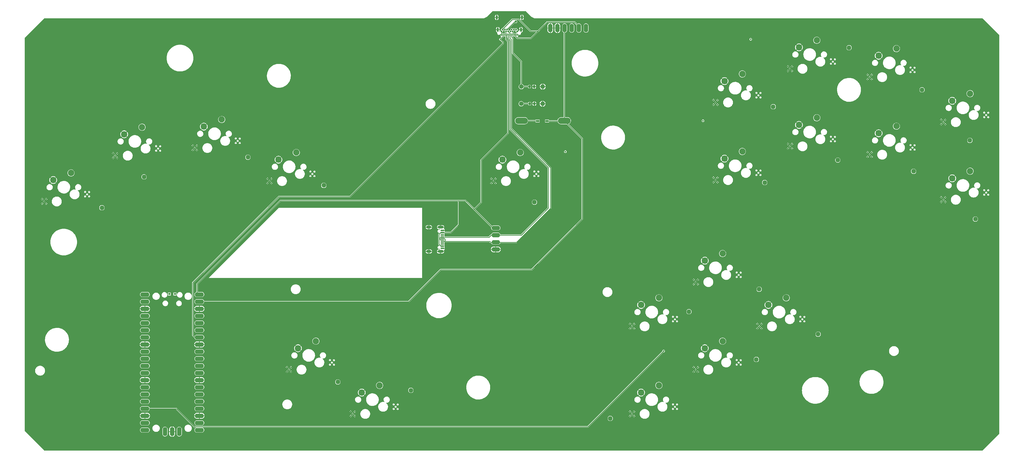
<source format=gtl>
%TF.GenerationSoftware,KiCad,Pcbnew,7.0.8*%
%TF.CreationDate,2024-02-11T15:23:41-08:00*%
%TF.ProjectId,OF1 v1,4f463120-7631-42e6-9b69-6361645f7063,rev?*%
%TF.SameCoordinates,Original*%
%TF.FileFunction,Copper,L1,Top*%
%TF.FilePolarity,Positive*%
%FSLAX46Y46*%
G04 Gerber Fmt 4.6, Leading zero omitted, Abs format (unit mm)*
G04 Created by KiCad (PCBNEW 7.0.8) date 2024-02-11 15:23:41*
%MOMM*%
%LPD*%
G01*
G04 APERTURE LIST*
G04 Aperture macros list*
%AMRoundRect*
0 Rectangle with rounded corners*
0 $1 Rounding radius*
0 $2 $3 $4 $5 $6 $7 $8 $9 X,Y pos of 4 corners*
0 Add a 4 corners polygon primitive as box body*
4,1,4,$2,$3,$4,$5,$6,$7,$8,$9,$2,$3,0*
0 Add four circle primitives for the rounded corners*
1,1,$1+$1,$2,$3*
1,1,$1+$1,$4,$5*
1,1,$1+$1,$6,$7*
1,1,$1+$1,$8,$9*
0 Add four rect primitives between the rounded corners*
20,1,$1+$1,$2,$3,$4,$5,0*
20,1,$1+$1,$4,$5,$6,$7,0*
20,1,$1+$1,$6,$7,$8,$9,0*
20,1,$1+$1,$8,$9,$2,$3,0*%
%AMOutline5P*
0 Free polygon, 5 corners , with rotation*
0 The origin of the aperture is its center*
0 number of corners: always 5*
0 $1 to $10 corner X, Y*
0 $11 Rotation angle, in degrees counterclockwise*
0 create outline with 5 corners*
4,1,5,$1,$2,$3,$4,$5,$6,$7,$8,$9,$10,$1,$2,$11*%
%AMOutline6P*
0 Free polygon, 6 corners , with rotation*
0 The origin of the aperture is its center*
0 number of corners: always 6*
0 $1 to $12 corner X, Y*
0 $13 Rotation angle, in degrees counterclockwise*
0 create outline with 6 corners*
4,1,6,$1,$2,$3,$4,$5,$6,$7,$8,$9,$10,$11,$12,$1,$2,$13*%
%AMOutline7P*
0 Free polygon, 7 corners , with rotation*
0 The origin of the aperture is its center*
0 number of corners: always 7*
0 $1 to $14 corner X, Y*
0 $15 Rotation angle, in degrees counterclockwise*
0 create outline with 7 corners*
4,1,7,$1,$2,$3,$4,$5,$6,$7,$8,$9,$10,$11,$12,$13,$14,$1,$2,$15*%
%AMOutline8P*
0 Free polygon, 8 corners , with rotation*
0 The origin of the aperture is its center*
0 number of corners: always 8*
0 $1 to $16 corner X, Y*
0 $17 Rotation angle, in degrees counterclockwise*
0 create outline with 8 corners*
4,1,8,$1,$2,$3,$4,$5,$6,$7,$8,$9,$10,$11,$12,$13,$14,$15,$16,$1,$2,$17*%
G04 Aperture macros list end*
%TA.AperFunction,ComponentPad*%
%ADD10C,2.247900*%
%TD*%
%TA.AperFunction,ComponentPad*%
%ADD11C,0.300000*%
%TD*%
%TA.AperFunction,ComponentPad*%
%ADD12O,3.048000X1.524000*%
%TD*%
%TA.AperFunction,ComponentPad*%
%ADD13Outline8P,-0.762000X0.381000X-0.381000X0.762000X0.381000X0.762000X0.762000X0.381000X0.762000X-0.381000X0.381000X-0.762000X-0.381000X-0.762000X-0.762000X-0.381000X0.000000*%
%TD*%
%TA.AperFunction,ComponentPad*%
%ADD14O,4.495800X2.247900*%
%TD*%
%TA.AperFunction,SMDPad,CuDef*%
%ADD15R,1.210000X0.730000*%
%TD*%
%TA.AperFunction,SMDPad,CuDef*%
%ADD16RoundRect,0.200000X-0.200000X-0.275000X0.200000X-0.275000X0.200000X0.275000X-0.200000X0.275000X0*%
%TD*%
%TA.AperFunction,SMDPad,CuDef*%
%ADD17R,0.300000X0.900000*%
%TD*%
%TA.AperFunction,ComponentPad*%
%ADD18C,0.650000*%
%TD*%
%TA.AperFunction,ComponentPad*%
%ADD19O,0.750000X1.500000*%
%TD*%
%TA.AperFunction,ComponentPad*%
%ADD20C,1.600000*%
%TD*%
%TA.AperFunction,ComponentPad*%
%ADD21O,1.600000X1.600000*%
%TD*%
%TA.AperFunction,ComponentPad*%
%ADD22O,3.200000X1.600000*%
%TD*%
%TA.AperFunction,ComponentPad*%
%ADD23O,1.600000X3.200000*%
%TD*%
%TA.AperFunction,ComponentPad*%
%ADD24R,0.800000X0.800000*%
%TD*%
%TA.AperFunction,SMDPad,CuDef*%
%ADD25R,1.240000X0.600000*%
%TD*%
%TA.AperFunction,SMDPad,CuDef*%
%ADD26R,1.240000X0.300000*%
%TD*%
%TA.AperFunction,ComponentPad*%
%ADD27O,2.100000X1.000000*%
%TD*%
%TA.AperFunction,ComponentPad*%
%ADD28O,1.800000X1.000000*%
%TD*%
%TA.AperFunction,ComponentPad*%
%ADD29O,1.524000X3.048000*%
%TD*%
%TA.AperFunction,ViaPad*%
%ADD30C,0.552400*%
%TD*%
%TA.AperFunction,ViaPad*%
%ADD31C,0.502400*%
%TD*%
%TA.AperFunction,ViaPad*%
%ADD32C,0.457200*%
%TD*%
%TA.AperFunction,ViaPad*%
%ADD33C,0.800000*%
%TD*%
%TA.AperFunction,Conductor*%
%ADD34C,0.250000*%
%TD*%
G04 APERTURE END LIST*
D10*
%TO.P,U$15,P$1,PIN2*%
%TO.N,GND*%
X279031100Y-70217600D03*
%TO.P,U$15,P$2,PIN1*%
%TO.N,/Z*%
X285381100Y-67677600D03*
D11*
%TO.P,U$15,P$3,PIN1*%
X291831100Y-76047600D03*
X291831100Y-74467600D03*
X291096100Y-75297600D03*
X290401100Y-76047600D03*
X290401100Y-74427600D03*
%TO.P,U$15,P$4,PIN2*%
%TO.N,GND*%
X276531100Y-78607600D03*
X276531100Y-77027600D03*
X275796100Y-77857600D03*
X275101100Y-78607600D03*
X275101100Y-76987600D03*
%TD*%
D10*
%TO.P,U$11,P$1,PIN2*%
%TO.N,GND*%
X279031100Y-42607600D03*
%TO.P,U$11,P$2,PIN1*%
%TO.N,/LS*%
X285381100Y-40067600D03*
D11*
%TO.P,U$11,P$3,PIN1*%
X291831100Y-48437600D03*
X291831100Y-46857600D03*
X291096100Y-47687600D03*
X290401100Y-48437600D03*
X290401100Y-46817600D03*
%TO.P,U$11,P$4,PIN2*%
%TO.N,GND*%
X276531100Y-50997600D03*
X276531100Y-49417600D03*
X275796100Y-50247600D03*
X275101100Y-50997600D03*
X275101100Y-49377600D03*
%TD*%
D10*
%TO.P,U$17,P$1,PIN2*%
%TO.N,GND*%
X217143100Y-115577600D03*
%TO.P,U$17,P$2,PIN1*%
%TO.N,/C_UP*%
X223493100Y-113037600D03*
D11*
%TO.P,U$17,P$3,PIN1*%
X229943100Y-121407600D03*
X229943100Y-119827600D03*
X229208100Y-120657600D03*
X228513100Y-121407600D03*
X228513100Y-119787600D03*
%TO.P,U$17,P$4,PIN2*%
%TO.N,GND*%
X214643100Y-123967600D03*
X214643100Y-122387600D03*
X213908100Y-123217600D03*
X213213100Y-123967600D03*
X213213100Y-122347600D03*
%TD*%
D10*
%TO.P,U$6,P$1,PIN2*%
%TO.N,GND*%
X72323100Y-146762600D03*
%TO.P,U$6,P$2,PIN1*%
%TO.N,/M1*%
X78673100Y-144222600D03*
D11*
%TO.P,U$6,P$3,PIN1*%
X85123100Y-152592600D03*
X85123100Y-151012600D03*
X84388100Y-151842600D03*
X83693100Y-152592600D03*
X83693100Y-150972600D03*
%TO.P,U$6,P$4,PIN2*%
%TO.N,GND*%
X69823100Y-155152600D03*
X69823100Y-153572600D03*
X69088100Y-154402600D03*
X68393100Y-155152600D03*
X68393100Y-153532600D03*
%TD*%
D10*
%TO.P,U$20,P$1,PIN2*%
%TO.N,GND*%
X217143100Y-146762600D03*
%TO.P,U$20,P$2,PIN1*%
%TO.N,/A*%
X223493100Y-144222600D03*
D11*
%TO.P,U$20,P$3,PIN1*%
X229943100Y-152592600D03*
X229943100Y-151012600D03*
X229208100Y-151842600D03*
X228513100Y-152592600D03*
X228513100Y-150972600D03*
%TO.P,U$20,P$4,PIN2*%
%TO.N,GND*%
X214643100Y-155152600D03*
X214643100Y-153572600D03*
X213908100Y-154402600D03*
X213213100Y-155152600D03*
X213213100Y-153532600D03*
%TD*%
D10*
%TO.P,U$10,P$1,PIN2*%
%TO.N,GND*%
X250676100Y-39632600D03*
%TO.P,U$10,P$2,PIN1*%
%TO.N,/Y*%
X257026100Y-37092600D03*
D11*
%TO.P,U$10,P$3,PIN1*%
X263476100Y-45462600D03*
X263476100Y-43882600D03*
X262741100Y-44712600D03*
X262046100Y-45462600D03*
X262046100Y-43842600D03*
%TO.P,U$10,P$4,PIN2*%
%TO.N,GND*%
X248176100Y-48022600D03*
X248176100Y-46442600D03*
X247441100Y-47272600D03*
X246746100Y-48022600D03*
X246746100Y-46402600D03*
%TD*%
D10*
%TO.P,U$13,P$1,PIN2*%
%TO.N,GND*%
X224158100Y-79237600D03*
%TO.P,U$13,P$2,PIN1*%
%TO.N,/B*%
X230508100Y-76697600D03*
D11*
%TO.P,U$13,P$3,PIN1*%
X236958100Y-85067600D03*
X236958100Y-83487600D03*
X236223100Y-84317600D03*
X235528100Y-85067600D03*
X235528100Y-83447600D03*
%TO.P,U$13,P$4,PIN2*%
%TO.N,GND*%
X221658100Y-87627600D03*
X221658100Y-86047600D03*
X220923100Y-86877600D03*
X220228100Y-87627600D03*
X220228100Y-86007600D03*
%TD*%
D10*
%TO.P,U$1,P$1,PIN2*%
%TO.N,GND*%
X-14843900Y-86877600D03*
%TO.P,U$1,P$2,PIN1*%
%TO.N,/L*%
X-8493900Y-84337600D03*
D11*
%TO.P,U$1,P$3,PIN1*%
X-2043900Y-92707600D03*
X-2043900Y-91127600D03*
X-2778900Y-91957600D03*
X-3473900Y-92707600D03*
X-3473900Y-91087600D03*
%TO.P,U$1,P$4,PIN2*%
%TO.N,GND*%
X-17343900Y-95267600D03*
X-17343900Y-93687600D03*
X-18078900Y-94517600D03*
X-18773900Y-95267600D03*
X-18773900Y-93647600D03*
%TD*%
D10*
%TO.P,U$21,P$1,PIN2*%
%TO.N,GND*%
X194456100Y-162532600D03*
%TO.P,U$21,P$2,PIN1*%
%TO.N,/C_DN*%
X200806100Y-159992600D03*
D11*
%TO.P,U$21,P$3,PIN1*%
X207256100Y-168362600D03*
X207256100Y-166782600D03*
X206521100Y-167612600D03*
X205826100Y-168362600D03*
X205826100Y-166742600D03*
%TO.P,U$21,P$4,PIN2*%
%TO.N,GND*%
X191956100Y-170922600D03*
X191956100Y-169342600D03*
X191221100Y-170172600D03*
X190526100Y-170922600D03*
X190526100Y-169302600D03*
%TD*%
D10*
%TO.P,U$2,P$1,PIN2*%
%TO.N,GND*%
X10436100Y-70574600D03*
%TO.P,U$2,P$2,PIN1*%
%TO.N,/LEFT*%
X16786100Y-68034600D03*
D11*
%TO.P,U$2,P$3,PIN1*%
X23236100Y-76404600D03*
X23236100Y-74824600D03*
X22501100Y-75654600D03*
X21806100Y-76404600D03*
X21806100Y-74784600D03*
%TO.P,U$2,P$4,PIN2*%
%TO.N,GND*%
X7936100Y-78964600D03*
X7936100Y-77384600D03*
X7201100Y-78214600D03*
X6506100Y-78964600D03*
X6506100Y-77344600D03*
%TD*%
D10*
%TO.P,U$4,P$1,PIN2*%
%TO.N,GND*%
X38792100Y-67848600D03*
%TO.P,U$4,P$2,PIN1*%
%TO.N,/DOWN*%
X45142100Y-65308600D03*
D11*
%TO.P,U$4,P$3,PIN1*%
X51592100Y-73678600D03*
X51592100Y-72098600D03*
X50857100Y-72928600D03*
X50162100Y-73678600D03*
X50162100Y-72058600D03*
%TO.P,U$4,P$4,PIN2*%
%TO.N,GND*%
X36292100Y-76238600D03*
X36292100Y-74658600D03*
X35557100Y-75488600D03*
X34862100Y-76238600D03*
X34862100Y-74618600D03*
%TD*%
D10*
%TO.P,U$7,P$1,PIN2*%
%TO.N,GND*%
X95011100Y-162531600D03*
%TO.P,U$7,P$2,PIN1*%
%TO.N,/M2*%
X101361100Y-159991600D03*
D11*
%TO.P,U$7,P$3,PIN1*%
X107811100Y-168361600D03*
X107811100Y-166781600D03*
X107076100Y-167611600D03*
X106381100Y-168361600D03*
X106381100Y-166741600D03*
%TO.P,U$7,P$4,PIN2*%
%TO.N,GND*%
X92511100Y-170921600D03*
X92511100Y-169341600D03*
X91776100Y-170171600D03*
X91081100Y-170921600D03*
X91081100Y-169301600D03*
%TD*%
D10*
%TO.P,U$19,P$1,PIN2*%
%TO.N,GND*%
X239800100Y-131347600D03*
%TO.P,U$19,P$2,PIN1*%
%TO.N,/C_RT*%
X246150100Y-128807600D03*
D11*
%TO.P,U$19,P$3,PIN1*%
X252600100Y-137177600D03*
X252600100Y-135597600D03*
X251865100Y-136427600D03*
X251170100Y-137177600D03*
X251170100Y-135557600D03*
%TO.P,U$19,P$4,PIN2*%
%TO.N,GND*%
X237300100Y-139737600D03*
X237300100Y-138157600D03*
X236565100Y-138987600D03*
X235870100Y-139737600D03*
X235870100Y-138117600D03*
%TD*%
D10*
%TO.P,U$5,P$1,PIN2*%
%TO.N,GND*%
X65364100Y-79611600D03*
%TO.P,U$5,P$2,PIN1*%
%TO.N,/RIGHT*%
X71714100Y-77071600D03*
D11*
%TO.P,U$5,P$3,PIN1*%
X78164100Y-85441600D03*
X78164100Y-83861600D03*
X77429100Y-84691600D03*
X76734100Y-85441600D03*
X76734100Y-83821600D03*
%TO.P,U$5,P$4,PIN2*%
%TO.N,GND*%
X62864100Y-88001600D03*
X62864100Y-86421600D03*
X62129100Y-87251600D03*
X61434100Y-88001600D03*
X61434100Y-86381600D03*
%TD*%
D10*
%TO.P,U$18,P$1,PIN2*%
%TO.N,GND*%
X194456100Y-131347600D03*
%TO.P,U$18,P$2,PIN1*%
%TO.N,/C_LT*%
X200806100Y-128807600D03*
D11*
%TO.P,U$18,P$3,PIN1*%
X207256100Y-137177600D03*
X207256100Y-135597600D03*
X206521100Y-136427600D03*
X205826100Y-137177600D03*
X205826100Y-135557600D03*
%TO.P,U$18,P$4,PIN2*%
%TO.N,GND*%
X191956100Y-139737600D03*
X191956100Y-138157600D03*
X191221100Y-138987600D03*
X190526100Y-139737600D03*
X190526100Y-138117600D03*
%TD*%
D10*
%TO.P,U$16,P$1,PIN2*%
%TO.N,GND*%
X305254100Y-86253600D03*
%TO.P,U$16,P$2,PIN1*%
%TO.N,/UP*%
X311604100Y-83713600D03*
D11*
%TO.P,U$16,P$3,PIN1*%
X318054100Y-92083600D03*
X318054100Y-90503600D03*
X317319100Y-91333600D03*
X316624100Y-92083600D03*
X316624100Y-90463600D03*
%TO.P,U$16,P$4,PIN2*%
%TO.N,GND*%
X302754100Y-94643600D03*
X302754100Y-93063600D03*
X302019100Y-93893600D03*
X301324100Y-94643600D03*
X301324100Y-93023600D03*
%TD*%
D10*
%TO.P,U$12,P$1,PIN2*%
%TO.N,GND*%
X305254100Y-58643600D03*
%TO.P,U$12,P$2,PIN1*%
%TO.N,/MS*%
X311604100Y-56103600D03*
D11*
%TO.P,U$12,P$3,PIN1*%
X318054100Y-64473600D03*
X318054100Y-62893600D03*
X317319100Y-63723600D03*
X316624100Y-64473600D03*
X316624100Y-62853600D03*
%TO.P,U$12,P$4,PIN2*%
%TO.N,GND*%
X302754100Y-67033600D03*
X302754100Y-65453600D03*
X302019100Y-66283600D03*
X301324100Y-67033600D03*
X301324100Y-65413600D03*
%TD*%
D10*
%TO.P,U$9,P$1,PIN2*%
%TO.N,GND*%
X224158100Y-51628600D03*
%TO.P,U$9,P$2,PIN1*%
%TO.N,/R*%
X230508100Y-49088600D03*
D11*
%TO.P,U$9,P$3,PIN1*%
X236958100Y-57458600D03*
X236958100Y-55878600D03*
X236223100Y-56708600D03*
X235528100Y-57458600D03*
X235528100Y-55838600D03*
%TO.P,U$9,P$4,PIN2*%
%TO.N,GND*%
X221658100Y-60018600D03*
X221658100Y-58438600D03*
X220923100Y-59268600D03*
X220228100Y-60018600D03*
X220228100Y-58398600D03*
%TD*%
D10*
%TO.P,U$14,P$1,PIN2*%
%TO.N,GND*%
X250676100Y-67242600D03*
%TO.P,U$14,P$2,PIN1*%
%TO.N,/X*%
X257026100Y-64702600D03*
D11*
%TO.P,U$14,P$3,PIN1*%
X263476100Y-73072600D03*
X263476100Y-71492600D03*
X262741100Y-72322600D03*
X262046100Y-73072600D03*
X262046100Y-71452600D03*
%TO.P,U$14,P$4,PIN2*%
%TO.N,GND*%
X248176100Y-75632600D03*
X248176100Y-74052600D03*
X247441100Y-74882600D03*
X246746100Y-75632600D03*
X246746100Y-74012600D03*
%TD*%
D10*
%TO.P,U$8,P$1,PIN2*%
%TO.N,GND*%
X145096100Y-79611600D03*
%TO.P,U$8,P$2,PIN1*%
%TO.N,/START*%
X151446100Y-77071600D03*
D11*
%TO.P,U$8,P$3,PIN1*%
X157896100Y-85441600D03*
X157896100Y-83861600D03*
X157161100Y-84691600D03*
X156466100Y-85441600D03*
X156466100Y-83821600D03*
%TO.P,U$8,P$4,PIN2*%
%TO.N,GND*%
X142596100Y-88001600D03*
X142596100Y-86421600D03*
X141861100Y-87251600D03*
X141166100Y-88001600D03*
X141166100Y-86381600D03*
%TD*%
D12*
%TO.P,J4,1,1*%
%TO.N,GND*%
X142745065Y-111563600D03*
%TO.P,J4,2,2*%
%TO.N,/D+*%
X142745065Y-109023600D03*
%TO.P,J4,3,3*%
%TO.N,/D-*%
X142745065Y-106483600D03*
%TO.P,J4,4,4*%
%TO.N,+5V*%
X142745065Y-103943600D03*
%TD*%
D13*
%TO.P,JP11,1,1*%
%TO.N,/X*%
X264501100Y-79753600D03*
%TD*%
%TO.P,JP10,1,1*%
%TO.N,/B*%
X238501100Y-87753600D03*
%TD*%
%TO.P,JP5,1,1*%
%TO.N,/RIGHT*%
X81501100Y-88753600D03*
%TD*%
D14*
%TO.P,D1,A,A*%
%TO.N,V+*%
X151881100Y-65753600D03*
%TO.P,D1,C,C*%
%TO.N,VCC*%
X167121100Y-65753600D03*
%TD*%
D15*
%TO.P,D2,A,A*%
%TO.N,V+*%
X157610214Y-65844142D03*
%TO.P,D2,C,K*%
%TO.N,VCC*%
X160970214Y-65844142D03*
%TD*%
D13*
%TO.P,JP18,1,1*%
%TO.N,/C_LT*%
X211501100Y-133753600D03*
%TD*%
D16*
%TO.P,R2,1*%
%TO.N,Net-(J2-PadA5)*%
X154751379Y-53595091D03*
%TO.P,R2,2*%
%TO.N,GND*%
X156401379Y-53595091D03*
%TD*%
D13*
%TO.P,JP6,1,1*%
%TO.N,/M1*%
X86501100Y-158753600D03*
%TD*%
%TO.P,JP14,1,1*%
%TO.N,/MS*%
X311501100Y-72753600D03*
%TD*%
%TO.P,JP4,1,1*%
%TO.N,/DOWN*%
X54501100Y-78753600D03*
%TD*%
%TO.P,JP9,1,1*%
%TO.N,/R*%
X241501100Y-60753600D03*
%TD*%
D17*
%TO.P,J2,A1,GNDA*%
%TO.N,GND*%
X150318981Y-35153600D03*
%TO.P,J2,A2,TX1+*%
%TO.N,V+*%
X149818981Y-35153600D03*
%TO.P,J2,A3,TX1-*%
%TO.N,unconnected-(J2-PadA3)*%
X149318981Y-35153600D03*
%TO.P,J2,A4,A_VBUS*%
%TO.N,+5V*%
X148818981Y-35153600D03*
%TO.P,J2,A5,CC1*%
%TO.N,Net-(J2-PadA5)*%
X148318981Y-35153600D03*
%TO.P,J2,A6,DA+*%
%TO.N,/D+*%
X147818981Y-35153600D03*
%TO.P,J2,A7,DA-*%
%TO.N,/D-*%
X147318981Y-35153600D03*
%TO.P,J2,A8,SBU1*%
%TO.N,unconnected-(J2-PadA8)*%
X146818981Y-35153600D03*
%TO.P,J2,A9,A_VBUS*%
%TO.N,+5V*%
X146318981Y-35153600D03*
%TO.P,J2,A10,RX2-*%
%TO.N,unconnected-(J2-PadA10)*%
X145818981Y-35153600D03*
%TO.P,J2,A11,RX2+*%
%TO.N,/DATA*%
X145318981Y-35153600D03*
%TO.P,J2,A12,GNDA*%
%TO.N,GND*%
X144818981Y-35153600D03*
D18*
%TO.P,J2,B1,GNDB*%
X144768981Y-33943600D03*
%TO.P,J2,B2,TX2+*%
%TO.N,V+*%
X145168981Y-33243600D03*
%TO.P,J2,B3,TX2-*%
%TO.N,unconnected-(J2-PadB3)*%
X145968981Y-33243600D03*
%TO.P,J2,B4,B_VBUS*%
%TO.N,+5V*%
X146368981Y-33943600D03*
%TO.P,J2,B5,CC2*%
%TO.N,Net-(J2-PadB5)*%
X146768981Y-33243600D03*
%TO.P,J2,B6,DB+*%
%TO.N,/D+*%
X147168981Y-33943600D03*
%TO.P,J2,B7,DB-*%
%TO.N,/D-*%
X147968981Y-33943600D03*
%TO.P,J2,B8,SBU2*%
%TO.N,unconnected-(J2-PadB8)*%
X148368981Y-33243600D03*
%TO.P,J2,B9,B_VBUS*%
%TO.N,+5V*%
X148768981Y-33943600D03*
%TO.P,J2,B10,RX1-*%
%TO.N,unconnected-(J2-PadB10)*%
X149168981Y-33243600D03*
%TO.P,J2,B11,RX1+*%
%TO.N,/DATA*%
X149968981Y-33243600D03*
%TO.P,J2,B12,GNDB*%
%TO.N,GND*%
X150368981Y-33943600D03*
D19*
%TO.P,J2,SHIELD1,SHIELD*%
X151698981Y-33343600D03*
%TO.P,J2,SHIELD2,SHIELD*%
X143438981Y-33343600D03*
%TO.P,J2,SHIELD3,SHIELD*%
X152058981Y-28953600D03*
%TO.P,J2,SHIELD4,SHIELD*%
X143078981Y-28953600D03*
%TD*%
D13*
%TO.P,JP16,1,1*%
%TO.N,/Z*%
X291501100Y-83753600D03*
%TD*%
%TO.P,JP20,1,1*%
%TO.N,/A*%
X235501100Y-150753600D03*
%TD*%
%TO.P,JP13,1,1*%
%TO.N,/LS*%
X294501100Y-54753600D03*
%TD*%
%TO.P,JP17,1,1*%
%TO.N,/C_UP*%
X236501100Y-125753600D03*
%TD*%
%TO.P,JP12,1,1*%
%TO.N,/Y*%
X268501100Y-39753600D03*
%TD*%
D20*
%TO.P,R3,1*%
%TO.N,Net-(J2-PadB5)*%
X151781476Y-59692391D03*
D21*
%TO.P,R3,2*%
%TO.N,GND*%
X159401476Y-59692391D03*
%TD*%
D22*
%TO.P,J1,3V3,3V3*%
%TO.N,unconnected-(J1-Pad3V3)*%
X37191100Y-137783600D03*
%TO.P,J1,3V3_EN,3V3_EN*%
%TO.N,unconnected-(J1-Pad3V3_EN)*%
X37191100Y-135243600D03*
%TO.P,J1,ADC_VREF,ADC_VREF*%
%TO.N,unconnected-(J1-PadADC_VREF)*%
X37191100Y-140323600D03*
%TO.P,J1,AGND,AGND*%
%TO.N,GND*%
X37191100Y-145403600D03*
%TO.P,J1,GND@1,GND*%
X17811100Y-132703600D03*
%TO.P,J1,GND@2,GND*%
X17811100Y-145403600D03*
%TO.P,J1,GND@3,GND*%
X17811100Y-158103600D03*
%TO.P,J1,GND@4,GND*%
X17811100Y-170803600D03*
D23*
%TO.P,J1,GND@5,GND*%
X27501100Y-176453600D03*
D22*
%TO.P,J1,GND@6,GND*%
X37191100Y-170803600D03*
%TO.P,J1,GND@7,GND*%
X37191100Y-158103600D03*
%TO.P,J1,GND@8,GND*%
X37191100Y-132703600D03*
%TO.P,J1,GP0,GP0*%
%TO.N,/START*%
X17811100Y-127623600D03*
%TO.P,J1,GP1,GP1*%
%TO.N,unconnected-(J1-PadGP1)*%
X17811100Y-130163600D03*
%TO.P,J1,GP2,GP2*%
%TO.N,/RIGHT*%
X17811100Y-135243600D03*
%TO.P,J1,GP3,GP3*%
%TO.N,/DOWN*%
X17811100Y-137783600D03*
%TO.P,J1,GP4,GP4*%
%TO.N,/LEFT*%
X17811100Y-140323600D03*
%TO.P,J1,GP5,GP5*%
%TO.N,/L*%
X17811100Y-142863600D03*
%TO.P,J1,GP6,GP6*%
%TO.N,/M1*%
X17811100Y-147943600D03*
%TO.P,J1,GP7,GP7*%
%TO.N,/M2*%
X17811100Y-150483600D03*
%TO.P,J1,GP8,GP8*%
%TO.N,unconnected-(J1-PadGP8)*%
X17811100Y-153023600D03*
%TO.P,J1,GP9,GP9*%
%TO.N,unconnected-(J1-PadGP9)*%
X17811100Y-155563600D03*
%TO.P,J1,GP10,GP10*%
%TO.N,unconnected-(J1-PadGP10)*%
X17811100Y-160643600D03*
%TO.P,J1,GP11,GP11*%
%TO.N,unconnected-(J1-PadGP11)*%
X17811100Y-163183600D03*
%TO.P,J1,GP12,GP12*%
%TO.N,/C_UP*%
X17811100Y-165723600D03*
%TO.P,J1,GP13,GP13*%
%TO.N,/C_LT*%
X17811100Y-168263600D03*
%TO.P,J1,GP14,GP14*%
%TO.N,/A*%
X17811100Y-173343600D03*
%TO.P,J1,GP15,GP15*%
%TO.N,/C_DN*%
X17811100Y-175883600D03*
%TO.P,J1,GP16,GP16*%
%TO.N,/C_RT*%
X37191100Y-175883600D03*
%TO.P,J1,GP17,GP17*%
%TO.N,/UP*%
X37191100Y-173343600D03*
%TO.P,J1,GP18,GP18*%
%TO.N,/MS*%
X37191100Y-168263600D03*
%TO.P,J1,GP19,GP19*%
%TO.N,/Z*%
X37191100Y-165723600D03*
%TO.P,J1,GP20,GP20*%
%TO.N,/LS*%
X37191100Y-163183600D03*
%TO.P,J1,GP21,GP21*%
%TO.N,/X*%
X37191100Y-160643600D03*
%TO.P,J1,GP22,GP22*%
%TO.N,/Y*%
X37191100Y-155563600D03*
%TO.P,J1,GP26_A0,GP26_A0*%
%TO.N,/B*%
X37191100Y-150483600D03*
%TO.P,J1,GP27_A1,GP27_A1*%
%TO.N,/R*%
X37191100Y-147943600D03*
%TO.P,J1,GP28_A2,GP28_A2*%
%TO.N,/DATA*%
X37191100Y-142863600D03*
%TO.P,J1,RUN,RUN*%
%TO.N,unconnected-(J1-PadRUN)*%
X37191100Y-153023600D03*
D23*
%TO.P,J1,SWCLK,SWCLK*%
%TO.N,unconnected-(J1-PadSWCLK)*%
X24961100Y-176453600D03*
%TO.P,J1,SWDIO,SWDIO*%
%TO.N,unconnected-(J1-PadSWDIO)*%
X30041100Y-176453600D03*
D24*
%TO.P,J1,TP2,D+*%
%TO.N,/D-*%
X28501100Y-127453600D03*
%TO.P,J1,TP3,D-*%
%TO.N,/D+*%
X26501100Y-127453600D03*
D22*
%TO.P,J1,VBUS,VBUS*%
%TO.N,+5V*%
X37191100Y-127623600D03*
%TO.P,J1,VSYS,VSYS*%
%TO.N,VCC*%
X37191100Y-130163600D03*
%TD*%
D13*
%TO.P,JP15,1,1*%
%TO.N,/UP*%
X313501100Y-100753600D03*
%TD*%
D16*
%TO.P,R4,1*%
%TO.N,Net-(J2-PadB5)*%
X154825956Y-59663792D03*
%TO.P,R4,2*%
%TO.N,GND*%
X156475956Y-59663792D03*
%TD*%
D13*
%TO.P,JP7,1,1*%
%TO.N,/M2*%
X112501100Y-161753600D03*
%TD*%
D25*
%TO.P,J5,A1/B12,GND*%
%TO.N,GND*%
X123699393Y-104771075D03*
%TO.P,J5,A4/B9,VBUS*%
%TO.N,+5V*%
X123699393Y-105571075D03*
D26*
%TO.P,J5,A5,CC1*%
%TO.N,unconnected-(J5-PadA5)*%
X123699393Y-106721075D03*
%TO.P,J5,A6,D+*%
%TO.N,/D+*%
X123699393Y-107721075D03*
%TO.P,J5,A7,D-*%
%TO.N,/D-*%
X123699393Y-108221075D03*
%TO.P,J5,A8,SBU1*%
%TO.N,unconnected-(J5-PadA8)*%
X123699393Y-109221075D03*
D25*
%TO.P,J5,B1/A12,GND*%
%TO.N,GND*%
X123699393Y-111171075D03*
%TO.P,J5,B4/A9,VBUS*%
%TO.N,+5V*%
X123699393Y-110371075D03*
D26*
%TO.P,J5,B5,CC2*%
%TO.N,unconnected-(J5-PadB5)*%
X123699393Y-109721075D03*
%TO.P,J5,B6,D+*%
%TO.N,/D+*%
X123699393Y-108721075D03*
%TO.P,J5,B7,D-*%
%TO.N,/D-*%
X123699393Y-107221075D03*
%TO.P,J5,B8,SBU2*%
%TO.N,unconnected-(J5-PadB8)*%
X123699393Y-106221075D03*
D27*
%TO.P,J5,SHIELD1,SHIELD*%
%TO.N,GND*%
X123079393Y-103651075D03*
D28*
%TO.P,J5,SHIELD2,SHIELD*%
X118899393Y-103651075D03*
D27*
%TO.P,J5,SHIELD3,SHIELD*%
X123079393Y-112291075D03*
D28*
%TO.P,J5,SHIELD4,SHIELD*%
X118899393Y-112291075D03*
%TD*%
D13*
%TO.P,JP2,1,1*%
%TO.N,/L*%
X2501100Y-96753600D03*
%TD*%
%TO.P,JP8,1,1*%
%TO.N,/START*%
X156501100Y-94753600D03*
%TD*%
%TO.P,JP21,1,1*%
%TO.N,/C_DN*%
X183501100Y-171753600D03*
%TD*%
%TO.P,JP19,1,1*%
%TO.N,/C_RT*%
X257501100Y-141753600D03*
%TD*%
D29*
%TO.P,J3,1,1*%
%TO.N,GND*%
X162151100Y-32753600D03*
%TO.P,J3,2,2*%
X164691100Y-32753600D03*
%TO.P,J3,3,3*%
%TO.N,VCC*%
X167231100Y-32753600D03*
%TO.P,J3,4,4*%
%TO.N,/DATA*%
X169771100Y-32753600D03*
%TO.P,J3,5,5*%
%TO.N,V+*%
X172311100Y-32753600D03*
%TO.P,J3,6,6*%
%TO.N,+5V*%
X174851100Y-32753600D03*
%TD*%
D20*
%TO.P,R1,1*%
%TO.N,Net-(J2-PadA5)*%
X151826963Y-53595091D03*
D21*
%TO.P,R1,2*%
%TO.N,GND*%
X159446963Y-53595091D03*
%TD*%
D13*
%TO.P,JP3,1,1*%
%TO.N,/LEFT*%
X17501100Y-85753600D03*
%TD*%
D30*
%TO.N,*%
X167501100Y-76753600D03*
X216501100Y-65753600D03*
X233501100Y-36753600D03*
%TO.N,GND*%
X273501100Y-102753600D03*
X149501100Y-151753600D03*
D31*
X248501100Y-149753600D03*
D30*
X20501100Y-110753600D03*
X146271971Y-38412382D03*
X311501100Y-42753600D03*
D31*
X266501100Y-121753600D03*
D30*
X-22498900Y-128753600D03*
X134501100Y-103753600D03*
X29501100Y-60753600D03*
X41501100Y-145753600D03*
X303501100Y-49753600D03*
X317501100Y-97753600D03*
X235501100Y-72753600D03*
X184501100Y-56753600D03*
X263501100Y-62753600D03*
D31*
X150705187Y-32589207D03*
D30*
X237501100Y-93753600D03*
X200501100Y-72753600D03*
X241501100Y-112753600D03*
X152501100Y-42753600D03*
X312501100Y-35753600D03*
X158501100Y-39753600D03*
X248501100Y-80753600D03*
X501100Y-75753600D03*
D31*
X135501100Y-111753600D03*
D30*
X96501100Y-125753600D03*
X9501100Y-50753600D03*
X13501100Y-170753600D03*
X-19498900Y-115753600D03*
X189501100Y-174753600D03*
X277501100Y-55753600D03*
X49501100Y-137753600D03*
D31*
X303501100Y-137753600D03*
D30*
X-2498900Y-166753600D03*
X40501100Y-170753600D03*
X41501100Y-157753600D03*
X95501100Y-75753600D03*
X100501100Y-41753600D03*
X-11498900Y-175753600D03*
X53501100Y-38753600D03*
X-17498900Y-75753600D03*
X7501100Y-38753600D03*
X47501100Y-107753600D03*
X300501100Y-38753600D03*
X273501100Y-86753600D03*
X38501100Y-123753600D03*
X14501100Y-131753600D03*
X-18498900Y-99753600D03*
X8501100Y-59753600D03*
X216501100Y-93753600D03*
D31*
X265501100Y-172753600D03*
X280501100Y-133753600D03*
D30*
X162501100Y-49753600D03*
X-15498900Y-164753600D03*
X280501100Y-34753600D03*
D31*
X238501100Y-164753600D03*
D30*
X-9498900Y-61753600D03*
X149501100Y-37753600D03*
X171128412Y-35252982D03*
X199501100Y-146753600D03*
X146501100Y-111753600D03*
X235501100Y-121753600D03*
X159501100Y-33753600D03*
X34501100Y-96753600D03*
X121501100Y-167753600D03*
D31*
X287501100Y-120753600D03*
D30*
X85501100Y-170753600D03*
X291501100Y-62753600D03*
X202501100Y-53753600D03*
X-12498900Y-122753600D03*
D31*
X290501100Y-170753600D03*
D30*
X257501100Y-87753600D03*
X49501100Y-126753600D03*
X81501100Y-41753600D03*
X232501100Y-139753600D03*
X187501100Y-41753600D03*
D31*
X269501100Y-144753600D03*
D30*
X203501100Y-156753600D03*
D31*
X126501100Y-100753600D03*
D30*
X108501100Y-68753600D03*
D31*
X158501100Y-30753600D03*
X309501100Y-114753600D03*
D30*
X12501100Y-144753600D03*
X166501100Y-167753600D03*
X246501100Y-52753600D03*
X301501100Y-71753600D03*
X-17498900Y-50753600D03*
X112501100Y-151753600D03*
D31*
X223501100Y-175753600D03*
D30*
X245501100Y-99753600D03*
D31*
X119501100Y-115753600D03*
D30*
X215501100Y-161753600D03*
X182501100Y-152753600D03*
X4501100Y-173753600D03*
X-2498900Y-157753600D03*
X91501100Y-85753600D03*
D31*
X306501100Y-159753600D03*
D30*
X159501100Y-107753600D03*
X44501100Y-97753600D03*
X231501100Y-99753600D03*
X79501100Y-67753600D03*
X153501100Y-33753600D03*
X125501100Y-90753600D03*
X8501100Y-85753600D03*
D31*
X120501100Y-100753600D03*
D30*
X125501100Y-77753600D03*
X139501100Y-33753600D03*
X294501100Y-100753600D03*
X107501100Y-125753600D03*
X19501100Y-121753600D03*
X142501100Y-36753600D03*
X167501100Y-92753600D03*
X95501100Y-59753600D03*
X46501100Y-55753600D03*
X77501100Y-132753600D03*
X52501100Y-85753600D03*
X139501100Y-56753600D03*
X62501100Y-157753600D03*
D31*
X126501100Y-114753600D03*
D30*
X34501100Y-80753600D03*
X167501100Y-118753600D03*
X146501100Y-75753600D03*
X126501100Y-40753600D03*
X208501100Y-40753600D03*
X231501100Y-146753600D03*
X206501100Y-124753600D03*
X-4498900Y-134753600D03*
X-9498900Y-42753600D03*
X256501100Y-134753600D03*
X148501100Y-129753600D03*
X181501100Y-103753600D03*
X136501100Y-70753600D03*
X32501100Y-109753600D03*
X149501100Y-99753600D03*
X109501100Y-86753600D03*
X40501100Y-132753600D03*
X92501100Y-149753600D03*
X286501100Y-89753600D03*
%TO.N,/C_LT*%
X202501100Y-147753600D03*
D32*
%TO.N,/DATA*%
X144320628Y-36764479D03*
%TO.N,/D-*%
X147326196Y-36001204D03*
D33*
%TO.N,Net-(J2-PadB5)*%
X149860000Y-30480000D03*
%TD*%
D34*
%TO.N,GND*%
X144768981Y-35103600D02*
X144818981Y-35153600D01*
X144768981Y-33943600D02*
X144768981Y-35103600D01*
%TO.N,+5V*%
X132055068Y-94253600D02*
X129501100Y-94253600D01*
X137501100Y-93763600D02*
X137501100Y-94807569D01*
X122501100Y-109715835D02*
X122501100Y-106186204D01*
X148768981Y-33943600D02*
X148811140Y-33985760D01*
X146414981Y-35249600D02*
X146414981Y-36884007D01*
X147055100Y-37524125D02*
X147055100Y-70199600D01*
X137501100Y-94807569D02*
X135055068Y-97253600D01*
X135055068Y-97253600D02*
X132055068Y-94253600D01*
X141745065Y-103943600D02*
X136055068Y-98253600D01*
X146414981Y-36884007D02*
X147055100Y-37524125D01*
X122501100Y-106186204D02*
X123116228Y-105571075D01*
X148811140Y-35145760D02*
X148818981Y-35153600D01*
X123699393Y-105571075D02*
X126683625Y-105571075D01*
X123699393Y-110371075D02*
X123156340Y-110371075D01*
X126683625Y-105571075D02*
X129501100Y-102753600D01*
X148811140Y-33985760D02*
X148811140Y-35145760D01*
X123156340Y-110371075D02*
X122501100Y-109715835D01*
X36391100Y-127623600D02*
X36391100Y-123863600D01*
X123116228Y-105571075D02*
X123699393Y-105571075D01*
X146318981Y-35153600D02*
X146316431Y-35151050D01*
X141745065Y-103943600D02*
X142745065Y-103943600D01*
X129501100Y-102753600D02*
X129501100Y-94253600D01*
X147055100Y-70199600D02*
X137501100Y-79753600D01*
X129501100Y-94253600D02*
X66001100Y-94253600D01*
X146368981Y-33943600D02*
X146316431Y-33996150D01*
X137501100Y-79753600D02*
X137501100Y-93763600D01*
X146316431Y-33996150D02*
X146316431Y-35151050D01*
X146318981Y-35153600D02*
X146414981Y-35249600D01*
X136055068Y-98253600D02*
X135055068Y-97253600D01*
X66001100Y-94253600D02*
X36391100Y-123863600D01*
%TO.N,/C_LT*%
X29011100Y-168263600D02*
X18611100Y-168263600D01*
X35501100Y-174753600D02*
X29011100Y-168263600D01*
X202501100Y-147753600D02*
X175501100Y-174753600D01*
X175501100Y-174753600D02*
X35501100Y-174753600D01*
%TO.N,V+*%
X150496193Y-36424941D02*
X155177678Y-36424941D01*
X150997418Y-29695214D02*
X155133951Y-33831747D01*
X149818981Y-35153600D02*
X149818981Y-35747729D01*
X155133951Y-33831747D02*
X157770872Y-33831747D01*
X172311100Y-32113016D02*
X172311100Y-32753600D01*
X159849018Y-31753600D02*
X160997034Y-30605585D01*
X160997034Y-30605585D02*
X170803668Y-30605585D01*
X145168981Y-33243600D02*
X145168981Y-33085719D01*
X172311100Y-32113016D02*
X170803668Y-30605585D01*
X149818981Y-35747729D02*
X150496193Y-36424941D01*
X148559486Y-29695214D02*
X150997418Y-29695214D01*
X157770872Y-33831747D02*
X159849018Y-31753600D01*
X155177678Y-36424941D02*
X157770872Y-33831747D01*
X157519672Y-65753600D02*
X157610214Y-65844142D01*
X151881100Y-65753600D02*
X157519672Y-65753600D01*
X145168981Y-33085719D02*
X148559486Y-29695214D01*
%TO.N,VCC*%
X123121100Y-118753600D02*
X111711100Y-130163600D01*
X167134818Y-35894807D02*
X167134818Y-65739882D01*
X167134818Y-32849882D02*
X167134818Y-35894807D01*
X167134818Y-65739882D02*
X167121100Y-65753600D01*
X173501100Y-72133600D02*
X173501100Y-100753600D01*
X167121100Y-65753600D02*
X173501100Y-72133600D01*
X173501100Y-100753600D02*
X155501100Y-118753600D01*
X167030558Y-65844142D02*
X167121100Y-65753600D01*
X155501100Y-118753600D02*
X123121100Y-118753600D01*
X160970214Y-65844142D02*
X167030558Y-65844142D01*
X167121100Y-32863600D02*
X167231100Y-32753600D01*
X167231100Y-32753600D02*
X167134818Y-32849882D01*
X111711100Y-130163600D02*
X36391100Y-130163600D01*
%TO.N,/DATA*%
X34855379Y-142107878D02*
X35611100Y-142863600D01*
X34855379Y-123399322D02*
X34855379Y-142107878D01*
X145318981Y-35766125D02*
X144320628Y-36764479D01*
X145320628Y-37764479D02*
X145320628Y-38222766D01*
X65490222Y-92764479D02*
X34855379Y-123399322D01*
X145318981Y-35153600D02*
X145318981Y-35766125D01*
X144320628Y-36764479D02*
X145320628Y-37764479D01*
X35611100Y-142863600D02*
X36391100Y-142863600D01*
X90778915Y-92764479D02*
X65490222Y-92764479D01*
X145320628Y-38222766D02*
X90778915Y-92764479D01*
%TO.N,/D-*%
X147326196Y-35160816D02*
X147318981Y-35153600D01*
X123699393Y-107221075D02*
X123699387Y-107221082D01*
X123699393Y-107221075D02*
X140326528Y-107221075D01*
X147326196Y-36001204D02*
X147326196Y-35160816D01*
X122999646Y-108223754D02*
X123696715Y-108223754D01*
X141064003Y-106483600D02*
X140326528Y-107221075D01*
X123699387Y-107221082D02*
X123006821Y-107221082D01*
X147838496Y-68813131D02*
X161501100Y-82475735D01*
X161501100Y-96753600D02*
X161501100Y-82475735D01*
X147838496Y-37124479D02*
X147838496Y-68813131D01*
X147326196Y-36001204D02*
X147326196Y-36612179D01*
X122828100Y-107379563D02*
X122828100Y-108052207D01*
X123696715Y-108223754D02*
X123699393Y-108221075D01*
X122828100Y-108052207D02*
X122999646Y-108223754D01*
X147326196Y-36612179D02*
X147838496Y-37124479D01*
X122853203Y-107374700D02*
X122832963Y-107374700D01*
X141064003Y-106483600D02*
X142745065Y-106483600D01*
X123006821Y-107221082D02*
X122853203Y-107374700D01*
X122832963Y-107374700D02*
X122828100Y-107379563D01*
X142745065Y-106483600D02*
X151771100Y-106483600D01*
X151771100Y-106483600D02*
X161501100Y-96753600D01*
%TO.N,Net-(J2-PadA5)*%
X148786963Y-41631270D02*
X151826963Y-44671270D01*
X151826963Y-53595091D02*
X154751379Y-53595091D01*
X148786963Y-36321582D02*
X148786963Y-41631270D01*
X148318981Y-35153600D02*
X148318981Y-35853600D01*
X151826963Y-44671270D02*
X151826963Y-53595091D01*
X148318981Y-35853600D02*
X148786963Y-36321582D01*
%TO.N,Net-(J2-PadB5)*%
X149532581Y-30480000D02*
X149860000Y-30480000D01*
X146768981Y-33243600D02*
X149532581Y-30480000D01*
X154797357Y-59692391D02*
X154825956Y-59663792D01*
X151781476Y-59692391D02*
X154797357Y-59692391D01*
%TO.N,/D+*%
X148281068Y-36848769D02*
X148281068Y-68527628D01*
X162186068Y-96926854D02*
X150089321Y-109023600D01*
X124689262Y-108020454D02*
X124389884Y-107721075D01*
X147818981Y-34593600D02*
X147818981Y-35153600D01*
X123699393Y-108721075D02*
X140592318Y-108721075D01*
X147818981Y-36386682D02*
X148281068Y-36848769D01*
X123699393Y-108721075D02*
X124361471Y-108721075D01*
X124389884Y-107721075D02*
X123699393Y-107721075D01*
X147818981Y-35153600D02*
X147818981Y-36386682D01*
X148281068Y-68527628D02*
X162186068Y-82432628D01*
X162186068Y-83820000D02*
X162186068Y-96926854D01*
X150089321Y-109023600D02*
X142745065Y-109023600D01*
X162186068Y-82432628D02*
X162186068Y-83820000D01*
X124361471Y-108721075D02*
X124689262Y-108393285D01*
X140894843Y-109023600D02*
X140592318Y-108721075D01*
X124689262Y-108393285D02*
X124689262Y-108020454D01*
X140894843Y-109023600D02*
X142745065Y-109023600D01*
X147168981Y-33943600D02*
X147818981Y-34593600D01*
%TD*%
%TA.AperFunction,Conductor*%
%TO.N,GND*%
G36*
X146966323Y-35745452D02*
G01*
X146980675Y-35780100D01*
X146975334Y-35802345D01*
X146938240Y-35875146D01*
X146938239Y-35875147D01*
X146938239Y-35875149D01*
X146918274Y-36001204D01*
X146938239Y-36127259D01*
X146938239Y-36127260D01*
X146938240Y-36127261D01*
X146996175Y-36240968D01*
X146996180Y-36240975D01*
X147059344Y-36304139D01*
X147073696Y-36338787D01*
X147073696Y-36582480D01*
X147072754Y-36592040D01*
X147068748Y-36612177D01*
X147068748Y-36612180D01*
X147082715Y-36682389D01*
X147083793Y-36687810D01*
X147088346Y-36710700D01*
X147114771Y-36750248D01*
X147144152Y-36794221D01*
X147161227Y-36805630D01*
X147168653Y-36811725D01*
X147571644Y-37214715D01*
X147585996Y-37249363D01*
X147585996Y-68783432D01*
X147585054Y-68792992D01*
X147581048Y-68813129D01*
X147581048Y-68813132D01*
X147589490Y-68855568D01*
X147597601Y-68896345D01*
X147600646Y-68911652D01*
X147656453Y-68995174D01*
X147673527Y-69006582D01*
X147680953Y-69012677D01*
X161234248Y-82565972D01*
X161248600Y-82600620D01*
X161248600Y-96628715D01*
X161234248Y-96663363D01*
X151680863Y-106216748D01*
X151646215Y-106231100D01*
X144400145Y-106231100D01*
X144365497Y-106216748D01*
X144355381Y-106202030D01*
X144281638Y-106036400D01*
X144171734Y-105885130D01*
X144171732Y-105885128D01*
X144171730Y-105885125D01*
X144032783Y-105760018D01*
X144032780Y-105760015D01*
X144020837Y-105753120D01*
X143938487Y-105705575D01*
X143870850Y-105666525D01*
X143693021Y-105608745D01*
X143553685Y-105594100D01*
X141936445Y-105594100D01*
X141866777Y-105601422D01*
X141797108Y-105608745D01*
X141619279Y-105666525D01*
X141619276Y-105666527D01*
X141457354Y-105760012D01*
X141457346Y-105760018D01*
X141318399Y-105885125D01*
X141318397Y-105885128D01*
X141208493Y-106036398D01*
X141135051Y-106201350D01*
X141107847Y-106227166D01*
X141080728Y-106229479D01*
X141064003Y-106226152D01*
X141064002Y-106226152D01*
X141064001Y-106226152D01*
X140965483Y-106245749D01*
X140881959Y-106301557D01*
X140881958Y-106301558D01*
X140870549Y-106318632D01*
X140864457Y-106326055D01*
X140236291Y-106954223D01*
X140201643Y-106968575D01*
X124489703Y-106968575D01*
X124455055Y-106954223D01*
X124440703Y-106919575D01*
X124441645Y-106910015D01*
X124446892Y-106883636D01*
X124446893Y-106883633D01*
X124446893Y-106558517D01*
X124446892Y-106558513D01*
X124439495Y-106521328D01*
X124439495Y-106521327D01*
X124424106Y-106498297D01*
X124416790Y-106461516D01*
X124424107Y-106443852D01*
X124439495Y-106420823D01*
X124446893Y-106383633D01*
X124446893Y-106058517D01*
X124439495Y-106021327D01*
X124424106Y-105998297D01*
X124416790Y-105961516D01*
X124424107Y-105943852D01*
X124439495Y-105920823D01*
X124446893Y-105883633D01*
X124446893Y-105872575D01*
X124461245Y-105837927D01*
X124495893Y-105823575D01*
X126653926Y-105823575D01*
X126663486Y-105824517D01*
X126683624Y-105828523D01*
X126683625Y-105828523D01*
X126683627Y-105828523D01*
X126766839Y-105811969D01*
X126782146Y-105808925D01*
X126865668Y-105753118D01*
X126877078Y-105736040D01*
X126883166Y-105728621D01*
X129658646Y-102953141D01*
X129666065Y-102947053D01*
X129683143Y-102935643D01*
X129738950Y-102852121D01*
X129753600Y-102778470D01*
X129758547Y-102753600D01*
X129754541Y-102733459D01*
X129753600Y-102723901D01*
X129753600Y-94555100D01*
X129767952Y-94520452D01*
X129802600Y-94506100D01*
X131930183Y-94506100D01*
X131964831Y-94520452D01*
X134855521Y-97411141D01*
X134861615Y-97418566D01*
X134873022Y-97435639D01*
X134873025Y-97435642D01*
X134890096Y-97447048D01*
X134897521Y-97453142D01*
X135858938Y-98414559D01*
X141109972Y-103665596D01*
X141124324Y-103700244D01*
X141123253Y-103710431D01*
X141096777Y-103834997D01*
X141093565Y-103850110D01*
X141093565Y-104037090D01*
X141132440Y-104219985D01*
X141208492Y-104390800D01*
X141314987Y-104537377D01*
X141318397Y-104542071D01*
X141318399Y-104542074D01*
X141424730Y-104637814D01*
X141457350Y-104667185D01*
X141619280Y-104760675D01*
X141797109Y-104818455D01*
X141936445Y-104833100D01*
X141936446Y-104833100D01*
X143553684Y-104833100D01*
X143553685Y-104833100D01*
X143693021Y-104818455D01*
X143870850Y-104760675D01*
X144032780Y-104667185D01*
X144171734Y-104542070D01*
X144281638Y-104390800D01*
X144357690Y-104219985D01*
X144396565Y-104037090D01*
X144396565Y-103850110D01*
X144357690Y-103667215D01*
X144281638Y-103496400D01*
X144171734Y-103345130D01*
X144171732Y-103345128D01*
X144171730Y-103345125D01*
X144032783Y-103220018D01*
X144032780Y-103220015D01*
X143870850Y-103126525D01*
X143693021Y-103068745D01*
X143553685Y-103054100D01*
X141936445Y-103054100D01*
X141866777Y-103061422D01*
X141797108Y-103068745D01*
X141619279Y-103126525D01*
X141619276Y-103126527D01*
X141457354Y-103220012D01*
X141457351Y-103220014D01*
X141450449Y-103226229D01*
X141415096Y-103238746D01*
X141383015Y-103224461D01*
X138807566Y-100649011D01*
X136216027Y-98057470D01*
X135446805Y-97288248D01*
X135432453Y-97253600D01*
X135446805Y-97218952D01*
X136490738Y-96175019D01*
X137518602Y-95147154D01*
X155611600Y-95147154D01*
X155618998Y-95184348D01*
X155640066Y-95215878D01*
X156038825Y-95614636D01*
X156052988Y-95624100D01*
X156070350Y-95635702D01*
X156070352Y-95635703D01*
X156107541Y-95643100D01*
X156107544Y-95643100D01*
X156894651Y-95643100D01*
X156894654Y-95643100D01*
X156931848Y-95635702D01*
X156963378Y-95614634D01*
X157362136Y-95215875D01*
X157383203Y-95184348D01*
X157390600Y-95147159D01*
X157390600Y-94360046D01*
X157383202Y-94322852D01*
X157362134Y-94291322D01*
X156963375Y-93892564D01*
X156963153Y-93892416D01*
X156931849Y-93871497D01*
X156922550Y-93869647D01*
X156894659Y-93864100D01*
X156107546Y-93864100D01*
X156070357Y-93871497D01*
X156070352Y-93871498D01*
X156038821Y-93892566D01*
X156038820Y-93892567D01*
X155640065Y-94291323D01*
X155640062Y-94291327D01*
X155618997Y-94322850D01*
X155618997Y-94322852D01*
X155611600Y-94360041D01*
X155611600Y-95147154D01*
X137518602Y-95147154D01*
X137658646Y-95007110D01*
X137666065Y-95001022D01*
X137683143Y-94989612D01*
X137738950Y-94906090D01*
X137742905Y-94886209D01*
X137745201Y-94874666D01*
X137758548Y-94807570D01*
X137758548Y-94807567D01*
X137754542Y-94787430D01*
X137753600Y-94777870D01*
X137753600Y-88358667D01*
X140985808Y-88358667D01*
X141040949Y-88386763D01*
X141166100Y-88406585D01*
X141291250Y-88386763D01*
X141346390Y-88358667D01*
X142415808Y-88358667D01*
X142470949Y-88386763D01*
X142596100Y-88406585D01*
X142721250Y-88386763D01*
X142776390Y-88358667D01*
X142776390Y-88358666D01*
X142596100Y-88178376D01*
X142415808Y-88358666D01*
X142415808Y-88358667D01*
X141346390Y-88358667D01*
X141346390Y-88358666D01*
X141166100Y-88178376D01*
X140985808Y-88358666D01*
X140985808Y-88358667D01*
X137753600Y-88358667D01*
X137753600Y-88001599D01*
X140761114Y-88001599D01*
X140780936Y-88126750D01*
X140809031Y-88181890D01*
X140809032Y-88181890D01*
X140956831Y-88034092D01*
X141066100Y-88034092D01*
X141104297Y-88086665D01*
X141150262Y-88101600D01*
X141181938Y-88101600D01*
X141227903Y-88086665D01*
X141266100Y-88034092D01*
X141266100Y-88001600D01*
X141342876Y-88001600D01*
X141523166Y-88181890D01*
X141523167Y-88181890D01*
X141551263Y-88126750D01*
X141571085Y-88001600D01*
X141571085Y-88001599D01*
X142191114Y-88001599D01*
X142210936Y-88126750D01*
X142239031Y-88181890D01*
X142239032Y-88181890D01*
X142386831Y-88034092D01*
X142496100Y-88034092D01*
X142534297Y-88086665D01*
X142580262Y-88101600D01*
X142611938Y-88101600D01*
X142657903Y-88086665D01*
X142696100Y-88034092D01*
X142696100Y-88001600D01*
X142772876Y-88001600D01*
X142953166Y-88181890D01*
X142953167Y-88181890D01*
X142981263Y-88126750D01*
X143001085Y-88001600D01*
X142981263Y-87876449D01*
X142953166Y-87821308D01*
X142772876Y-88001599D01*
X142772876Y-88001600D01*
X142696100Y-88001600D01*
X142696100Y-87969108D01*
X142657903Y-87916535D01*
X142611938Y-87901600D01*
X142580262Y-87901600D01*
X142534297Y-87916535D01*
X142496100Y-87969108D01*
X142496100Y-88034092D01*
X142386831Y-88034092D01*
X142419323Y-88001600D01*
X142419323Y-88001599D01*
X142239032Y-87821308D01*
X142210934Y-87876454D01*
X142191114Y-88001599D01*
X141571085Y-88001599D01*
X141551263Y-87876449D01*
X141523166Y-87821308D01*
X141342876Y-88001599D01*
X141342876Y-88001600D01*
X141266100Y-88001600D01*
X141266100Y-87969108D01*
X141227903Y-87916535D01*
X141181938Y-87901600D01*
X141150262Y-87901600D01*
X141104297Y-87916535D01*
X141066100Y-87969108D01*
X141066100Y-88034092D01*
X140956831Y-88034092D01*
X140989323Y-88001600D01*
X140989323Y-88001599D01*
X140809032Y-87821308D01*
X140780934Y-87876454D01*
X140761114Y-88001599D01*
X137753600Y-88001599D01*
X137753600Y-87644532D01*
X140985808Y-87644532D01*
X141166099Y-87824823D01*
X141346390Y-87644532D01*
X141346390Y-87644531D01*
X141291250Y-87616436D01*
X141291251Y-87616436D01*
X141242199Y-87608667D01*
X141680808Y-87608667D01*
X141735949Y-87636763D01*
X141861100Y-87656585D01*
X141937199Y-87644532D01*
X142415808Y-87644532D01*
X142596099Y-87824823D01*
X142776390Y-87644532D01*
X142776390Y-87644531D01*
X142721250Y-87616436D01*
X142721251Y-87616436D01*
X142596099Y-87596614D01*
X142470954Y-87616434D01*
X142415808Y-87644532D01*
X141937199Y-87644532D01*
X141986250Y-87636763D01*
X142041390Y-87608667D01*
X142041390Y-87608666D01*
X141861100Y-87428376D01*
X141680808Y-87608666D01*
X141680808Y-87608667D01*
X141242199Y-87608667D01*
X141166099Y-87596614D01*
X141040954Y-87616434D01*
X140985808Y-87644532D01*
X137753600Y-87644532D01*
X137753600Y-87251599D01*
X141456114Y-87251599D01*
X141475936Y-87376750D01*
X141504031Y-87431890D01*
X141504032Y-87431890D01*
X141651831Y-87284092D01*
X141761100Y-87284092D01*
X141799297Y-87336665D01*
X141845262Y-87351600D01*
X141876938Y-87351600D01*
X141922903Y-87336665D01*
X141961100Y-87284092D01*
X141961100Y-87251600D01*
X142037876Y-87251600D01*
X142218166Y-87431890D01*
X142218167Y-87431890D01*
X142246263Y-87376750D01*
X142248475Y-87362782D01*
X144615600Y-87362782D01*
X144654704Y-87622215D01*
X144682574Y-87712568D01*
X144732034Y-87872916D01*
X144732039Y-87872929D01*
X144845870Y-88109301D01*
X144991465Y-88322850D01*
X144993667Y-88326079D01*
X145172119Y-88518405D01*
X145319205Y-88635702D01*
X145377243Y-88681986D01*
X145377247Y-88681989D01*
X145604453Y-88813166D01*
X145604454Y-88813166D01*
X145604457Y-88813168D01*
X145848684Y-88909020D01*
X146104470Y-88967402D01*
X146300606Y-88982100D01*
X146300612Y-88982100D01*
X146431588Y-88982100D01*
X146431594Y-88982100D01*
X146627730Y-88967402D01*
X146883516Y-88909020D01*
X147127743Y-88813168D01*
X147291834Y-88718430D01*
X147354952Y-88681989D01*
X147354952Y-88681988D01*
X147354957Y-88681986D01*
X147560081Y-88518405D01*
X147738533Y-88326079D01*
X147886328Y-88109304D01*
X148000163Y-87872923D01*
X148077496Y-87622215D01*
X148116600Y-87362782D01*
X148116600Y-87100418D01*
X148077496Y-86840985D01*
X148000163Y-86590277D01*
X147999669Y-86589252D01*
X147886329Y-86353898D01*
X147883063Y-86349108D01*
X147738533Y-86137121D01*
X147560081Y-85944795D01*
X147481902Y-85882449D01*
X147354956Y-85781213D01*
X147354952Y-85781210D01*
X147127746Y-85650033D01*
X146883517Y-85554180D01*
X146627733Y-85495798D01*
X146627724Y-85495797D01*
X146519776Y-85487708D01*
X146431594Y-85481100D01*
X146300606Y-85481100D01*
X146218571Y-85487247D01*
X146104475Y-85495797D01*
X146104466Y-85495798D01*
X145848682Y-85554180D01*
X145604453Y-85650033D01*
X145377247Y-85781210D01*
X145377243Y-85781213D01*
X145172118Y-85944795D01*
X144993668Y-86137119D01*
X144993666Y-86137121D01*
X144845870Y-86353898D01*
X144732039Y-86590270D01*
X144732034Y-86590283D01*
X144691199Y-86722671D01*
X144654704Y-86840985D01*
X144615600Y-87100418D01*
X144615600Y-87362782D01*
X142248475Y-87362782D01*
X142266085Y-87251600D01*
X142246263Y-87126449D01*
X142218166Y-87071308D01*
X142037876Y-87251599D01*
X142037876Y-87251600D01*
X141961100Y-87251600D01*
X141961100Y-87219108D01*
X141922903Y-87166535D01*
X141876938Y-87151600D01*
X141845262Y-87151600D01*
X141799297Y-87166535D01*
X141761100Y-87219108D01*
X141761100Y-87284092D01*
X141651831Y-87284092D01*
X141684323Y-87251600D01*
X141684323Y-87251599D01*
X141504032Y-87071308D01*
X141475934Y-87126454D01*
X141456114Y-87251599D01*
X137753600Y-87251599D01*
X137753600Y-86894532D01*
X141680808Y-86894532D01*
X141861099Y-87074823D01*
X142041390Y-86894532D01*
X142041390Y-86894531D01*
X141986250Y-86866436D01*
X141986251Y-86866436D01*
X141861099Y-86846614D01*
X141735954Y-86866434D01*
X141680808Y-86894532D01*
X137753600Y-86894532D01*
X137753600Y-86738667D01*
X140985808Y-86738667D01*
X141040949Y-86766763D01*
X141166100Y-86786585D01*
X141216092Y-86778667D01*
X142415808Y-86778667D01*
X142470949Y-86806763D01*
X142596100Y-86826585D01*
X142721250Y-86806763D01*
X142776390Y-86778667D01*
X142776390Y-86778666D01*
X142596100Y-86598376D01*
X142415808Y-86778666D01*
X142415808Y-86778667D01*
X141216092Y-86778667D01*
X141291250Y-86766763D01*
X141346390Y-86738667D01*
X141346390Y-86738666D01*
X141166100Y-86558376D01*
X140985808Y-86738666D01*
X140985808Y-86738667D01*
X137753600Y-86738667D01*
X137753600Y-86381599D01*
X140761114Y-86381599D01*
X140780936Y-86506750D01*
X140809031Y-86561890D01*
X140809032Y-86561890D01*
X140956831Y-86414092D01*
X141066100Y-86414092D01*
X141104297Y-86466665D01*
X141150262Y-86481600D01*
X141181938Y-86481600D01*
X141227903Y-86466665D01*
X141266100Y-86414092D01*
X141266100Y-86381600D01*
X141342876Y-86381600D01*
X141523166Y-86561890D01*
X141523167Y-86561890D01*
X141551263Y-86506750D01*
X141564750Y-86421599D01*
X142191114Y-86421599D01*
X142210936Y-86546750D01*
X142239031Y-86601890D01*
X142239032Y-86601890D01*
X142386831Y-86454092D01*
X142496100Y-86454092D01*
X142534297Y-86506665D01*
X142580262Y-86521600D01*
X142611938Y-86521600D01*
X142657903Y-86506665D01*
X142696100Y-86454092D01*
X142696100Y-86421600D01*
X142772876Y-86421600D01*
X142953166Y-86601890D01*
X142953167Y-86601890D01*
X142981263Y-86546750D01*
X143001085Y-86421600D01*
X142981263Y-86296449D01*
X142953166Y-86241308D01*
X142772876Y-86421599D01*
X142772876Y-86421600D01*
X142696100Y-86421600D01*
X142696100Y-86389108D01*
X142657903Y-86336535D01*
X142611938Y-86321600D01*
X142580262Y-86321600D01*
X142534297Y-86336535D01*
X142496100Y-86389108D01*
X142496100Y-86454092D01*
X142386831Y-86454092D01*
X142419323Y-86421600D01*
X142419323Y-86421599D01*
X142239032Y-86241308D01*
X142210934Y-86296454D01*
X142191114Y-86421599D01*
X141564750Y-86421599D01*
X141571085Y-86381600D01*
X141551263Y-86256449D01*
X141523166Y-86201308D01*
X141342876Y-86381599D01*
X141342876Y-86381600D01*
X141266100Y-86381600D01*
X141266100Y-86349108D01*
X141227903Y-86296535D01*
X141181938Y-86281600D01*
X141150262Y-86281600D01*
X141104297Y-86296535D01*
X141066100Y-86349108D01*
X141066100Y-86414092D01*
X140956831Y-86414092D01*
X140989323Y-86381600D01*
X140989323Y-86381599D01*
X140809032Y-86201308D01*
X140780934Y-86256454D01*
X140761114Y-86381599D01*
X137753600Y-86381599D01*
X137753600Y-86024532D01*
X140985808Y-86024532D01*
X141166099Y-86204823D01*
X141306390Y-86064532D01*
X142415808Y-86064532D01*
X142596099Y-86244823D01*
X142776390Y-86064532D01*
X142776390Y-86064531D01*
X142721250Y-86036436D01*
X142721251Y-86036436D01*
X142596099Y-86016614D01*
X142470954Y-86036434D01*
X142415808Y-86064532D01*
X141306390Y-86064532D01*
X141346390Y-86024532D01*
X141346390Y-86024531D01*
X141291250Y-85996436D01*
X141291251Y-85996436D01*
X141166099Y-85976614D01*
X141040954Y-85996434D01*
X140985808Y-86024532D01*
X137753600Y-86024532D01*
X137753600Y-84822782D01*
X150965600Y-84822782D01*
X151004704Y-85082215D01*
X151034922Y-85180180D01*
X151082034Y-85332916D01*
X151082039Y-85332929D01*
X151195870Y-85569301D01*
X151321875Y-85754117D01*
X151343667Y-85786079D01*
X151522119Y-85978405D01*
X151684124Y-86107600D01*
X151727243Y-86141986D01*
X151727247Y-86141989D01*
X151954453Y-86273166D01*
X151954454Y-86273166D01*
X151954457Y-86273168D01*
X152198684Y-86369020D01*
X152454470Y-86427402D01*
X152650606Y-86442100D01*
X152650612Y-86442100D01*
X152781588Y-86442100D01*
X152781594Y-86442100D01*
X152977730Y-86427402D01*
X153233516Y-86369020D01*
X153477743Y-86273168D01*
X153704957Y-86141986D01*
X153910081Y-85978405D01*
X154088533Y-85786079D01*
X154236328Y-85569304D01*
X154283696Y-85470944D01*
X156111968Y-85470944D01*
X156124273Y-85519534D01*
X156140684Y-85584342D01*
X156174405Y-85635956D01*
X156204663Y-85682269D01*
X156273567Y-85735899D01*
X156296973Y-85754116D01*
X156296976Y-85754118D01*
X156323195Y-85763119D01*
X156407612Y-85792100D01*
X156407613Y-85792100D01*
X156495137Y-85792100D01*
X156495140Y-85792100D01*
X156581481Y-85777692D01*
X156684358Y-85722018D01*
X156763584Y-85635956D01*
X156810573Y-85528832D01*
X156815369Y-85470944D01*
X157541968Y-85470944D01*
X157554273Y-85519534D01*
X157570684Y-85584342D01*
X157604405Y-85635956D01*
X157634663Y-85682269D01*
X157703567Y-85735899D01*
X157726973Y-85754116D01*
X157726976Y-85754118D01*
X157753195Y-85763119D01*
X157837612Y-85792100D01*
X157837613Y-85792100D01*
X157925137Y-85792100D01*
X157925140Y-85792100D01*
X158011481Y-85777692D01*
X158114358Y-85722018D01*
X158193584Y-85635956D01*
X158240573Y-85528832D01*
X158250232Y-85412256D01*
X158221516Y-85298859D01*
X158157537Y-85200931D01*
X158150307Y-85195304D01*
X158065226Y-85129083D01*
X158065223Y-85129081D01*
X157978843Y-85099427D01*
X157954588Y-85091100D01*
X157867060Y-85091100D01*
X157780719Y-85105508D01*
X157780718Y-85105508D01*
X157780715Y-85105509D01*
X157677846Y-85161179D01*
X157677841Y-85161183D01*
X157598616Y-85247243D01*
X157551627Y-85354365D01*
X157545731Y-85425527D01*
X157541968Y-85470944D01*
X156815369Y-85470944D01*
X156820232Y-85412256D01*
X156791516Y-85298859D01*
X156727537Y-85200931D01*
X156720307Y-85195304D01*
X156635226Y-85129083D01*
X156635223Y-85129081D01*
X156548843Y-85099427D01*
X156524588Y-85091100D01*
X156437060Y-85091100D01*
X156350719Y-85105508D01*
X156350718Y-85105508D01*
X156350715Y-85105509D01*
X156247846Y-85161179D01*
X156247841Y-85161183D01*
X156168616Y-85247243D01*
X156121627Y-85354365D01*
X156115731Y-85425527D01*
X156111968Y-85470944D01*
X154283696Y-85470944D01*
X154350163Y-85332923D01*
X154427496Y-85082215D01*
X154466600Y-84822782D01*
X154466600Y-84720944D01*
X156806968Y-84720944D01*
X156815613Y-84755081D01*
X156835684Y-84834342D01*
X156874708Y-84894072D01*
X156899663Y-84932269D01*
X156975203Y-84991064D01*
X156991973Y-85004116D01*
X156991976Y-85004118D01*
X157044773Y-85022243D01*
X157102612Y-85042100D01*
X157102613Y-85042100D01*
X157190137Y-85042100D01*
X157190140Y-85042100D01*
X157276481Y-85027692D01*
X157379358Y-84972018D01*
X157458584Y-84885956D01*
X157505573Y-84778832D01*
X157515232Y-84662256D01*
X157486516Y-84548859D01*
X157422537Y-84450931D01*
X157419773Y-84448780D01*
X157330226Y-84379083D01*
X157330223Y-84379081D01*
X157248506Y-84351027D01*
X157219588Y-84341100D01*
X157132060Y-84341100D01*
X157045719Y-84355508D01*
X157045718Y-84355508D01*
X157045715Y-84355509D01*
X156942846Y-84411179D01*
X156942841Y-84411183D01*
X156863616Y-84497243D01*
X156816627Y-84604365D01*
X156807286Y-84717100D01*
X156806968Y-84720944D01*
X154466600Y-84720944D01*
X154466600Y-84560418D01*
X154427496Y-84300985D01*
X154353862Y-84062269D01*
X154350165Y-84050283D01*
X154350160Y-84050270D01*
X154254169Y-83850944D01*
X156111968Y-83850944D01*
X156125039Y-83902560D01*
X156140684Y-83964342D01*
X156167980Y-84006121D01*
X156204663Y-84062269D01*
X156283004Y-84123244D01*
X156296973Y-84134116D01*
X156296976Y-84134118D01*
X156334951Y-84147155D01*
X156407612Y-84172100D01*
X156407613Y-84172100D01*
X156495137Y-84172100D01*
X156495140Y-84172100D01*
X156581481Y-84157692D01*
X156684358Y-84102018D01*
X156763584Y-84015956D01*
X156810573Y-83908832D01*
X156812055Y-83890944D01*
X157541968Y-83890944D01*
X157556188Y-83947097D01*
X157570684Y-84004342D01*
X157600695Y-84050277D01*
X157634663Y-84102269D01*
X157707875Y-84159252D01*
X157726973Y-84174116D01*
X157726976Y-84174118D01*
X157779773Y-84192243D01*
X157837612Y-84212100D01*
X157837613Y-84212100D01*
X157925137Y-84212100D01*
X157925140Y-84212100D01*
X158011481Y-84197692D01*
X158114358Y-84142018D01*
X158193584Y-84055956D01*
X158240573Y-83948832D01*
X158250232Y-83832256D01*
X158221516Y-83718859D01*
X158219244Y-83715382D01*
X158193691Y-83676270D01*
X158157537Y-83620931D01*
X158106139Y-83580927D01*
X158065226Y-83549083D01*
X158065223Y-83549081D01*
X157983506Y-83521027D01*
X157954588Y-83511100D01*
X157867060Y-83511100D01*
X157780719Y-83525508D01*
X157780718Y-83525508D01*
X157780715Y-83525509D01*
X157677846Y-83581179D01*
X157677841Y-83581183D01*
X157598616Y-83667243D01*
X157551627Y-83774365D01*
X157546346Y-83838100D01*
X157541968Y-83890944D01*
X156812055Y-83890944D01*
X156820232Y-83792256D01*
X156791516Y-83678859D01*
X156727537Y-83580931D01*
X156635226Y-83509083D01*
X156635223Y-83509081D01*
X156553506Y-83481027D01*
X156524588Y-83471100D01*
X156437060Y-83471100D01*
X156350719Y-83485508D01*
X156350718Y-83485508D01*
X156350715Y-83485509D01*
X156247846Y-83541179D01*
X156247841Y-83541183D01*
X156168616Y-83627243D01*
X156121627Y-83734365D01*
X156115037Y-83813898D01*
X156111968Y-83850944D01*
X154254169Y-83850944D01*
X154236329Y-83813898D01*
X154226933Y-83800117D01*
X154088533Y-83597121D01*
X153910081Y-83404795D01*
X153823965Y-83336120D01*
X153805825Y-83303297D01*
X153816207Y-83267260D01*
X153849031Y-83249119D01*
X153863784Y-83249695D01*
X153880929Y-83253000D01*
X153880933Y-83253000D01*
X154038558Y-83253000D01*
X154038568Y-83253000D01*
X154195489Y-83238016D01*
X154359927Y-83189733D01*
X154397302Y-83178759D01*
X154397303Y-83178758D01*
X154397311Y-83178756D01*
X154584270Y-83082371D01*
X154749610Y-82952347D01*
X154887355Y-82793381D01*
X154992526Y-82611219D01*
X155061322Y-82412446D01*
X155091257Y-82204245D01*
X155088171Y-82139475D01*
X155081659Y-82002766D01*
X155081248Y-81994141D01*
X155031658Y-81789729D01*
X155026051Y-81777452D01*
X154991790Y-81702430D01*
X154944279Y-81598395D01*
X154822269Y-81427056D01*
X154734269Y-81343148D01*
X154670038Y-81281903D01*
X154575004Y-81220829D01*
X154493086Y-81168184D01*
X154412251Y-81135822D01*
X154297815Y-81090007D01*
X154209294Y-81072946D01*
X154091271Y-81050200D01*
X153933632Y-81050200D01*
X153933623Y-81050200D01*
X153933619Y-81050201D01*
X153776708Y-81065184D01*
X153574897Y-81124440D01*
X153574889Y-81124444D01*
X153387929Y-81220829D01*
X153222589Y-81350854D01*
X153084846Y-81509818D01*
X153084843Y-81509822D01*
X152979673Y-81691982D01*
X152910878Y-81890752D01*
X152910876Y-81890760D01*
X152880943Y-82098955D01*
X152880942Y-82098963D01*
X152890951Y-82309054D01*
X152890952Y-82309060D01*
X152940543Y-82513475D01*
X152989256Y-82620141D01*
X153027921Y-82704805D01*
X153149931Y-82876144D01*
X153167150Y-82892562D01*
X153185115Y-82909692D01*
X153200287Y-82943989D01*
X153186764Y-82978969D01*
X153152467Y-82994141D01*
X153140397Y-82992926D01*
X152977733Y-82955798D01*
X152977724Y-82955797D01*
X152869776Y-82947708D01*
X152781594Y-82941100D01*
X152650606Y-82941100D01*
X152568571Y-82947247D01*
X152454475Y-82955797D01*
X152454466Y-82955798D01*
X152198682Y-83014180D01*
X151954453Y-83110033D01*
X151727247Y-83241210D01*
X151727243Y-83241213D01*
X151522118Y-83404795D01*
X151343668Y-83597119D01*
X151343666Y-83597121D01*
X151195870Y-83813898D01*
X151082039Y-84050270D01*
X151082034Y-84050283D01*
X151030956Y-84215878D01*
X151004704Y-84300985D01*
X150965600Y-84560418D01*
X150965600Y-84822782D01*
X137753600Y-84822782D01*
X137753600Y-82098963D01*
X142720942Y-82098963D01*
X142730951Y-82309054D01*
X142730952Y-82309060D01*
X142780543Y-82513475D01*
X142829256Y-82620141D01*
X142867921Y-82704805D01*
X142989931Y-82876144D01*
X143058055Y-82941100D01*
X143142161Y-83021296D01*
X143142163Y-83021297D01*
X143319114Y-83135016D01*
X143428367Y-83178755D01*
X143514384Y-83213192D01*
X143514386Y-83213192D01*
X143514388Y-83213193D01*
X143720929Y-83253000D01*
X143720933Y-83253000D01*
X143878558Y-83253000D01*
X143878568Y-83253000D01*
X144035489Y-83238016D01*
X144199927Y-83189733D01*
X144237302Y-83178759D01*
X144237303Y-83178758D01*
X144237311Y-83178756D01*
X144424270Y-83082371D01*
X144589610Y-82952347D01*
X144727355Y-82793381D01*
X144832526Y-82611219D01*
X144901322Y-82412446D01*
X144928019Y-82226769D01*
X146657933Y-82226769D01*
X146688011Y-82525747D01*
X146757669Y-82818045D01*
X146757672Y-82818055D01*
X146806175Y-82943989D01*
X146865669Y-83098460D01*
X147010079Y-83361975D01*
X147147941Y-83549083D01*
X147188323Y-83603890D01*
X147188328Y-83603896D01*
X147370496Y-83792256D01*
X147397221Y-83819889D01*
X147487197Y-83890942D01*
X147633047Y-84006119D01*
X147633051Y-84006121D01*
X147891579Y-84159248D01*
X147891581Y-84159248D01*
X147891587Y-84159252D01*
X148168233Y-84276560D01*
X148458046Y-84355948D01*
X148755855Y-84396000D01*
X148755857Y-84396000D01*
X148981129Y-84396000D01*
X148981133Y-84396000D01*
X149205919Y-84380952D01*
X149500387Y-84321099D01*
X149784251Y-84222531D01*
X149933417Y-84147154D01*
X150052427Y-84087016D01*
X150052434Y-84087011D01*
X150052443Y-84087007D01*
X150300180Y-83916946D01*
X150523039Y-83715382D01*
X150717043Y-83485912D01*
X150878731Y-83232632D01*
X150880004Y-83229890D01*
X151005215Y-82960067D01*
X151005221Y-82960051D01*
X151032690Y-82871498D01*
X151094246Y-82673062D01*
X151098592Y-82647296D01*
X151144225Y-82376766D01*
X151144225Y-82376761D01*
X151144226Y-82376758D01*
X151154267Y-82076436D01*
X151124189Y-81777455D01*
X151054530Y-81485151D01*
X150946531Y-81204740D01*
X150802121Y-80941225D01*
X150623877Y-80699310D01*
X150623875Y-80699308D01*
X150623871Y-80699303D01*
X150414987Y-80483319D01*
X150414984Y-80483316D01*
X150414979Y-80483311D01*
X150299062Y-80391772D01*
X150179152Y-80297080D01*
X150179148Y-80297078D01*
X149920620Y-80143951D01*
X149920617Y-80143950D01*
X149920614Y-80143949D01*
X149920613Y-80143948D01*
X149643967Y-80026640D01*
X149643968Y-80026640D01*
X149643965Y-80026639D01*
X149354159Y-79947253D01*
X149354156Y-79947252D01*
X149354154Y-79947252D01*
X149056345Y-79907200D01*
X148831067Y-79907200D01*
X148702617Y-79915798D01*
X148606278Y-79922248D01*
X148311822Y-79982098D01*
X148311809Y-79982102D01*
X148183549Y-80026639D01*
X148027949Y-80080669D01*
X148027947Y-80080669D01*
X148027944Y-80080671D01*
X147759772Y-80216183D01*
X147759753Y-80216195D01*
X147512021Y-80386252D01*
X147289163Y-80587815D01*
X147289161Y-80587818D01*
X147095159Y-80817284D01*
X146933465Y-81070573D01*
X146933464Y-81070575D01*
X146806984Y-81343132D01*
X146806978Y-81343148D01*
X146717952Y-81630143D01*
X146667974Y-81926433D01*
X146667974Y-81926438D01*
X146665710Y-81994145D01*
X146660852Y-82139475D01*
X146657933Y-82226769D01*
X144928019Y-82226769D01*
X144931257Y-82204245D01*
X144928171Y-82139475D01*
X144921659Y-82002766D01*
X144921248Y-81994141D01*
X144871658Y-81789729D01*
X144866051Y-81777452D01*
X144831790Y-81702430D01*
X144784279Y-81598395D01*
X144662269Y-81427056D01*
X144574269Y-81343148D01*
X144510038Y-81281903D01*
X144415004Y-81220829D01*
X144333086Y-81168184D01*
X144252251Y-81135822D01*
X144137815Y-81090007D01*
X144049294Y-81072946D01*
X143931271Y-81050200D01*
X143773632Y-81050200D01*
X143773623Y-81050200D01*
X143773619Y-81050201D01*
X143616708Y-81065184D01*
X143414897Y-81124440D01*
X143414889Y-81124444D01*
X143227929Y-81220829D01*
X143062589Y-81350854D01*
X142924846Y-81509818D01*
X142924843Y-81509822D01*
X142819673Y-81691982D01*
X142750878Y-81890752D01*
X142750876Y-81890760D01*
X142720943Y-82098955D01*
X142720942Y-82098963D01*
X137753600Y-82098963D01*
X137753600Y-79878484D01*
X137767951Y-79843837D01*
X138000188Y-79611600D01*
X143717441Y-79611600D01*
X143736244Y-79838520D01*
X143792141Y-80059248D01*
X143792142Y-80059254D01*
X143883604Y-80267766D01*
X143883611Y-80267778D01*
X144008142Y-80458388D01*
X144039006Y-80491914D01*
X144039007Y-80491914D01*
X144485169Y-80045751D01*
X144547369Y-80129301D01*
X144660361Y-80224114D01*
X144216458Y-80668017D01*
X144342046Y-80765767D01*
X144342054Y-80765772D01*
X144542291Y-80874135D01*
X144542301Y-80874139D01*
X144757657Y-80948071D01*
X144982254Y-80985550D01*
X145209946Y-80985550D01*
X145434542Y-80948071D01*
X145649898Y-80874139D01*
X145649908Y-80874135D01*
X145850145Y-80765772D01*
X145850153Y-80765767D01*
X145975741Y-80668018D01*
X145530473Y-80222750D01*
X145581020Y-80189505D01*
X145701223Y-80062097D01*
X145709330Y-80048053D01*
X146153191Y-80491914D01*
X146153192Y-80491914D01*
X146184053Y-80458392D01*
X146184060Y-80458383D01*
X146308588Y-80267778D01*
X146308595Y-80267766D01*
X146400057Y-80059254D01*
X146400058Y-80059248D01*
X146455955Y-79838520D01*
X146474758Y-79611600D01*
X146455955Y-79384679D01*
X146400058Y-79163951D01*
X146400057Y-79163945D01*
X146308595Y-78955433D01*
X146308588Y-78955421D01*
X146184057Y-78764811D01*
X146153192Y-78731284D01*
X146153191Y-78731284D01*
X145707029Y-79177446D01*
X145644831Y-79093899D01*
X145531836Y-78999084D01*
X145975740Y-78555181D01*
X145850153Y-78457432D01*
X145850145Y-78457427D01*
X145649908Y-78349064D01*
X145649898Y-78349060D01*
X145434542Y-78275128D01*
X145209946Y-78237650D01*
X144982254Y-78237650D01*
X144757657Y-78275128D01*
X144542301Y-78349060D01*
X144542291Y-78349064D01*
X144342054Y-78457427D01*
X144342040Y-78457436D01*
X144216458Y-78555180D01*
X144216458Y-78555181D01*
X144661726Y-79000449D01*
X144611180Y-79033695D01*
X144490977Y-79161103D01*
X144482869Y-79175146D01*
X144039007Y-78731284D01*
X144039006Y-78731284D01*
X144008142Y-78764811D01*
X143883611Y-78955421D01*
X143883604Y-78955433D01*
X143792142Y-79163945D01*
X143792141Y-79163951D01*
X143736244Y-79384679D01*
X143717441Y-79611600D01*
X138000188Y-79611600D01*
X140540188Y-77071600D01*
X150189870Y-77071600D01*
X150208955Y-77289744D01*
X150208956Y-77289750D01*
X150265627Y-77501248D01*
X150265629Y-77501253D01*
X150265630Y-77501256D01*
X150267418Y-77505090D01*
X150358171Y-77699713D01*
X150358178Y-77699725D01*
X150483767Y-77879083D01*
X150483773Y-77879090D01*
X150638609Y-78033926D01*
X150638616Y-78033932D01*
X150817974Y-78159521D01*
X150817986Y-78159528D01*
X150864420Y-78181180D01*
X151016444Y-78252070D01*
X151016450Y-78252071D01*
X151016451Y-78252072D01*
X151227949Y-78308743D01*
X151227953Y-78308743D01*
X151227958Y-78308745D01*
X151446100Y-78327830D01*
X151664242Y-78308745D01*
X151664248Y-78308743D01*
X151664250Y-78308743D01*
X151836513Y-78262585D01*
X151875756Y-78252070D01*
X152074215Y-78159527D01*
X152074216Y-78159526D01*
X152074225Y-78159521D01*
X152223586Y-78054935D01*
X152253589Y-78033928D01*
X152408428Y-77879089D01*
X152429435Y-77849086D01*
X152534021Y-77699725D01*
X152534028Y-77699713D01*
X152542836Y-77680823D01*
X152626570Y-77501256D01*
X152683245Y-77289742D01*
X152702330Y-77071600D01*
X152683245Y-76853458D01*
X152681597Y-76847308D01*
X152626572Y-76641951D01*
X152626571Y-76641950D01*
X152626570Y-76641944D01*
X152563895Y-76507537D01*
X152534028Y-76443486D01*
X152534021Y-76443474D01*
X152408432Y-76264116D01*
X152408426Y-76264109D01*
X152253590Y-76109273D01*
X152253583Y-76109267D01*
X152074225Y-75983678D01*
X152074213Y-75983671D01*
X151905198Y-75904859D01*
X151875756Y-75891130D01*
X151875753Y-75891129D01*
X151875748Y-75891127D01*
X151664250Y-75834456D01*
X151664244Y-75834455D01*
X151446100Y-75815370D01*
X151227955Y-75834455D01*
X151227949Y-75834456D01*
X151016451Y-75891127D01*
X151016446Y-75891129D01*
X150817986Y-75983671D01*
X150817974Y-75983678D01*
X150638616Y-76109267D01*
X150638609Y-76109273D01*
X150483773Y-76264109D01*
X150483767Y-76264116D01*
X150358178Y-76443474D01*
X150358171Y-76443486D01*
X150265629Y-76641946D01*
X150265627Y-76641951D01*
X150208956Y-76853449D01*
X150208955Y-76853455D01*
X150189870Y-77071600D01*
X140540188Y-77071600D01*
X147212646Y-70399141D01*
X147220065Y-70393053D01*
X147237143Y-70381643D01*
X147292950Y-70298121D01*
X147307600Y-70224470D01*
X147312547Y-70199600D01*
X147308541Y-70179459D01*
X147307600Y-70169901D01*
X147307600Y-37553819D01*
X147308542Y-37544259D01*
X147312547Y-37524126D01*
X147312547Y-37524122D01*
X147292951Y-37425606D01*
X147263766Y-37381927D01*
X147237143Y-37342082D01*
X147237140Y-37342079D01*
X147220067Y-37330672D01*
X147212642Y-37324578D01*
X146681833Y-36793769D01*
X146667481Y-36759121D01*
X146667481Y-35780100D01*
X146681833Y-35745452D01*
X146716481Y-35731100D01*
X146931675Y-35731100D01*
X146966323Y-35745452D01*
G37*
%TD.AperFunction*%
%TA.AperFunction,Conductor*%
G36*
X150907181Y-29962066D02*
G01*
X154934404Y-33989289D01*
X154940498Y-33996714D01*
X154951905Y-34013787D01*
X154951907Y-34013789D01*
X154951908Y-34013790D01*
X154998585Y-34044978D01*
X155035430Y-34069597D01*
X155045022Y-34071505D01*
X155133949Y-34089195D01*
X155133951Y-34089195D01*
X155133952Y-34089195D01*
X155154090Y-34085189D01*
X155163650Y-34084247D01*
X157042987Y-34084247D01*
X157077635Y-34098599D01*
X157091987Y-34133247D01*
X157077635Y-34167895D01*
X155087441Y-36158089D01*
X155052793Y-36172441D01*
X150621078Y-36172441D01*
X150586430Y-36158089D01*
X150365589Y-35937248D01*
X150351237Y-35902600D01*
X150365589Y-35867952D01*
X150400237Y-35853600D01*
X150493605Y-35853600D01*
X150493610Y-35853599D01*
X150566523Y-35839096D01*
X150649221Y-35783840D01*
X150704477Y-35701142D01*
X150718980Y-35628229D01*
X150718981Y-35628224D01*
X150718981Y-35278600D01*
X150242981Y-35278600D01*
X150208333Y-35264248D01*
X150193981Y-35229600D01*
X150193981Y-35077600D01*
X150208333Y-35042952D01*
X150242981Y-35028600D01*
X150718980Y-35028600D01*
X150719656Y-35027924D01*
X150754303Y-35013571D01*
X150784131Y-35023695D01*
X150878748Y-35096298D01*
X150878751Y-35096299D01*
X150878752Y-35096300D01*
X151018745Y-35154287D01*
X151131261Y-35169100D01*
X151131265Y-35169100D01*
X151206697Y-35169100D01*
X151206701Y-35169100D01*
X151319217Y-35154287D01*
X151459214Y-35096298D01*
X151579432Y-35004051D01*
X151671679Y-34883833D01*
X151729668Y-34743836D01*
X151749447Y-34593600D01*
X151729668Y-34443364D01*
X151715353Y-34408804D01*
X151715353Y-34371303D01*
X151741871Y-34344784D01*
X151757547Y-34341151D01*
X151817020Y-34337409D01*
X151967209Y-34288610D01*
X152100536Y-34203997D01*
X152100540Y-34203994D01*
X152208629Y-34088891D01*
X152208636Y-34088882D01*
X152284709Y-33950507D01*
X152284709Y-33950506D01*
X152323981Y-33797553D01*
X152323981Y-33468600D01*
X151948981Y-33468600D01*
X151948981Y-33218600D01*
X152323981Y-33218600D01*
X152323981Y-32929283D01*
X152323980Y-32929282D01*
X152309154Y-32811930D01*
X152251024Y-32665110D01*
X152251024Y-32665109D01*
X152158209Y-32537360D01*
X152036532Y-32436700D01*
X151893651Y-32369466D01*
X151823981Y-32356174D01*
X151823981Y-32826449D01*
X151796526Y-32808105D01*
X151698981Y-32788702D01*
X151601436Y-32808105D01*
X151573981Y-32826449D01*
X151573981Y-32352051D01*
X151430752Y-32398589D01*
X151297425Y-32483202D01*
X151297421Y-32483205D01*
X151189332Y-32598308D01*
X151189325Y-32598317D01*
X151113252Y-32736692D01*
X151113252Y-32736693D01*
X151073981Y-32889646D01*
X151073981Y-33218600D01*
X151448981Y-33218600D01*
X151448981Y-33468600D01*
X151073981Y-33468600D01*
X151073981Y-33757917D01*
X151088807Y-33875269D01*
X151121530Y-33957918D01*
X151120941Y-33995416D01*
X151094009Y-34021515D01*
X151082367Y-34024537D01*
X151018745Y-34032912D01*
X151010888Y-34036167D01*
X150973385Y-34036165D01*
X150946868Y-34009645D01*
X150943558Y-33984500D01*
X150948942Y-33943599D01*
X150929181Y-33793495D01*
X150871242Y-33653618D01*
X150871241Y-33653615D01*
X150855828Y-33633529D01*
X150855828Y-33633528D01*
X150568981Y-33920376D01*
X150568981Y-33897951D01*
X150529368Y-33815695D01*
X150457989Y-33758773D01*
X150392075Y-33743728D01*
X150679051Y-33456752D01*
X150679050Y-33456751D01*
X150658965Y-33441339D01*
X150658962Y-33441338D01*
X150519085Y-33383399D01*
X150457295Y-33375264D01*
X150424816Y-33356512D01*
X150415110Y-33320287D01*
X150415166Y-33319876D01*
X150417598Y-33302965D01*
X150417960Y-33301021D01*
X150423295Y-33277649D01*
X150423296Y-33277646D01*
X150422990Y-33273568D01*
X150423351Y-33262950D01*
X150426134Y-33243600D01*
X150414991Y-33166108D01*
X150414814Y-33164489D01*
X150413147Y-33142222D01*
X150412715Y-33141121D01*
X150409829Y-33130202D01*
X150407616Y-33114805D01*
X150370701Y-33033974D01*
X150370182Y-33032749D01*
X150363533Y-33015805D01*
X150361697Y-33012626D01*
X150361800Y-33012566D01*
X150358388Y-33007010D01*
X150353565Y-32996448D01*
X150353564Y-32996447D01*
X150353563Y-32996444D01*
X150284892Y-32917194D01*
X150278860Y-32909630D01*
X150278858Y-32909629D01*
X150278857Y-32909627D01*
X150277167Y-32908058D01*
X150275319Y-32906145D01*
X150268354Y-32898107D01*
X150158886Y-32827757D01*
X150034042Y-32791100D01*
X150034041Y-32791100D01*
X149903921Y-32791100D01*
X149903916Y-32791100D01*
X149858516Y-32804432D01*
X149855263Y-32805151D01*
X149834696Y-32808251D01*
X149834692Y-32808252D01*
X149821411Y-32814648D01*
X149813958Y-32817515D01*
X149779073Y-32827758D01*
X149735150Y-32855985D01*
X149732534Y-32857448D01*
X149712340Y-32867174D01*
X149712337Y-32867176D01*
X149703346Y-32875517D01*
X149696515Y-32880814D01*
X149669608Y-32898107D01*
X149669605Y-32898110D01*
X149631953Y-32941563D01*
X149630101Y-32943479D01*
X149612785Y-32959546D01*
X149610721Y-32963121D01*
X149580964Y-32985947D01*
X149543783Y-32981047D01*
X149531261Y-32970706D01*
X149484892Y-32917194D01*
X149478860Y-32909630D01*
X149478858Y-32909629D01*
X149478857Y-32909627D01*
X149477167Y-32908058D01*
X149475319Y-32906145D01*
X149468354Y-32898107D01*
X149358886Y-32827757D01*
X149234042Y-32791100D01*
X149234041Y-32791100D01*
X149103921Y-32791100D01*
X149103916Y-32791100D01*
X149058516Y-32804432D01*
X149055263Y-32805151D01*
X149034696Y-32808251D01*
X149034692Y-32808252D01*
X149021411Y-32814648D01*
X149013958Y-32817515D01*
X148979073Y-32827758D01*
X148935150Y-32855985D01*
X148932534Y-32857448D01*
X148912340Y-32867174D01*
X148912337Y-32867176D01*
X148903346Y-32875517D01*
X148896515Y-32880814D01*
X148869608Y-32898107D01*
X148869605Y-32898110D01*
X148831953Y-32941563D01*
X148830101Y-32943479D01*
X148812785Y-32959546D01*
X148810721Y-32963121D01*
X148780964Y-32985947D01*
X148743783Y-32981047D01*
X148731261Y-32970706D01*
X148684892Y-32917194D01*
X148678860Y-32909630D01*
X148678858Y-32909629D01*
X148678857Y-32909627D01*
X148677167Y-32908058D01*
X148675319Y-32906145D01*
X148668354Y-32898107D01*
X148558886Y-32827757D01*
X148434042Y-32791100D01*
X148434041Y-32791100D01*
X148303921Y-32791100D01*
X148303916Y-32791100D01*
X148258516Y-32804432D01*
X148255263Y-32805151D01*
X148234696Y-32808251D01*
X148234692Y-32808252D01*
X148221411Y-32814648D01*
X148213958Y-32817515D01*
X148179073Y-32827758D01*
X148135150Y-32855985D01*
X148132534Y-32857448D01*
X148112340Y-32867174D01*
X148112337Y-32867176D01*
X148103346Y-32875517D01*
X148096515Y-32880814D01*
X148069608Y-32898107D01*
X148069605Y-32898110D01*
X148031953Y-32941563D01*
X148030101Y-32943479D01*
X148012785Y-32959546D01*
X148007964Y-32967896D01*
X148002564Y-32975479D01*
X147984400Y-32996443D01*
X147984395Y-32996449D01*
X147958070Y-33054093D01*
X147957002Y-33056165D01*
X147944886Y-33077150D01*
X147944883Y-33077157D01*
X147943346Y-33083892D01*
X147940149Y-33093336D01*
X147930347Y-33114801D01*
X147930345Y-33114806D01*
X147920367Y-33184205D01*
X147920002Y-33186169D01*
X147914666Y-33209550D01*
X147914666Y-33209556D01*
X147914971Y-33213629D01*
X147914608Y-33224253D01*
X147911829Y-33243598D01*
X147911828Y-33243602D01*
X147922966Y-33321063D01*
X147923147Y-33322720D01*
X147924814Y-33344977D01*
X147925246Y-33346077D01*
X147928131Y-33356994D01*
X147930346Y-33372398D01*
X147952883Y-33421745D01*
X147954222Y-33459224D01*
X147928666Y-33486672D01*
X147908311Y-33491100D01*
X147903916Y-33491100D01*
X147858516Y-33504432D01*
X147855263Y-33505151D01*
X147834696Y-33508251D01*
X147834692Y-33508252D01*
X147821411Y-33514648D01*
X147813958Y-33517515D01*
X147779073Y-33527758D01*
X147735150Y-33555985D01*
X147732534Y-33557448D01*
X147712340Y-33567174D01*
X147712337Y-33567176D01*
X147703346Y-33575517D01*
X147696515Y-33580814D01*
X147669608Y-33598107D01*
X147669605Y-33598110D01*
X147631953Y-33641563D01*
X147630101Y-33643479D01*
X147612785Y-33659546D01*
X147610721Y-33663121D01*
X147580964Y-33685947D01*
X147543783Y-33681047D01*
X147531261Y-33670706D01*
X147484892Y-33617194D01*
X147478860Y-33609630D01*
X147478858Y-33609629D01*
X147478857Y-33609627D01*
X147477167Y-33608058D01*
X147475319Y-33606145D01*
X147468354Y-33598107D01*
X147358886Y-33527757D01*
X147234042Y-33491100D01*
X147234041Y-33491100D01*
X147231150Y-33491100D01*
X147196502Y-33476748D01*
X147182150Y-33442100D01*
X147188715Y-33417600D01*
X147189207Y-33416746D01*
X147193077Y-33410045D01*
X147194613Y-33403309D01*
X147197810Y-33393864D01*
X147207616Y-33372395D01*
X147217596Y-33302974D01*
X147217953Y-33301050D01*
X147223296Y-33277646D01*
X147222990Y-33273568D01*
X147223351Y-33262950D01*
X147226134Y-33243600D01*
X147217045Y-33180391D01*
X147226319Y-33144054D01*
X147230891Y-33138777D01*
X149470184Y-30899483D01*
X149504831Y-30885132D01*
X149534660Y-30895258D01*
X149554882Y-30910775D01*
X149593974Y-30940771D01*
X149593976Y-30940771D01*
X149593978Y-30940773D01*
X149705613Y-30987013D01*
X149722295Y-30993923D01*
X149860000Y-31012052D01*
X149997705Y-30993923D01*
X150126026Y-30940771D01*
X150236218Y-30856218D01*
X150320771Y-30746026D01*
X150373923Y-30617705D01*
X150392052Y-30480000D01*
X150373923Y-30342295D01*
X150350237Y-30285111D01*
X150320773Y-30213978D01*
X150320770Y-30213973D01*
X150236218Y-30103782D01*
X150236217Y-30103781D01*
X150204196Y-30079211D01*
X150147344Y-30035587D01*
X150128593Y-30003110D01*
X150138300Y-29966885D01*
X150170778Y-29948133D01*
X150177174Y-29947714D01*
X150872533Y-29947714D01*
X150907181Y-29962066D01*
G37*
%TD.AperFunction*%
%TA.AperFunction,Conductor*%
G36*
X145594168Y-33506147D02*
G01*
X145606703Y-33516496D01*
X145653069Y-33570005D01*
X145659101Y-33577569D01*
X145660786Y-33579133D01*
X145662639Y-33581050D01*
X145669607Y-33589091D01*
X145669609Y-33589093D01*
X145779073Y-33659441D01*
X145779075Y-33659442D01*
X145841497Y-33677770D01*
X145903921Y-33696100D01*
X145906811Y-33696100D01*
X145941459Y-33710452D01*
X145955811Y-33745100D01*
X145949247Y-33769599D01*
X145944885Y-33777154D01*
X145944883Y-33777157D01*
X145943346Y-33783892D01*
X145940149Y-33793336D01*
X145930347Y-33814801D01*
X145930345Y-33814806D01*
X145920367Y-33884205D01*
X145920002Y-33886169D01*
X145914666Y-33909550D01*
X145914666Y-33909556D01*
X145914971Y-33913629D01*
X145914608Y-33924253D01*
X145911829Y-33943598D01*
X145911828Y-33943602D01*
X145915371Y-33968240D01*
X145921919Y-34013787D01*
X145922966Y-34021063D01*
X145923147Y-34022720D01*
X145924814Y-34044977D01*
X145925246Y-34046077D01*
X145928131Y-34056994D01*
X145930346Y-34072396D01*
X145937875Y-34088882D01*
X145965713Y-34149839D01*
X145967259Y-34153223D01*
X145967779Y-34154450D01*
X145974429Y-34171394D01*
X145976267Y-34174578D01*
X145976164Y-34174637D01*
X145979571Y-34180185D01*
X145984399Y-34190756D01*
X145984401Y-34190759D01*
X146051962Y-34268727D01*
X146063931Y-34300816D01*
X146063931Y-34532782D01*
X146049579Y-34567430D01*
X146014931Y-34581782D01*
X146005372Y-34580841D01*
X146004809Y-34580729D01*
X145981539Y-34576100D01*
X145656423Y-34576100D01*
X145656419Y-34576100D01*
X145619235Y-34583497D01*
X145619233Y-34583497D01*
X145619233Y-34583498D01*
X145606704Y-34591869D01*
X145596203Y-34598886D01*
X145559420Y-34606201D01*
X145541759Y-34598886D01*
X145536712Y-34595514D01*
X145518729Y-34583498D01*
X145518726Y-34583497D01*
X145481542Y-34576100D01*
X145481539Y-34576100D01*
X145210652Y-34576100D01*
X145176004Y-34561748D01*
X145169910Y-34554323D01*
X145149221Y-34523359D01*
X145099683Y-34490259D01*
X145078847Y-34459076D01*
X145078011Y-34446312D01*
X145079050Y-34430446D01*
X144792075Y-34143471D01*
X144857989Y-34128427D01*
X144929368Y-34071505D01*
X144968981Y-33989249D01*
X144968981Y-33966823D01*
X145255827Y-34253669D01*
X145271245Y-34233576D01*
X145329181Y-34093704D01*
X145348942Y-33943600D01*
X145329181Y-33793497D01*
X145303771Y-33732152D01*
X145303771Y-33694649D01*
X145330289Y-33668130D01*
X145335217Y-33666391D01*
X145358889Y-33659441D01*
X145402816Y-33631209D01*
X145405419Y-33629754D01*
X145425623Y-33620025D01*
X145434615Y-33611680D01*
X145441438Y-33606389D01*
X145468353Y-33589093D01*
X145506013Y-33545628D01*
X145507854Y-33543724D01*
X145525175Y-33527655D01*
X145527235Y-33524086D01*
X145556986Y-33501254D01*
X145594168Y-33506147D01*
G37*
%TD.AperFunction*%
%TA.AperFunction,Conductor*%
G36*
X149594168Y-33506147D02*
G01*
X149606703Y-33516496D01*
X149653069Y-33570005D01*
X149659101Y-33577569D01*
X149660786Y-33579133D01*
X149662639Y-33581050D01*
X149669607Y-33589091D01*
X149669609Y-33589093D01*
X149779073Y-33659441D01*
X149802725Y-33666386D01*
X149831925Y-33689916D01*
X149835935Y-33727204D01*
X149834189Y-33732151D01*
X149808780Y-33793495D01*
X149789019Y-33943600D01*
X149808780Y-34093704D01*
X149866719Y-34233581D01*
X149866720Y-34233584D01*
X149882132Y-34253669D01*
X149882132Y-34253670D01*
X150168981Y-33966822D01*
X150168981Y-33989249D01*
X150208594Y-34071505D01*
X150279973Y-34128427D01*
X150345886Y-34143471D01*
X150058909Y-34430447D01*
X150059949Y-34446314D01*
X150047893Y-34481827D01*
X150038277Y-34490260D01*
X149988740Y-34523359D01*
X149968052Y-34554323D01*
X149936870Y-34575158D01*
X149927310Y-34576100D01*
X149656419Y-34576100D01*
X149619235Y-34583497D01*
X149619233Y-34583497D01*
X149619233Y-34583498D01*
X149606704Y-34591869D01*
X149596203Y-34598886D01*
X149559420Y-34606201D01*
X149541759Y-34598886D01*
X149536712Y-34595514D01*
X149518729Y-34583498D01*
X149518726Y-34583497D01*
X149481542Y-34576100D01*
X149481539Y-34576100D01*
X149156423Y-34576100D01*
X149156417Y-34576100D01*
X149122199Y-34582907D01*
X149085417Y-34575591D01*
X149064582Y-34544408D01*
X149063640Y-34534849D01*
X149063640Y-34312808D01*
X149075607Y-34280721D01*
X149076983Y-34279133D01*
X149106013Y-34245628D01*
X149107854Y-34243724D01*
X149125175Y-34227655D01*
X149129998Y-34219298D01*
X149135389Y-34211727D01*
X149153563Y-34190756D01*
X149179896Y-34133091D01*
X149180951Y-34131046D01*
X149193077Y-34110045D01*
X149194613Y-34103309D01*
X149197810Y-34093864D01*
X149207616Y-34072395D01*
X149217596Y-34002974D01*
X149217953Y-34001050D01*
X149223296Y-33977646D01*
X149222990Y-33973568D01*
X149223351Y-33962950D01*
X149226134Y-33943600D01*
X149214991Y-33866108D01*
X149214814Y-33864489D01*
X149213147Y-33842222D01*
X149212715Y-33841121D01*
X149209829Y-33830202D01*
X149207616Y-33814805D01*
X149207615Y-33814802D01*
X149185079Y-33765455D01*
X149183740Y-33727976D01*
X149209296Y-33700528D01*
X149229651Y-33696100D01*
X149234038Y-33696100D01*
X149234041Y-33696100D01*
X149279455Y-33682763D01*
X149282692Y-33682048D01*
X149303268Y-33678948D01*
X149316557Y-33672547D01*
X149323993Y-33669686D01*
X149358889Y-33659441D01*
X149402816Y-33631209D01*
X149405419Y-33629754D01*
X149425623Y-33620025D01*
X149434615Y-33611680D01*
X149441438Y-33606389D01*
X149468353Y-33589093D01*
X149506013Y-33545628D01*
X149507854Y-33543724D01*
X149525175Y-33527655D01*
X149527235Y-33524086D01*
X149556986Y-33501254D01*
X149594168Y-33506147D01*
G37*
%TD.AperFunction*%
%TA.AperFunction,Conductor*%
G36*
X153504889Y-26793452D02*
G01*
X155481817Y-28770380D01*
X155482999Y-28771649D01*
X155485160Y-28774140D01*
X155485164Y-28774142D01*
X155485803Y-28774638D01*
X155485887Y-28774712D01*
X155485976Y-28774764D01*
X155486652Y-28775215D01*
X155486655Y-28775218D01*
X155489695Y-28776477D01*
X155489707Y-28776482D01*
X155491277Y-28777198D01*
X156472941Y-29268029D01*
X156477862Y-29271576D01*
X156489709Y-29276483D01*
X156491280Y-29277199D01*
X156494233Y-29278676D01*
X156494238Y-29278676D01*
X156495018Y-29278890D01*
X156495122Y-29278925D01*
X156495220Y-29278939D01*
X156496027Y-29279099D01*
X156496028Y-29279100D01*
X156499319Y-29279100D01*
X156501056Y-29279162D01*
X156507113Y-29279591D01*
X156509828Y-29279785D01*
X156509828Y-29279784D01*
X156513848Y-29280070D01*
X156519834Y-29279100D01*
X315970241Y-29279100D01*
X316004889Y-29293452D01*
X321961248Y-35249810D01*
X321975600Y-35284458D01*
X321975600Y-177222741D01*
X321961248Y-177257389D01*
X316004889Y-183213748D01*
X315970241Y-183228100D01*
X-17968041Y-183228100D01*
X-18002689Y-183213748D01*
X-23914229Y-177302208D01*
X24033600Y-177302208D01*
X24048871Y-177447500D01*
X24109119Y-177632926D01*
X24206603Y-177801774D01*
X24206606Y-177801777D01*
X24337057Y-177946659D01*
X24337061Y-177946662D01*
X24337063Y-177946664D01*
X24494795Y-178061263D01*
X24672908Y-178140564D01*
X24863616Y-178181100D01*
X25058584Y-178181100D01*
X25249292Y-178140564D01*
X25427404Y-178061263D01*
X25585137Y-177946664D01*
X25715597Y-177801774D01*
X25813081Y-177632926D01*
X25873329Y-177447500D01*
X25888600Y-177302208D01*
X25888600Y-176578600D01*
X26451100Y-176578600D01*
X26451100Y-177305189D01*
X26466292Y-177459436D01*
X26466292Y-177459437D01*
X26526331Y-177657358D01*
X26526336Y-177657370D01*
X26623831Y-177839771D01*
X26623836Y-177839778D01*
X26755045Y-177999654D01*
X26914921Y-178130863D01*
X26914928Y-178130868D01*
X27097329Y-178228363D01*
X27097341Y-178228368D01*
X27295262Y-178288407D01*
X27376099Y-178296369D01*
X27376100Y-178296369D01*
X27376100Y-176578600D01*
X27626100Y-176578600D01*
X27626100Y-178296369D01*
X27706936Y-178288407D01*
X27706937Y-178288407D01*
X27904858Y-178228368D01*
X27904870Y-178228363D01*
X28087271Y-178130868D01*
X28087278Y-178130863D01*
X28247154Y-177999654D01*
X28378363Y-177839778D01*
X28378368Y-177839771D01*
X28475863Y-177657370D01*
X28475868Y-177657358D01*
X28535907Y-177459437D01*
X28535907Y-177459436D01*
X28551100Y-177305189D01*
X28551100Y-177302208D01*
X29113600Y-177302208D01*
X29128871Y-177447500D01*
X29189119Y-177632926D01*
X29286603Y-177801774D01*
X29286606Y-177801777D01*
X29417057Y-177946659D01*
X29417061Y-177946662D01*
X29417063Y-177946664D01*
X29574795Y-178061263D01*
X29752908Y-178140564D01*
X29943616Y-178181100D01*
X30138584Y-178181100D01*
X30329292Y-178140564D01*
X30507404Y-178061263D01*
X30665137Y-177946664D01*
X30795597Y-177801774D01*
X30893081Y-177632926D01*
X30953329Y-177447500D01*
X30968600Y-177302208D01*
X30968600Y-175604992D01*
X30953329Y-175459700D01*
X30893081Y-175274274D01*
X30881145Y-175253600D01*
X31895632Y-175253600D01*
X31915465Y-175480294D01*
X31915466Y-175480300D01*
X31974358Y-175700088D01*
X31974359Y-175700093D01*
X32070530Y-175906332D01*
X32070538Y-175906344D01*
X32201048Y-176092733D01*
X32201054Y-176092740D01*
X32361959Y-176253645D01*
X32361966Y-176253651D01*
X32548355Y-176384161D01*
X32548367Y-176384169D01*
X32754606Y-176480340D01*
X32754611Y-176480341D01*
X32974399Y-176539233D01*
X32974403Y-176539233D01*
X32974408Y-176539235D01*
X33089635Y-176549316D01*
X33144312Y-176554100D01*
X33144316Y-176554100D01*
X33257888Y-176554100D01*
X33308492Y-176549672D01*
X33427792Y-176539235D01*
X33427798Y-176539233D01*
X33427800Y-176539233D01*
X33545718Y-176507637D01*
X33647590Y-176480340D01*
X33647593Y-176480340D01*
X33647593Y-176480339D01*
X33647596Y-176480339D01*
X33853834Y-176384168D01*
X34040239Y-176253647D01*
X34201147Y-176092739D01*
X34331668Y-175906334D01*
X34427839Y-175700096D01*
X34486735Y-175480292D01*
X34506568Y-175253600D01*
X34486735Y-175026908D01*
X34485005Y-175020452D01*
X34427841Y-174807111D01*
X34427840Y-174807106D01*
X34331669Y-174600867D01*
X34331661Y-174600855D01*
X34201151Y-174414466D01*
X34201145Y-174414459D01*
X34040240Y-174253554D01*
X34040233Y-174253548D01*
X33853844Y-174123038D01*
X33853832Y-174123030D01*
X33647593Y-174026859D01*
X33647588Y-174026858D01*
X33427800Y-173967966D01*
X33427794Y-173967965D01*
X33257888Y-173953100D01*
X33257884Y-173953100D01*
X33144316Y-173953100D01*
X33144312Y-173953100D01*
X32974405Y-173967965D01*
X32974399Y-173967966D01*
X32754611Y-174026858D01*
X32754606Y-174026859D01*
X32548367Y-174123030D01*
X32548355Y-174123038D01*
X32361966Y-174253548D01*
X32361959Y-174253554D01*
X32201054Y-174414459D01*
X32201048Y-174414466D01*
X32070538Y-174600855D01*
X32070530Y-174600867D01*
X31974359Y-174807106D01*
X31974358Y-174807111D01*
X31915466Y-175026899D01*
X31915465Y-175026905D01*
X31895632Y-175253600D01*
X30881145Y-175253600D01*
X30795597Y-175105426D01*
X30750283Y-175055100D01*
X30665142Y-174960540D01*
X30665137Y-174960537D01*
X30665137Y-174960536D01*
X30507405Y-174845937D01*
X30329292Y-174766636D01*
X30138584Y-174726100D01*
X29943616Y-174726100D01*
X29752914Y-174766634D01*
X29752905Y-174766637D01*
X29574794Y-174845938D01*
X29417061Y-174960537D01*
X29417058Y-174960539D01*
X29286606Y-175105422D01*
X29286600Y-175105430D01*
X29189121Y-175274270D01*
X29189119Y-175274273D01*
X29148858Y-175398185D01*
X29128871Y-175459700D01*
X29113600Y-175604992D01*
X29113600Y-177302208D01*
X28551100Y-177302208D01*
X28551100Y-176578600D01*
X27626100Y-176578600D01*
X27376100Y-176578600D01*
X26451100Y-176578600D01*
X25888600Y-176578600D01*
X25888600Y-176328600D01*
X26451100Y-176328600D01*
X27376100Y-176328600D01*
X27376100Y-176189757D01*
X27425504Y-176203600D01*
X27538722Y-176203600D01*
X27626100Y-176191590D01*
X27626100Y-176328600D01*
X28551100Y-176328600D01*
X28551100Y-175602010D01*
X28535907Y-175447763D01*
X28535907Y-175447762D01*
X28475868Y-175249841D01*
X28475863Y-175249829D01*
X28378368Y-175067428D01*
X28378363Y-175067421D01*
X28247154Y-174907545D01*
X28087278Y-174776336D01*
X28087271Y-174776331D01*
X27904870Y-174678836D01*
X27904858Y-174678831D01*
X27706940Y-174618793D01*
X27706932Y-174618791D01*
X27626100Y-174610830D01*
X27626100Y-175117442D01*
X27576696Y-175103600D01*
X27463478Y-175103600D01*
X27376100Y-175115609D01*
X27376100Y-174610830D01*
X27295267Y-174618791D01*
X27295259Y-174618793D01*
X27097341Y-174678831D01*
X27097329Y-174678836D01*
X26914928Y-174776331D01*
X26914921Y-174776336D01*
X26755045Y-174907545D01*
X26623836Y-175067421D01*
X26623831Y-175067428D01*
X26526336Y-175249829D01*
X26526331Y-175249841D01*
X26466292Y-175447762D01*
X26466292Y-175447763D01*
X26451100Y-175602010D01*
X26451100Y-176328600D01*
X25888600Y-176328600D01*
X25888600Y-175604992D01*
X25873329Y-175459700D01*
X25813081Y-175274274D01*
X25715597Y-175105426D01*
X25670283Y-175055100D01*
X25585142Y-174960540D01*
X25585137Y-174960537D01*
X25585137Y-174960536D01*
X25427405Y-174845937D01*
X25249292Y-174766636D01*
X25058584Y-174726100D01*
X24863616Y-174726100D01*
X24672914Y-174766634D01*
X24672905Y-174766637D01*
X24494794Y-174845938D01*
X24337061Y-174960537D01*
X24337058Y-174960539D01*
X24206606Y-175105422D01*
X24206600Y-175105430D01*
X24109121Y-175274270D01*
X24109119Y-175274273D01*
X24068858Y-175398185D01*
X24048871Y-175459700D01*
X24033600Y-175604992D01*
X24033600Y-177302208D01*
X-23914229Y-177302208D01*
X-24959048Y-176257389D01*
X-24973400Y-176222741D01*
X-24973400Y-175981084D01*
X16083600Y-175981084D01*
X16124134Y-176171785D01*
X16124135Y-176171789D01*
X16124136Y-176171792D01*
X16203437Y-176349904D01*
X16298205Y-176480341D01*
X16318037Y-176507638D01*
X16318039Y-176507641D01*
X16396848Y-176578600D01*
X16462926Y-176638097D01*
X16631774Y-176735581D01*
X16817200Y-176795829D01*
X16962492Y-176811100D01*
X16962493Y-176811100D01*
X18659707Y-176811100D01*
X18659708Y-176811100D01*
X18805000Y-176795829D01*
X18990426Y-176735581D01*
X19159274Y-176638097D01*
X19269073Y-176539233D01*
X19304159Y-176507642D01*
X19304160Y-176507640D01*
X19304164Y-176507637D01*
X19418763Y-176349905D01*
X19498064Y-176171792D01*
X19538600Y-175981084D01*
X19538600Y-175786116D01*
X19498064Y-175595408D01*
X19418763Y-175417296D01*
X19304164Y-175259563D01*
X19304162Y-175259561D01*
X19304160Y-175259558D01*
X19297543Y-175253600D01*
X20495632Y-175253600D01*
X20515465Y-175480294D01*
X20515466Y-175480300D01*
X20574358Y-175700088D01*
X20574359Y-175700093D01*
X20670530Y-175906332D01*
X20670538Y-175906344D01*
X20801048Y-176092733D01*
X20801054Y-176092740D01*
X20961959Y-176253645D01*
X20961966Y-176253651D01*
X21148355Y-176384161D01*
X21148367Y-176384169D01*
X21354606Y-176480340D01*
X21354611Y-176480341D01*
X21574399Y-176539233D01*
X21574403Y-176539233D01*
X21574408Y-176539235D01*
X21689635Y-176549316D01*
X21744312Y-176554100D01*
X21744316Y-176554100D01*
X21857888Y-176554100D01*
X21908492Y-176549672D01*
X22027792Y-176539235D01*
X22027798Y-176539233D01*
X22027800Y-176539233D01*
X22145718Y-176507637D01*
X22247590Y-176480340D01*
X22247593Y-176480340D01*
X22247593Y-176480339D01*
X22247596Y-176480339D01*
X22453834Y-176384168D01*
X22640239Y-176253647D01*
X22801147Y-176092739D01*
X22931668Y-175906334D01*
X23027839Y-175700096D01*
X23086735Y-175480292D01*
X23106568Y-175253600D01*
X23086735Y-175026908D01*
X23085005Y-175020452D01*
X23027841Y-174807111D01*
X23027840Y-174807106D01*
X22931669Y-174600867D01*
X22931661Y-174600855D01*
X22801151Y-174414466D01*
X22801145Y-174414459D01*
X22640240Y-174253554D01*
X22640233Y-174253548D01*
X22453844Y-174123038D01*
X22453832Y-174123030D01*
X22247593Y-174026859D01*
X22247588Y-174026858D01*
X22027800Y-173967966D01*
X22027794Y-173967965D01*
X21857888Y-173953100D01*
X21857884Y-173953100D01*
X21744316Y-173953100D01*
X21744312Y-173953100D01*
X21574405Y-173967965D01*
X21574399Y-173967966D01*
X21354611Y-174026858D01*
X21354606Y-174026859D01*
X21148367Y-174123030D01*
X21148355Y-174123038D01*
X20961966Y-174253548D01*
X20961959Y-174253554D01*
X20801054Y-174414459D01*
X20801048Y-174414466D01*
X20670538Y-174600855D01*
X20670530Y-174600867D01*
X20574359Y-174807106D01*
X20574358Y-174807111D01*
X20515466Y-175026899D01*
X20515465Y-175026905D01*
X20495632Y-175253600D01*
X19297543Y-175253600D01*
X19159277Y-175129106D01*
X19159274Y-175129103D01*
X18990426Y-175031619D01*
X18805000Y-174971371D01*
X18659708Y-174956100D01*
X16962492Y-174956100D01*
X16817200Y-174971371D01*
X16631773Y-175031619D01*
X16631770Y-175031621D01*
X16462930Y-175129100D01*
X16462922Y-175129106D01*
X16318040Y-175259557D01*
X16307348Y-175274274D01*
X16203437Y-175417295D01*
X16124138Y-175595405D01*
X16124136Y-175595409D01*
X16083600Y-175786115D01*
X16083600Y-175981084D01*
X-24973400Y-175981084D01*
X-24973400Y-173441084D01*
X16083600Y-173441084D01*
X16124134Y-173631785D01*
X16124135Y-173631789D01*
X16124136Y-173631792D01*
X16203437Y-173809904D01*
X16307475Y-173953100D01*
X16318037Y-173967638D01*
X16318039Y-173967641D01*
X16428913Y-174067472D01*
X16462926Y-174098097D01*
X16631774Y-174195581D01*
X16817200Y-174255829D01*
X16962492Y-174271100D01*
X16962493Y-174271100D01*
X18659707Y-174271100D01*
X18659708Y-174271100D01*
X18805000Y-174255829D01*
X18990426Y-174195581D01*
X19159274Y-174098097D01*
X19303800Y-173967965D01*
X19304159Y-173967642D01*
X19304160Y-173967640D01*
X19304164Y-173967637D01*
X19418763Y-173809905D01*
X19498064Y-173631792D01*
X19538600Y-173441084D01*
X19538600Y-173246116D01*
X19498064Y-173055408D01*
X19418763Y-172877296D01*
X19304164Y-172719563D01*
X19304162Y-172719561D01*
X19304160Y-172719558D01*
X19159277Y-172589106D01*
X19159274Y-172589103D01*
X18990426Y-172491619D01*
X18805000Y-172431371D01*
X18659708Y-172416100D01*
X16962492Y-172416100D01*
X16817200Y-172431371D01*
X16631773Y-172491619D01*
X16631770Y-172491621D01*
X16462930Y-172589100D01*
X16462922Y-172589106D01*
X16318040Y-172719557D01*
X16318036Y-172719563D01*
X16203437Y-172877295D01*
X16124138Y-173055405D01*
X16124136Y-173055409D01*
X16083600Y-173246115D01*
X16083600Y-173441084D01*
X-24973400Y-173441084D01*
X-24973400Y-170928600D01*
X15968330Y-170928600D01*
X15976291Y-171009432D01*
X15976293Y-171009440D01*
X16036331Y-171207358D01*
X16036336Y-171207370D01*
X16133831Y-171389771D01*
X16133836Y-171389778D01*
X16265045Y-171549654D01*
X16424921Y-171680863D01*
X16424928Y-171680868D01*
X16607329Y-171778363D01*
X16607341Y-171778368D01*
X16805263Y-171838407D01*
X16959511Y-171853600D01*
X17686100Y-171853600D01*
X17686100Y-170928600D01*
X15968330Y-170928600D01*
X-24973400Y-170928600D01*
X-24973400Y-170678600D01*
X15968330Y-170678600D01*
X17686100Y-170678600D01*
X17686100Y-169753600D01*
X17936100Y-169753600D01*
X17936100Y-170678600D01*
X18071823Y-170678600D01*
X18067541Y-170690647D01*
X18057223Y-170841486D01*
X18075326Y-170928600D01*
X17936100Y-170928600D01*
X17936100Y-171853600D01*
X18662689Y-171853600D01*
X18816936Y-171838407D01*
X18816937Y-171838407D01*
X19014858Y-171778368D01*
X19014870Y-171778363D01*
X19197271Y-171680868D01*
X19197278Y-171680863D01*
X19357154Y-171549654D01*
X19488363Y-171389778D01*
X19488368Y-171389771D01*
X19585863Y-171207370D01*
X19585868Y-171207358D01*
X19645906Y-171009440D01*
X19645908Y-171009432D01*
X19653870Y-170928600D01*
X19150377Y-170928600D01*
X19154659Y-170916553D01*
X19164977Y-170765714D01*
X19146874Y-170678600D01*
X19653869Y-170678600D01*
X19645908Y-170597767D01*
X19645906Y-170597759D01*
X19585868Y-170399841D01*
X19585863Y-170399829D01*
X19488368Y-170217428D01*
X19488363Y-170217421D01*
X19357154Y-170057545D01*
X19197278Y-169926336D01*
X19197271Y-169926331D01*
X19014870Y-169828836D01*
X19014858Y-169828831D01*
X18816936Y-169768792D01*
X18662689Y-169753600D01*
X17936100Y-169753600D01*
X17686100Y-169753600D01*
X16959511Y-169753600D01*
X16805263Y-169768792D01*
X16805262Y-169768792D01*
X16607341Y-169828831D01*
X16607329Y-169828836D01*
X16424928Y-169926331D01*
X16424921Y-169926336D01*
X16265045Y-170057545D01*
X16133836Y-170217421D01*
X16133831Y-170217428D01*
X16036336Y-170399829D01*
X16036331Y-170399841D01*
X15976293Y-170597759D01*
X15976291Y-170597767D01*
X15968330Y-170678600D01*
X-24973400Y-170678600D01*
X-24973400Y-168361084D01*
X16083600Y-168361084D01*
X16124134Y-168551785D01*
X16124135Y-168551789D01*
X16124136Y-168551792D01*
X16203437Y-168729904D01*
X16301441Y-168864795D01*
X16318037Y-168887638D01*
X16318039Y-168887641D01*
X16395553Y-168957434D01*
X16462926Y-169018097D01*
X16631774Y-169115581D01*
X16817200Y-169175829D01*
X16962492Y-169191100D01*
X16962493Y-169191100D01*
X18659707Y-169191100D01*
X18659708Y-169191100D01*
X18805000Y-169175829D01*
X18990426Y-169115581D01*
X19159274Y-169018097D01*
X19272182Y-168916434D01*
X19304159Y-168887642D01*
X19304160Y-168887640D01*
X19304164Y-168887637D01*
X19418763Y-168729905D01*
X19498064Y-168551792D01*
X19498066Y-168551780D01*
X19498658Y-168549962D01*
X19523012Y-168521442D01*
X19545261Y-168516100D01*
X28886215Y-168516100D01*
X28920863Y-168530452D01*
X35301553Y-174911142D01*
X35307647Y-174918567D01*
X35319054Y-174935640D01*
X35319057Y-174935643D01*
X35402574Y-174991447D01*
X35402575Y-174991447D01*
X35402579Y-174991450D01*
X35409114Y-174992749D01*
X35417886Y-174994495D01*
X35501098Y-175011048D01*
X35501100Y-175011048D01*
X35501101Y-175011048D01*
X35521239Y-175007042D01*
X35530799Y-175006100D01*
X35873104Y-175006100D01*
X35907752Y-175020452D01*
X35922104Y-175055100D01*
X35907752Y-175089748D01*
X35897604Y-175097535D01*
X35842930Y-175129100D01*
X35842922Y-175129106D01*
X35698040Y-175259557D01*
X35687348Y-175274274D01*
X35583437Y-175417295D01*
X35504138Y-175595405D01*
X35504136Y-175595409D01*
X35463600Y-175786115D01*
X35463600Y-175981084D01*
X35504134Y-176171785D01*
X35504135Y-176171789D01*
X35504136Y-176171792D01*
X35583437Y-176349904D01*
X35678205Y-176480341D01*
X35698037Y-176507638D01*
X35698039Y-176507641D01*
X35776848Y-176578600D01*
X35842926Y-176638097D01*
X36011774Y-176735581D01*
X36197200Y-176795829D01*
X36342492Y-176811100D01*
X36342493Y-176811100D01*
X38039707Y-176811100D01*
X38039708Y-176811100D01*
X38185000Y-176795829D01*
X38370426Y-176735581D01*
X38539274Y-176638097D01*
X38649073Y-176539233D01*
X38684159Y-176507642D01*
X38684160Y-176507640D01*
X38684164Y-176507637D01*
X38798763Y-176349905D01*
X38878064Y-176171792D01*
X38918600Y-175981084D01*
X38918600Y-175786116D01*
X38878064Y-175595408D01*
X38798763Y-175417296D01*
X38684164Y-175259563D01*
X38684162Y-175259561D01*
X38684160Y-175259558D01*
X38539277Y-175129106D01*
X38539274Y-175129103D01*
X38484595Y-175097534D01*
X38461766Y-175067782D01*
X38466661Y-175030600D01*
X38496414Y-175007770D01*
X38509096Y-175006100D01*
X175471401Y-175006100D01*
X175480961Y-175007042D01*
X175501099Y-175011048D01*
X175501100Y-175011048D01*
X175501102Y-175011048D01*
X175584314Y-174994494D01*
X175599621Y-174991450D01*
X175683143Y-174935643D01*
X175694553Y-174918565D01*
X175700641Y-174911146D01*
X178464633Y-172147154D01*
X182611600Y-172147154D01*
X182618998Y-172184348D01*
X182640066Y-172215878D01*
X183038825Y-172614636D01*
X183054588Y-172625169D01*
X183070350Y-172635702D01*
X183070352Y-172635703D01*
X183107541Y-172643100D01*
X183107544Y-172643100D01*
X183894651Y-172643100D01*
X183894654Y-172643100D01*
X183931848Y-172635702D01*
X183963378Y-172614634D01*
X184362136Y-172215875D01*
X184383203Y-172184348D01*
X184390600Y-172147159D01*
X184390600Y-171360046D01*
X184383202Y-171322852D01*
X184362134Y-171291322D01*
X184350479Y-171279667D01*
X190345808Y-171279667D01*
X190400949Y-171307763D01*
X190526100Y-171327585D01*
X190651250Y-171307763D01*
X190706390Y-171279667D01*
X191775808Y-171279667D01*
X191830949Y-171307763D01*
X191956100Y-171327585D01*
X192081250Y-171307763D01*
X192136390Y-171279667D01*
X192136390Y-171279666D01*
X191956100Y-171099376D01*
X191775808Y-171279666D01*
X191775808Y-171279667D01*
X190706390Y-171279667D01*
X190706390Y-171279666D01*
X190526100Y-171099376D01*
X190345808Y-171279666D01*
X190345808Y-171279667D01*
X184350479Y-171279667D01*
X183993410Y-170922599D01*
X190121114Y-170922599D01*
X190140936Y-171047750D01*
X190169031Y-171102890D01*
X190169032Y-171102890D01*
X190316831Y-170955092D01*
X190426100Y-170955092D01*
X190464297Y-171007665D01*
X190510262Y-171022600D01*
X190541938Y-171022600D01*
X190587903Y-171007665D01*
X190626100Y-170955092D01*
X190626100Y-170922600D01*
X190702876Y-170922600D01*
X190883166Y-171102890D01*
X190883167Y-171102890D01*
X190911263Y-171047750D01*
X190931085Y-170922600D01*
X190931085Y-170922599D01*
X191551114Y-170922599D01*
X191570936Y-171047750D01*
X191599031Y-171102890D01*
X191599032Y-171102890D01*
X191746831Y-170955092D01*
X191856100Y-170955092D01*
X191894297Y-171007665D01*
X191940262Y-171022600D01*
X191971938Y-171022600D01*
X192017903Y-171007665D01*
X192056100Y-170955092D01*
X192056100Y-170922600D01*
X192132876Y-170922600D01*
X192313166Y-171102890D01*
X192313167Y-171102890D01*
X192341263Y-171047750D01*
X192361085Y-170922600D01*
X192341263Y-170797449D01*
X192313166Y-170742308D01*
X192132876Y-170922599D01*
X192132876Y-170922600D01*
X192056100Y-170922600D01*
X192056100Y-170890108D01*
X192017903Y-170837535D01*
X191971938Y-170822600D01*
X191940262Y-170822600D01*
X191894297Y-170837535D01*
X191856100Y-170890108D01*
X191856100Y-170955092D01*
X191746831Y-170955092D01*
X191779323Y-170922600D01*
X191779323Y-170922599D01*
X191599032Y-170742308D01*
X191570934Y-170797454D01*
X191551114Y-170922599D01*
X190931085Y-170922599D01*
X190911263Y-170797449D01*
X190883166Y-170742308D01*
X190702876Y-170922599D01*
X190702876Y-170922600D01*
X190626100Y-170922600D01*
X190626100Y-170890108D01*
X190587903Y-170837535D01*
X190541938Y-170822600D01*
X190510262Y-170822600D01*
X190464297Y-170837535D01*
X190426100Y-170890108D01*
X190426100Y-170955092D01*
X190316831Y-170955092D01*
X190349323Y-170922600D01*
X190349323Y-170922599D01*
X190169032Y-170742308D01*
X190140934Y-170797454D01*
X190121114Y-170922599D01*
X183993410Y-170922599D01*
X183963375Y-170892564D01*
X183958203Y-170889108D01*
X183931849Y-170871497D01*
X183922550Y-170869647D01*
X183894659Y-170864100D01*
X183107546Y-170864100D01*
X183070357Y-170871497D01*
X183070352Y-170871498D01*
X183038821Y-170892566D01*
X183038820Y-170892567D01*
X182640065Y-171291323D01*
X182640062Y-171291327D01*
X182618997Y-171322850D01*
X182616038Y-171337727D01*
X182611600Y-171360041D01*
X182611600Y-172147154D01*
X178464633Y-172147154D01*
X180046255Y-170565532D01*
X190345808Y-170565532D01*
X190526099Y-170745823D01*
X190706390Y-170565532D01*
X190706390Y-170565531D01*
X190651250Y-170537436D01*
X190651251Y-170537436D01*
X190602199Y-170529667D01*
X191040808Y-170529667D01*
X191095949Y-170557763D01*
X191221100Y-170577585D01*
X191297199Y-170565532D01*
X191775808Y-170565532D01*
X191956099Y-170745823D01*
X192136390Y-170565532D01*
X192136390Y-170565531D01*
X192081250Y-170537436D01*
X192081251Y-170537436D01*
X191956099Y-170517614D01*
X191830954Y-170537434D01*
X191775808Y-170565532D01*
X191297199Y-170565532D01*
X191346250Y-170557763D01*
X191401390Y-170529667D01*
X191401390Y-170529666D01*
X191221100Y-170349376D01*
X191040808Y-170529666D01*
X191040808Y-170529667D01*
X190602199Y-170529667D01*
X190526099Y-170517614D01*
X190400954Y-170537434D01*
X190345808Y-170565532D01*
X180046255Y-170565532D01*
X180439188Y-170172599D01*
X190816114Y-170172599D01*
X190835936Y-170297750D01*
X190864031Y-170352890D01*
X190864032Y-170352890D01*
X191011831Y-170205092D01*
X191121100Y-170205092D01*
X191159297Y-170257665D01*
X191205262Y-170272600D01*
X191236938Y-170272600D01*
X191282903Y-170257665D01*
X191321100Y-170205092D01*
X191321100Y-170172600D01*
X191397876Y-170172600D01*
X191578166Y-170352890D01*
X191578167Y-170352890D01*
X191606263Y-170297750D01*
X191608475Y-170283782D01*
X193975600Y-170283782D01*
X194014704Y-170543215D01*
X194025306Y-170577585D01*
X194092034Y-170793916D01*
X194092039Y-170793929D01*
X194205870Y-171030301D01*
X194352984Y-171246078D01*
X194353667Y-171247079D01*
X194394718Y-171291322D01*
X194532118Y-171439404D01*
X194737243Y-171602986D01*
X194737247Y-171602989D01*
X194964453Y-171734166D01*
X194964454Y-171734166D01*
X194964457Y-171734168D01*
X195208684Y-171830020D01*
X195464470Y-171888402D01*
X195660606Y-171903100D01*
X195660612Y-171903100D01*
X195791588Y-171903100D01*
X195791594Y-171903100D01*
X195987730Y-171888402D01*
X196243516Y-171830020D01*
X196487743Y-171734168D01*
X196714957Y-171602986D01*
X196920081Y-171439405D01*
X197098533Y-171247079D01*
X197246328Y-171030304D01*
X197360163Y-170793923D01*
X197437496Y-170543215D01*
X197476600Y-170283782D01*
X197476600Y-170021418D01*
X197437496Y-169761985D01*
X197360163Y-169511277D01*
X197359684Y-169510283D01*
X197246329Y-169274898D01*
X197245647Y-169273898D01*
X197098533Y-169058121D01*
X196920081Y-168865795D01*
X196918827Y-168864795D01*
X196714956Y-168702213D01*
X196714952Y-168702210D01*
X196487746Y-168571033D01*
X196243517Y-168475180D01*
X195987733Y-168416798D01*
X195987724Y-168416797D01*
X195879776Y-168408708D01*
X195791594Y-168402100D01*
X195660606Y-168402100D01*
X195578571Y-168408247D01*
X195464475Y-168416797D01*
X195464466Y-168416798D01*
X195208682Y-168475180D01*
X194964453Y-168571033D01*
X194737247Y-168702210D01*
X194737243Y-168702213D01*
X194532118Y-168865795D01*
X194353668Y-169058119D01*
X194353666Y-169058121D01*
X194205870Y-169274898D01*
X194092039Y-169511270D01*
X194092034Y-169511283D01*
X194046573Y-169658667D01*
X194014704Y-169761985D01*
X193975600Y-170021418D01*
X193975600Y-170283782D01*
X191608475Y-170283782D01*
X191626085Y-170172600D01*
X191606263Y-170047449D01*
X191578166Y-169992308D01*
X191397876Y-170172599D01*
X191397876Y-170172600D01*
X191321100Y-170172600D01*
X191321100Y-170140108D01*
X191282903Y-170087535D01*
X191236938Y-170072600D01*
X191205262Y-170072600D01*
X191159297Y-170087535D01*
X191121100Y-170140108D01*
X191121100Y-170205092D01*
X191011831Y-170205092D01*
X191044323Y-170172600D01*
X191044323Y-170172599D01*
X190864032Y-169992308D01*
X190835934Y-170047454D01*
X190816114Y-170172599D01*
X180439188Y-170172599D01*
X180796255Y-169815532D01*
X191040808Y-169815532D01*
X191221099Y-169995823D01*
X191401390Y-169815532D01*
X191401390Y-169815531D01*
X191346250Y-169787436D01*
X191346251Y-169787436D01*
X191221099Y-169767614D01*
X191095954Y-169787434D01*
X191040808Y-169815532D01*
X180796255Y-169815532D01*
X180952120Y-169659667D01*
X190345808Y-169659667D01*
X190400949Y-169687763D01*
X190526100Y-169707585D01*
X190576092Y-169699667D01*
X191775808Y-169699667D01*
X191830949Y-169727763D01*
X191956100Y-169747585D01*
X192081250Y-169727763D01*
X192136390Y-169699667D01*
X192136390Y-169699666D01*
X191956100Y-169519376D01*
X191775808Y-169699666D01*
X191775808Y-169699667D01*
X190576092Y-169699667D01*
X190651250Y-169687763D01*
X190706390Y-169659667D01*
X190706390Y-169659666D01*
X190526100Y-169479376D01*
X190345808Y-169659666D01*
X190345808Y-169659667D01*
X180952120Y-169659667D01*
X181309188Y-169302599D01*
X190121114Y-169302599D01*
X190140936Y-169427750D01*
X190169031Y-169482890D01*
X190169032Y-169482890D01*
X190316831Y-169335092D01*
X190426100Y-169335092D01*
X190464297Y-169387665D01*
X190510262Y-169402600D01*
X190541938Y-169402600D01*
X190587903Y-169387665D01*
X190626100Y-169335092D01*
X190626100Y-169302600D01*
X190702876Y-169302600D01*
X190883166Y-169482890D01*
X190883167Y-169482890D01*
X190911263Y-169427750D01*
X190924750Y-169342599D01*
X191551114Y-169342599D01*
X191570936Y-169467750D01*
X191599031Y-169522890D01*
X191599032Y-169522890D01*
X191746831Y-169375092D01*
X191856100Y-169375092D01*
X191894297Y-169427665D01*
X191940262Y-169442600D01*
X191971938Y-169442600D01*
X192017903Y-169427665D01*
X192056100Y-169375092D01*
X192056100Y-169342600D01*
X192132876Y-169342600D01*
X192313166Y-169522890D01*
X192313167Y-169522890D01*
X192341263Y-169467750D01*
X192361085Y-169342600D01*
X192341263Y-169217449D01*
X192313166Y-169162308D01*
X192132876Y-169342599D01*
X192132876Y-169342600D01*
X192056100Y-169342600D01*
X192056100Y-169310108D01*
X192017903Y-169257535D01*
X191971938Y-169242600D01*
X191940262Y-169242600D01*
X191894297Y-169257535D01*
X191856100Y-169310108D01*
X191856100Y-169375092D01*
X191746831Y-169375092D01*
X191779323Y-169342600D01*
X191779323Y-169342599D01*
X191599032Y-169162308D01*
X191570934Y-169217454D01*
X191551114Y-169342599D01*
X190924750Y-169342599D01*
X190931085Y-169302600D01*
X190911263Y-169177449D01*
X190883166Y-169122308D01*
X190702876Y-169302599D01*
X190702876Y-169302600D01*
X190626100Y-169302600D01*
X190626100Y-169270108D01*
X190587903Y-169217535D01*
X190541938Y-169202600D01*
X190510262Y-169202600D01*
X190464297Y-169217535D01*
X190426100Y-169270108D01*
X190426100Y-169335092D01*
X190316831Y-169335092D01*
X190349323Y-169302600D01*
X190349323Y-169302599D01*
X190169032Y-169122308D01*
X190140934Y-169177454D01*
X190121114Y-169302599D01*
X181309188Y-169302599D01*
X181666255Y-168945532D01*
X190345808Y-168945532D01*
X190526099Y-169125823D01*
X190666390Y-168985532D01*
X191775808Y-168985532D01*
X191956099Y-169165823D01*
X192136390Y-168985532D01*
X192136390Y-168985531D01*
X192081250Y-168957436D01*
X192081251Y-168957436D01*
X191956099Y-168937614D01*
X191830954Y-168957434D01*
X191775808Y-168985532D01*
X190666390Y-168985532D01*
X190706390Y-168945532D01*
X190706390Y-168945531D01*
X190651250Y-168917436D01*
X190651251Y-168917436D01*
X190526099Y-168897614D01*
X190400954Y-168917434D01*
X190345808Y-168945532D01*
X181666255Y-168945532D01*
X182868005Y-167743782D01*
X200325600Y-167743782D01*
X200364704Y-168003215D01*
X200399603Y-168116356D01*
X200442034Y-168253916D01*
X200442039Y-168253929D01*
X200555870Y-168490301D01*
X200702984Y-168706078D01*
X200703667Y-168707079D01*
X200724846Y-168729905D01*
X200871204Y-168887642D01*
X200882119Y-168899405D01*
X200953631Y-168956434D01*
X201087243Y-169062986D01*
X201087247Y-169062989D01*
X201314453Y-169194166D01*
X201314454Y-169194166D01*
X201314457Y-169194168D01*
X201558684Y-169290020D01*
X201814470Y-169348402D01*
X202010606Y-169363100D01*
X202010612Y-169363100D01*
X202141588Y-169363100D01*
X202141594Y-169363100D01*
X202337730Y-169348402D01*
X202593516Y-169290020D01*
X202837743Y-169194168D01*
X203064957Y-169062986D01*
X203270081Y-168899405D01*
X203448533Y-168707079D01*
X203596328Y-168490304D01*
X203643696Y-168391944D01*
X205471968Y-168391944D01*
X205486627Y-168449832D01*
X205500684Y-168505342D01*
X205531033Y-168551794D01*
X205564663Y-168603269D01*
X205655690Y-168674118D01*
X205656973Y-168675116D01*
X205656976Y-168675118D01*
X205709773Y-168693243D01*
X205767612Y-168713100D01*
X205767613Y-168713100D01*
X205855137Y-168713100D01*
X205855140Y-168713100D01*
X205941481Y-168698692D01*
X206044358Y-168643018D01*
X206123584Y-168556956D01*
X206170573Y-168449832D01*
X206175369Y-168391944D01*
X206901968Y-168391944D01*
X206916627Y-168449832D01*
X206930684Y-168505342D01*
X206961033Y-168551794D01*
X206994663Y-168603269D01*
X207085690Y-168674118D01*
X207086973Y-168675116D01*
X207086976Y-168675118D01*
X207139773Y-168693243D01*
X207197612Y-168713100D01*
X207197613Y-168713100D01*
X207285137Y-168713100D01*
X207285140Y-168713100D01*
X207371481Y-168698692D01*
X207474358Y-168643018D01*
X207553584Y-168556956D01*
X207600573Y-168449832D01*
X207610232Y-168333256D01*
X207581516Y-168219859D01*
X207580861Y-168218857D01*
X207560189Y-168187216D01*
X207517537Y-168121931D01*
X207425226Y-168050083D01*
X207425223Y-168050081D01*
X207343506Y-168022027D01*
X207314588Y-168012100D01*
X207227060Y-168012100D01*
X207140719Y-168026508D01*
X207140718Y-168026508D01*
X207140715Y-168026509D01*
X207037846Y-168082179D01*
X207037841Y-168082183D01*
X206958616Y-168168243D01*
X206911627Y-168275365D01*
X206906672Y-168335166D01*
X206901968Y-168391944D01*
X206175369Y-168391944D01*
X206180232Y-168333256D01*
X206151516Y-168219859D01*
X206150861Y-168218857D01*
X206130189Y-168187216D01*
X206087537Y-168121931D01*
X205995226Y-168050083D01*
X205995223Y-168050081D01*
X205913506Y-168022027D01*
X205884588Y-168012100D01*
X205797060Y-168012100D01*
X205710719Y-168026508D01*
X205710718Y-168026508D01*
X205710715Y-168026509D01*
X205607846Y-168082179D01*
X205607841Y-168082183D01*
X205528616Y-168168243D01*
X205481627Y-168275365D01*
X205476672Y-168335166D01*
X205471968Y-168391944D01*
X203643696Y-168391944D01*
X203710163Y-168253923D01*
X203787496Y-168003215D01*
X203826600Y-167743782D01*
X203826600Y-167641944D01*
X206166968Y-167641944D01*
X206181627Y-167699832D01*
X206195684Y-167755342D01*
X206223094Y-167797296D01*
X206259663Y-167853269D01*
X206350690Y-167924118D01*
X206351973Y-167925116D01*
X206351976Y-167925118D01*
X206404773Y-167943243D01*
X206462612Y-167963100D01*
X206462613Y-167963100D01*
X206550137Y-167963100D01*
X206550140Y-167963100D01*
X206636481Y-167948692D01*
X206739358Y-167893018D01*
X206818584Y-167806956D01*
X206865573Y-167699832D01*
X206875232Y-167583256D01*
X206846516Y-167469859D01*
X206845861Y-167468857D01*
X206825189Y-167437216D01*
X206782537Y-167371931D01*
X206691342Y-167300952D01*
X206690226Y-167300083D01*
X206690223Y-167300081D01*
X206608506Y-167272027D01*
X206579588Y-167262100D01*
X206492060Y-167262100D01*
X206405719Y-167276508D01*
X206405718Y-167276508D01*
X206405715Y-167276509D01*
X206302846Y-167332179D01*
X206302841Y-167332183D01*
X206223616Y-167418243D01*
X206176627Y-167525365D01*
X206167166Y-167639557D01*
X206166968Y-167641944D01*
X203826600Y-167641944D01*
X203826600Y-167481418D01*
X203787496Y-167221985D01*
X203713862Y-166983269D01*
X203710165Y-166971283D01*
X203710160Y-166971270D01*
X203614169Y-166771944D01*
X205471968Y-166771944D01*
X205486627Y-166829832D01*
X205500684Y-166885342D01*
X205527980Y-166927121D01*
X205564663Y-166983269D01*
X205655690Y-167054118D01*
X205656973Y-167055116D01*
X205656976Y-167055118D01*
X205677075Y-167062018D01*
X205767612Y-167093100D01*
X205767613Y-167093100D01*
X205855137Y-167093100D01*
X205855140Y-167093100D01*
X205941481Y-167078692D01*
X206044358Y-167023018D01*
X206123584Y-166936956D01*
X206170573Y-166829832D01*
X206172055Y-166811944D01*
X206901968Y-166811944D01*
X206916627Y-166869832D01*
X206930684Y-166925342D01*
X206968527Y-166983264D01*
X206994663Y-167023269D01*
X207085690Y-167094118D01*
X207086973Y-167095116D01*
X207086976Y-167095118D01*
X207139773Y-167113243D01*
X207197612Y-167133100D01*
X207197613Y-167133100D01*
X207285137Y-167133100D01*
X207285140Y-167133100D01*
X207371481Y-167118692D01*
X207474358Y-167063018D01*
X207553584Y-166976956D01*
X207600573Y-166869832D01*
X207610232Y-166753256D01*
X207581516Y-166639859D01*
X207580861Y-166638857D01*
X207554728Y-166598857D01*
X207517537Y-166541931D01*
X207494365Y-166523896D01*
X207425226Y-166470083D01*
X207425223Y-166470081D01*
X207343506Y-166442027D01*
X207314588Y-166432100D01*
X207227060Y-166432100D01*
X207140719Y-166446508D01*
X207140718Y-166446508D01*
X207140715Y-166446509D01*
X207037846Y-166502179D01*
X207037841Y-166502183D01*
X206958616Y-166588243D01*
X206911627Y-166695365D01*
X206905365Y-166770942D01*
X206901968Y-166811944D01*
X206172055Y-166811944D01*
X206180232Y-166713256D01*
X206151516Y-166599859D01*
X206150861Y-166598857D01*
X206130189Y-166567216D01*
X206087537Y-166501931D01*
X206056917Y-166478099D01*
X205995226Y-166430083D01*
X205995223Y-166430081D01*
X205913506Y-166402027D01*
X205884588Y-166392100D01*
X205797060Y-166392100D01*
X205710719Y-166406508D01*
X205710718Y-166406508D01*
X205710715Y-166406509D01*
X205607846Y-166462179D01*
X205607841Y-166462183D01*
X205528616Y-166548243D01*
X205481627Y-166655365D01*
X205475037Y-166734898D01*
X205471968Y-166771944D01*
X203614169Y-166771944D01*
X203596329Y-166734898D01*
X203595647Y-166733898D01*
X203448533Y-166518121D01*
X203270081Y-166325795D01*
X203183965Y-166257120D01*
X203165825Y-166224297D01*
X203176207Y-166188260D01*
X203209031Y-166170119D01*
X203223784Y-166170695D01*
X203240929Y-166174000D01*
X203240933Y-166174000D01*
X203398558Y-166174000D01*
X203398568Y-166174000D01*
X203555489Y-166159016D01*
X203714648Y-166112283D01*
X203757302Y-166099759D01*
X203757303Y-166099758D01*
X203757311Y-166099756D01*
X203944270Y-166003371D01*
X204109610Y-165873347D01*
X204247355Y-165714381D01*
X204352526Y-165532219D01*
X204421322Y-165333446D01*
X204451257Y-165125245D01*
X204451209Y-165124245D01*
X204443819Y-164969103D01*
X204441248Y-164915141D01*
X204391658Y-164710729D01*
X204391201Y-164709729D01*
X204349983Y-164619474D01*
X204304279Y-164519395D01*
X204182269Y-164348056D01*
X204094269Y-164264148D01*
X204030038Y-164202903D01*
X203935004Y-164141829D01*
X203853086Y-164089184D01*
X203804267Y-164069639D01*
X203657815Y-164011007D01*
X203569294Y-163993946D01*
X203451271Y-163971200D01*
X203293632Y-163971200D01*
X203293623Y-163971200D01*
X203293619Y-163971201D01*
X203136708Y-163986184D01*
X202934897Y-164045440D01*
X202934889Y-164045444D01*
X202747929Y-164141829D01*
X202617905Y-164244081D01*
X202582590Y-164271853D01*
X202445713Y-164429818D01*
X202444846Y-164430818D01*
X202444843Y-164430822D01*
X202339673Y-164612982D01*
X202270878Y-164811752D01*
X202270876Y-164811760D01*
X202240943Y-165019955D01*
X202240942Y-165019963D01*
X202250951Y-165230054D01*
X202250952Y-165230060D01*
X202300543Y-165434475D01*
X202344724Y-165531217D01*
X202387921Y-165625805D01*
X202509931Y-165797144D01*
X202535039Y-165821084D01*
X202545115Y-165830692D01*
X202560287Y-165864989D01*
X202546764Y-165899969D01*
X202512467Y-165915141D01*
X202500397Y-165913926D01*
X202337733Y-165876798D01*
X202337724Y-165876797D01*
X202229776Y-165868708D01*
X202141594Y-165862100D01*
X202010606Y-165862100D01*
X201928571Y-165868247D01*
X201814475Y-165876797D01*
X201814466Y-165876798D01*
X201558682Y-165935180D01*
X201314453Y-166031033D01*
X201087247Y-166162210D01*
X201087243Y-166162213D01*
X200882118Y-166325795D01*
X200703668Y-166518119D01*
X200703666Y-166518121D01*
X200555870Y-166734898D01*
X200442039Y-166971270D01*
X200442034Y-166971283D01*
X200384037Y-167159308D01*
X200364704Y-167221985D01*
X200325600Y-167481418D01*
X200325600Y-167743782D01*
X182868005Y-167743782D01*
X185591824Y-165019963D01*
X192080942Y-165019963D01*
X192090951Y-165230054D01*
X192090952Y-165230060D01*
X192140543Y-165434475D01*
X192184724Y-165531217D01*
X192227921Y-165625805D01*
X192349931Y-165797144D01*
X192428802Y-165872347D01*
X192502161Y-165942296D01*
X192502163Y-165942297D01*
X192679114Y-166056016D01*
X192788367Y-166099755D01*
X192874384Y-166134192D01*
X192874386Y-166134192D01*
X192874388Y-166134193D01*
X193080929Y-166174000D01*
X193080933Y-166174000D01*
X193238558Y-166174000D01*
X193238568Y-166174000D01*
X193395489Y-166159016D01*
X193554648Y-166112283D01*
X193597302Y-166099759D01*
X193597303Y-166099758D01*
X193597311Y-166099756D01*
X193784270Y-166003371D01*
X193949610Y-165873347D01*
X194087355Y-165714381D01*
X194192526Y-165532219D01*
X194261322Y-165333446D01*
X194288019Y-165147769D01*
X196017933Y-165147769D01*
X196048011Y-165446747D01*
X196117669Y-165739045D01*
X196117672Y-165739055D01*
X196165790Y-165863989D01*
X196225669Y-166019460D01*
X196370079Y-166282975D01*
X196507941Y-166470083D01*
X196548323Y-166524890D01*
X196548328Y-166524896D01*
X196757212Y-166740880D01*
X196757221Y-166740889D01*
X196845930Y-166810942D01*
X196993047Y-166927119D01*
X196993051Y-166927121D01*
X197251579Y-167080248D01*
X197251581Y-167080248D01*
X197251587Y-167080252D01*
X197528233Y-167197560D01*
X197818046Y-167276948D01*
X198115855Y-167317000D01*
X198115857Y-167317000D01*
X198341129Y-167317000D01*
X198341133Y-167317000D01*
X198565919Y-167301952D01*
X198860387Y-167242099D01*
X199144251Y-167143531D01*
X199282865Y-167073485D01*
X199412427Y-167008016D01*
X199412434Y-167008011D01*
X199412443Y-167008007D01*
X199660180Y-166837946D01*
X199883039Y-166636382D01*
X200077043Y-166406912D01*
X200238731Y-166153632D01*
X200258639Y-166110733D01*
X200365215Y-165881067D01*
X200365221Y-165881051D01*
X200391560Y-165796142D01*
X200454246Y-165594062D01*
X200479095Y-165446745D01*
X200504225Y-165297766D01*
X200504225Y-165297761D01*
X200504226Y-165297758D01*
X200514267Y-164997436D01*
X200484189Y-164698455D01*
X200414530Y-164406151D01*
X200306531Y-164125740D01*
X200162121Y-163862225D01*
X199983877Y-163620310D01*
X199983875Y-163620308D01*
X199983871Y-163620303D01*
X199774987Y-163404319D01*
X199774984Y-163404316D01*
X199774979Y-163404311D01*
X199650808Y-163306254D01*
X199539152Y-163218080D01*
X199539148Y-163218078D01*
X199280620Y-163064951D01*
X199280617Y-163064950D01*
X199280614Y-163064949D01*
X199280613Y-163064948D01*
X199003967Y-162947640D01*
X199003968Y-162947640D01*
X199003965Y-162947639D01*
X198714159Y-162868253D01*
X198714156Y-162868252D01*
X198714154Y-162868252D01*
X198416345Y-162828200D01*
X198191067Y-162828200D01*
X198062617Y-162836798D01*
X197966278Y-162843248D01*
X197671822Y-162903098D01*
X197671809Y-162903102D01*
X197546426Y-162946640D01*
X197387949Y-163001669D01*
X197387947Y-163001669D01*
X197387944Y-163001671D01*
X197119772Y-163137183D01*
X197119753Y-163137195D01*
X196872021Y-163307252D01*
X196649163Y-163508815D01*
X196649161Y-163508818D01*
X196455159Y-163738284D01*
X196293465Y-163991573D01*
X196293464Y-163991575D01*
X196166984Y-164264132D01*
X196166978Y-164264148D01*
X196077952Y-164551143D01*
X196027974Y-164847433D01*
X196027974Y-164847438D01*
X196025710Y-164915145D01*
X196017967Y-165146764D01*
X196017933Y-165147769D01*
X194288019Y-165147769D01*
X194291257Y-165125245D01*
X194291209Y-165124245D01*
X194283819Y-164969103D01*
X194281248Y-164915141D01*
X194231658Y-164710729D01*
X194231201Y-164709729D01*
X194189983Y-164619474D01*
X194144279Y-164519395D01*
X194022269Y-164348056D01*
X193934269Y-164264148D01*
X193870038Y-164202903D01*
X193775004Y-164141829D01*
X193693086Y-164089184D01*
X193644267Y-164069639D01*
X193497815Y-164011007D01*
X193409294Y-163993946D01*
X193291271Y-163971200D01*
X193133632Y-163971200D01*
X193133623Y-163971200D01*
X193133619Y-163971201D01*
X192976708Y-163986184D01*
X192774897Y-164045440D01*
X192774889Y-164045444D01*
X192587929Y-164141829D01*
X192457905Y-164244081D01*
X192422590Y-164271853D01*
X192285713Y-164429818D01*
X192284846Y-164430818D01*
X192284843Y-164430822D01*
X192179673Y-164612982D01*
X192110878Y-164811752D01*
X192110876Y-164811760D01*
X192080943Y-165019955D01*
X192080942Y-165019963D01*
X185591824Y-165019963D01*
X188079187Y-162532600D01*
X193077441Y-162532600D01*
X193096244Y-162759520D01*
X193152141Y-162980248D01*
X193152142Y-162980254D01*
X193243604Y-163188766D01*
X193243611Y-163188778D01*
X193368142Y-163379388D01*
X193399006Y-163412914D01*
X193399007Y-163412914D01*
X193845169Y-162966752D01*
X193907369Y-163050301D01*
X194020361Y-163145114D01*
X193576458Y-163589017D01*
X193702046Y-163686767D01*
X193702054Y-163686772D01*
X193902291Y-163795135D01*
X193902301Y-163795139D01*
X194117657Y-163869071D01*
X194342254Y-163906550D01*
X194569946Y-163906550D01*
X194794542Y-163869071D01*
X195009898Y-163795139D01*
X195009908Y-163795135D01*
X195210145Y-163686772D01*
X195210153Y-163686767D01*
X195335741Y-163589018D01*
X194890473Y-163143750D01*
X194941020Y-163110505D01*
X195061223Y-162983097D01*
X195069330Y-162969053D01*
X195513191Y-163412914D01*
X195513192Y-163412914D01*
X195544053Y-163379392D01*
X195544060Y-163379383D01*
X195668588Y-163188778D01*
X195668595Y-163188766D01*
X195760057Y-162980254D01*
X195760058Y-162980248D01*
X195815955Y-162759520D01*
X195834758Y-162532600D01*
X195815955Y-162305679D01*
X195760058Y-162084951D01*
X195760057Y-162084945D01*
X195668595Y-161876433D01*
X195668588Y-161876421D01*
X195588346Y-161753600D01*
X251745526Y-161753600D01*
X251765812Y-162192389D01*
X251765812Y-162192395D01*
X251765813Y-162192397D01*
X251765813Y-162192406D01*
X251826499Y-162627437D01*
X251826499Y-162627439D01*
X251927065Y-163055019D01*
X251927067Y-163055027D01*
X252066658Y-163471509D01*
X252066662Y-163471519D01*
X252244079Y-163873330D01*
X252244082Y-163873336D01*
X252244085Y-163873342D01*
X252384671Y-164125742D01*
X252457830Y-164257089D01*
X252706074Y-164619480D01*
X252781843Y-164710724D01*
X252986688Y-164957409D01*
X252986696Y-164957417D01*
X252986704Y-164957426D01*
X253297273Y-165267995D01*
X253297282Y-165268003D01*
X253297291Y-165268012D01*
X253483710Y-165422812D01*
X253635219Y-165548625D01*
X253635224Y-165548628D01*
X253635226Y-165548630D01*
X253997610Y-165796869D01*
X253997609Y-165796869D01*
X253998101Y-165797143D01*
X254381358Y-166010615D01*
X254381367Y-166010619D01*
X254381369Y-166010620D01*
X254608103Y-166110733D01*
X254783189Y-166188041D01*
X255199675Y-166327633D01*
X255349975Y-166362983D01*
X255627261Y-166428200D01*
X255627262Y-166428200D01*
X255627266Y-166428201D01*
X256062311Y-166488888D01*
X256349884Y-166502183D01*
X256391345Y-166504100D01*
X256391349Y-166504100D01*
X256610855Y-166504100D01*
X256644379Y-166502549D01*
X256939889Y-166488888D01*
X256939903Y-166488886D01*
X256939906Y-166488886D01*
X257138504Y-166461182D01*
X257374934Y-166428201D01*
X257374938Y-166428200D01*
X257374939Y-166428200D01*
X257528427Y-166392100D01*
X257802525Y-166327633D01*
X258219011Y-166188041D01*
X258620842Y-166010615D01*
X259004587Y-165796871D01*
X259366974Y-165548630D01*
X259704909Y-165268012D01*
X260015512Y-164957409D01*
X260296130Y-164619474D01*
X260544371Y-164257087D01*
X260758115Y-163873342D01*
X260935541Y-163471511D01*
X261075133Y-163055025D01*
X261156428Y-162709377D01*
X261175700Y-162627439D01*
X261175700Y-162627437D01*
X261175701Y-162627434D01*
X261219112Y-162316235D01*
X261236386Y-162192406D01*
X261236386Y-162192403D01*
X261236388Y-162192389D01*
X261256674Y-161753600D01*
X261236388Y-161314811D01*
X261236386Y-161314796D01*
X261236386Y-161314793D01*
X261201100Y-161061840D01*
X261175701Y-160879766D01*
X261173756Y-160871498D01*
X261075134Y-160452180D01*
X261075132Y-160452172D01*
X261004240Y-160240660D01*
X260935541Y-160035689D01*
X260801171Y-159731371D01*
X260758120Y-159633869D01*
X260758119Y-159633867D01*
X260758115Y-159633858D01*
X260544371Y-159250113D01*
X260296130Y-158887726D01*
X260296128Y-158887724D01*
X260296125Y-158887719D01*
X260128213Y-158685512D01*
X260099365Y-158650772D01*
X272246874Y-158650772D01*
X272256809Y-159061844D01*
X272267167Y-159147150D01*
X272306372Y-159470035D01*
X272350975Y-159671867D01*
X272395102Y-159871543D01*
X272494446Y-160177294D01*
X272522167Y-160262610D01*
X272686380Y-160639583D01*
X272686388Y-160639599D01*
X272886213Y-160998953D01*
X273119796Y-161337357D01*
X273119805Y-161337369D01*
X273384943Y-161651631D01*
X273384964Y-161651654D01*
X273679190Y-161938853D01*
X273679196Y-161938858D01*
X273679202Y-161938864D01*
X273679212Y-161938872D01*
X273994879Y-162192397D01*
X273999798Y-162196347D01*
X274343748Y-162421685D01*
X274343754Y-162421688D01*
X274707823Y-162612767D01*
X274707830Y-162612770D01*
X274707841Y-162612776D01*
X275088676Y-162767834D01*
X275441416Y-162873093D01*
X275482703Y-162885414D01*
X275886218Y-162964412D01*
X275886227Y-162964413D01*
X275886231Y-162964414D01*
X275886236Y-162964414D01*
X275886240Y-162964415D01*
X276295497Y-163004100D01*
X276295504Y-163004100D01*
X276603822Y-163004100D01*
X276603830Y-163004100D01*
X276911812Y-162989203D01*
X277318689Y-162929790D01*
X277717933Y-162831385D01*
X278067535Y-162708377D01*
X278105807Y-162694911D01*
X278105807Y-162694910D01*
X278105815Y-162694908D01*
X278478715Y-162521631D01*
X278833150Y-162313173D01*
X279165812Y-162071480D01*
X279315504Y-161938864D01*
X279473590Y-161798812D01*
X279474779Y-161797534D01*
X279753622Y-161497706D01*
X280003282Y-161170982D01*
X280220244Y-160821687D01*
X280402481Y-160453084D01*
X280548292Y-160068612D01*
X280656315Y-159671863D01*
X280725542Y-159266540D01*
X280755326Y-158856428D01*
X280745391Y-158445356D01*
X280695827Y-158037162D01*
X280607098Y-157635657D01*
X280480033Y-157244590D01*
X280327500Y-156894432D01*
X280315819Y-156867616D01*
X280315811Y-156867600D01*
X280115986Y-156508246D01*
X279894690Y-156187642D01*
X279882401Y-156169839D01*
X279882398Y-156169836D01*
X279882394Y-156169830D01*
X279617256Y-155855568D01*
X279617235Y-155855545D01*
X279323009Y-155568346D01*
X279323002Y-155568340D01*
X279322998Y-155568336D01*
X279284931Y-155537763D01*
X279002415Y-155310863D01*
X279002402Y-155310853D01*
X278913486Y-155252600D01*
X278658452Y-155085515D01*
X278658447Y-155085512D01*
X278658445Y-155085511D01*
X278294376Y-154894432D01*
X278294363Y-154894426D01*
X278294362Y-154894425D01*
X278294359Y-154894424D01*
X277913524Y-154739366D01*
X277820540Y-154711619D01*
X277519496Y-154621785D01*
X277115981Y-154542787D01*
X277115959Y-154542784D01*
X276706703Y-154503100D01*
X276706696Y-154503100D01*
X276398370Y-154503100D01*
X276279202Y-154508864D01*
X276090396Y-154517996D01*
X276090387Y-154517997D01*
X275683510Y-154577410D01*
X275683503Y-154577411D01*
X275284282Y-154675811D01*
X275284256Y-154675818D01*
X274896392Y-154812288D01*
X274896385Y-154812292D01*
X274523489Y-154985566D01*
X274169051Y-155194026D01*
X274169041Y-155194033D01*
X273836398Y-155435711D01*
X273836386Y-155435720D01*
X273528609Y-155708387D01*
X273248582Y-156009488D01*
X273248579Y-156009492D01*
X272998918Y-156336217D01*
X272781956Y-156685511D01*
X272781955Y-156685512D01*
X272599721Y-157054110D01*
X272453907Y-157438589D01*
X272376017Y-157724666D01*
X272345885Y-157835337D01*
X272276910Y-158239188D01*
X272276656Y-158240673D01*
X272246874Y-158650759D01*
X272246874Y-158650767D01*
X272246874Y-158650772D01*
X260099365Y-158650772D01*
X260015512Y-158549791D01*
X260015503Y-158549782D01*
X260015495Y-158549773D01*
X259704926Y-158239204D01*
X259704917Y-158239196D01*
X259704909Y-158239188D01*
X259550107Y-158110642D01*
X259366980Y-157958574D01*
X259187069Y-157835332D01*
X259004588Y-157710330D01*
X259004590Y-157710330D01*
X258796438Y-157594391D01*
X258620842Y-157496585D01*
X258620836Y-157496582D01*
X258620830Y-157496579D01*
X258219019Y-157319162D01*
X258219009Y-157319158D01*
X257802527Y-157179567D01*
X257802519Y-157179565D01*
X257374938Y-157078999D01*
X256939901Y-157018313D01*
X256939893Y-157018312D01*
X256939889Y-157018312D01*
X256707419Y-157007564D01*
X256610855Y-157003100D01*
X256610851Y-157003100D01*
X256391349Y-157003100D01*
X256391345Y-157003100D01*
X256312201Y-157006759D01*
X256062311Y-157018312D01*
X256062304Y-157018312D01*
X256062302Y-157018313D01*
X256062293Y-157018313D01*
X255627262Y-157078999D01*
X255627260Y-157078999D01*
X255199680Y-157179565D01*
X255199672Y-157179567D01*
X254783190Y-157319158D01*
X254783180Y-157319162D01*
X254381369Y-157496579D01*
X253997610Y-157710330D01*
X253635219Y-157958574D01*
X253297291Y-158239188D01*
X253297273Y-158239204D01*
X252986704Y-158549773D01*
X252986688Y-158549791D01*
X252706074Y-158887719D01*
X252457830Y-159250110D01*
X252244079Y-159633869D01*
X252066662Y-160035680D01*
X252066658Y-160035690D01*
X251927067Y-160452172D01*
X251927065Y-160452180D01*
X251826499Y-160879760D01*
X251826499Y-160879762D01*
X251765813Y-161314793D01*
X251765813Y-161314802D01*
X251765812Y-161314811D01*
X251745526Y-161753600D01*
X195588346Y-161753600D01*
X195544057Y-161685811D01*
X195513192Y-161652284D01*
X195513191Y-161652284D01*
X195067029Y-162098446D01*
X195004831Y-162014899D01*
X194891836Y-161920084D01*
X195335740Y-161476181D01*
X195210153Y-161378432D01*
X195210145Y-161378427D01*
X195009908Y-161270064D01*
X195009898Y-161270060D01*
X194794542Y-161196128D01*
X194569946Y-161158650D01*
X194342254Y-161158650D01*
X194117657Y-161196128D01*
X193902301Y-161270060D01*
X193902291Y-161270064D01*
X193702054Y-161378427D01*
X193702040Y-161378436D01*
X193576458Y-161476180D01*
X193576458Y-161476181D01*
X194021726Y-161921449D01*
X193971180Y-161954695D01*
X193850977Y-162082103D01*
X193842869Y-162096146D01*
X193399007Y-161652284D01*
X193399006Y-161652284D01*
X193368142Y-161685811D01*
X193243611Y-161876421D01*
X193243604Y-161876433D01*
X193152142Y-162084945D01*
X193152141Y-162084951D01*
X193096244Y-162305679D01*
X193077441Y-162532600D01*
X188079187Y-162532600D01*
X190619187Y-159992600D01*
X199549870Y-159992600D01*
X199568955Y-160210744D01*
X199568956Y-160210750D01*
X199625627Y-160422248D01*
X199625629Y-160422253D01*
X199625630Y-160422256D01*
X199640008Y-160453089D01*
X199718171Y-160620713D01*
X199718178Y-160620725D01*
X199843767Y-160800083D01*
X199843773Y-160800090D01*
X199998609Y-160954926D01*
X199998616Y-160954932D01*
X200177974Y-161080521D01*
X200177986Y-161080528D01*
X200240984Y-161109904D01*
X200376444Y-161173070D01*
X200376450Y-161173071D01*
X200376451Y-161173072D01*
X200587949Y-161229743D01*
X200587953Y-161229743D01*
X200587958Y-161229745D01*
X200806100Y-161248830D01*
X201024242Y-161229745D01*
X201024248Y-161229743D01*
X201024250Y-161229743D01*
X201153434Y-161195128D01*
X201235756Y-161173070D01*
X201434215Y-161080527D01*
X201434216Y-161080526D01*
X201434225Y-161080521D01*
X201613583Y-160954932D01*
X201613589Y-160954928D01*
X201768428Y-160800089D01*
X201809744Y-160741084D01*
X201894021Y-160620725D01*
X201894028Y-160620713D01*
X201928813Y-160546116D01*
X201986570Y-160422256D01*
X202035225Y-160240673D01*
X202043243Y-160210750D01*
X202043244Y-160210744D01*
X202043245Y-160210742D01*
X202062330Y-159992600D01*
X202043245Y-159774458D01*
X202042976Y-159773455D01*
X201986572Y-159562951D01*
X201986571Y-159562950D01*
X201986570Y-159562944D01*
X201927710Y-159436719D01*
X201894028Y-159364486D01*
X201894021Y-159364474D01*
X201768432Y-159185116D01*
X201768426Y-159185109D01*
X201613590Y-159030273D01*
X201613583Y-159030267D01*
X201434225Y-158904678D01*
X201434213Y-158904671D01*
X201289746Y-158837305D01*
X201235756Y-158812130D01*
X201235753Y-158812129D01*
X201235748Y-158812127D01*
X201024250Y-158755456D01*
X201024244Y-158755455D01*
X200806100Y-158736370D01*
X200587955Y-158755455D01*
X200587949Y-158755456D01*
X200376451Y-158812127D01*
X200376446Y-158812129D01*
X200177986Y-158904671D01*
X200177974Y-158904678D01*
X199998616Y-159030267D01*
X199998609Y-159030273D01*
X199843773Y-159185109D01*
X199843767Y-159185116D01*
X199718178Y-159364474D01*
X199718171Y-159364486D01*
X199625629Y-159562946D01*
X199625627Y-159562951D01*
X199568956Y-159774449D01*
X199568955Y-159774455D01*
X199549870Y-159992600D01*
X190619187Y-159992600D01*
X195102120Y-155509667D01*
X213032808Y-155509667D01*
X213087949Y-155537763D01*
X213213100Y-155557585D01*
X213338250Y-155537763D01*
X213393390Y-155509667D01*
X214462808Y-155509667D01*
X214517949Y-155537763D01*
X214643100Y-155557585D01*
X214768250Y-155537763D01*
X214823390Y-155509667D01*
X214823390Y-155509666D01*
X214643100Y-155329376D01*
X214462808Y-155509666D01*
X214462808Y-155509667D01*
X213393390Y-155509667D01*
X213393390Y-155509666D01*
X213213100Y-155329376D01*
X213032808Y-155509666D01*
X213032808Y-155509667D01*
X195102120Y-155509667D01*
X195459188Y-155152599D01*
X212808114Y-155152599D01*
X212827936Y-155277750D01*
X212856031Y-155332890D01*
X212856032Y-155332890D01*
X213003831Y-155185092D01*
X213113100Y-155185092D01*
X213151297Y-155237665D01*
X213197262Y-155252600D01*
X213228938Y-155252600D01*
X213274903Y-155237665D01*
X213313100Y-155185092D01*
X213313100Y-155152600D01*
X213389876Y-155152600D01*
X213570166Y-155332890D01*
X213570167Y-155332890D01*
X213598263Y-155277750D01*
X213618085Y-155152600D01*
X213618085Y-155152599D01*
X214238114Y-155152599D01*
X214257936Y-155277750D01*
X214286031Y-155332890D01*
X214286032Y-155332890D01*
X214433831Y-155185092D01*
X214543100Y-155185092D01*
X214581297Y-155237665D01*
X214627262Y-155252600D01*
X214658938Y-155252600D01*
X214704903Y-155237665D01*
X214743100Y-155185092D01*
X214743100Y-155152600D01*
X214819876Y-155152600D01*
X215000166Y-155332890D01*
X215000167Y-155332890D01*
X215028263Y-155277750D01*
X215048085Y-155152600D01*
X215028263Y-155027449D01*
X215000166Y-154972308D01*
X214819876Y-155152599D01*
X214819876Y-155152600D01*
X214743100Y-155152600D01*
X214743100Y-155120108D01*
X214704903Y-155067535D01*
X214658938Y-155052600D01*
X214627262Y-155052600D01*
X214581297Y-155067535D01*
X214543100Y-155120108D01*
X214543100Y-155185092D01*
X214433831Y-155185092D01*
X214466323Y-155152600D01*
X214466323Y-155152599D01*
X214286032Y-154972308D01*
X214257934Y-155027454D01*
X214238114Y-155152599D01*
X213618085Y-155152599D01*
X213598263Y-155027449D01*
X213570166Y-154972308D01*
X213389876Y-155152599D01*
X213389876Y-155152600D01*
X213313100Y-155152600D01*
X213313100Y-155120108D01*
X213274903Y-155067535D01*
X213228938Y-155052600D01*
X213197262Y-155052600D01*
X213151297Y-155067535D01*
X213113100Y-155120108D01*
X213113100Y-155185092D01*
X213003831Y-155185092D01*
X213036323Y-155152600D01*
X213036323Y-155152599D01*
X212856032Y-154972308D01*
X212827934Y-155027454D01*
X212808114Y-155152599D01*
X195459188Y-155152599D01*
X195816255Y-154795532D01*
X213032808Y-154795532D01*
X213213099Y-154975823D01*
X213393390Y-154795532D01*
X213393390Y-154795531D01*
X213338250Y-154767436D01*
X213338251Y-154767436D01*
X213289199Y-154759667D01*
X213727808Y-154759667D01*
X213782949Y-154787763D01*
X213908100Y-154807585D01*
X213984199Y-154795532D01*
X214462808Y-154795532D01*
X214643099Y-154975823D01*
X214823390Y-154795532D01*
X214823390Y-154795531D01*
X214768250Y-154767436D01*
X214768251Y-154767436D01*
X214643099Y-154747614D01*
X214517954Y-154767434D01*
X214462808Y-154795532D01*
X213984199Y-154795532D01*
X214033250Y-154787763D01*
X214088390Y-154759667D01*
X214088390Y-154759666D01*
X213908100Y-154579376D01*
X213727808Y-154759666D01*
X213727808Y-154759667D01*
X213289199Y-154759667D01*
X213213099Y-154747614D01*
X213087954Y-154767434D01*
X213032808Y-154795532D01*
X195816255Y-154795532D01*
X196209188Y-154402599D01*
X213503114Y-154402599D01*
X213522936Y-154527750D01*
X213551031Y-154582890D01*
X213551032Y-154582890D01*
X213698831Y-154435092D01*
X213808100Y-154435092D01*
X213846297Y-154487665D01*
X213892262Y-154502600D01*
X213923938Y-154502600D01*
X213969903Y-154487665D01*
X214008100Y-154435092D01*
X214008100Y-154402600D01*
X214084876Y-154402600D01*
X214265166Y-154582890D01*
X214265167Y-154582890D01*
X214293263Y-154527750D01*
X214295475Y-154513782D01*
X216662600Y-154513782D01*
X216701704Y-154773215D01*
X216713758Y-154812292D01*
X216779034Y-155023916D01*
X216779039Y-155023929D01*
X216892870Y-155260301D01*
X217040666Y-155477078D01*
X217040668Y-155477080D01*
X217219118Y-155669404D01*
X217424243Y-155832986D01*
X217424247Y-155832989D01*
X217651453Y-155964166D01*
X217651454Y-155964166D01*
X217651457Y-155964168D01*
X217895684Y-156060020D01*
X218151470Y-156118402D01*
X218347606Y-156133100D01*
X218347612Y-156133100D01*
X218478588Y-156133100D01*
X218478594Y-156133100D01*
X218674730Y-156118402D01*
X218930516Y-156060020D01*
X219174743Y-155964168D01*
X219369396Y-155851785D01*
X219401952Y-155832989D01*
X219401952Y-155832988D01*
X219401957Y-155832986D01*
X219607081Y-155669405D01*
X219785533Y-155477079D01*
X219933328Y-155260304D01*
X220047163Y-155023923D01*
X220124496Y-154773215D01*
X220163600Y-154513782D01*
X220163600Y-154251418D01*
X220124496Y-153991985D01*
X220047163Y-153741277D01*
X220031800Y-153709376D01*
X219933329Y-153504898D01*
X219930063Y-153500108D01*
X219785533Y-153288121D01*
X219607081Y-153095795D01*
X219408058Y-152937079D01*
X219401956Y-152932213D01*
X219401952Y-152932210D01*
X219174746Y-152801033D01*
X218930517Y-152705180D01*
X218674733Y-152646798D01*
X218674724Y-152646797D01*
X218566776Y-152638708D01*
X218478594Y-152632100D01*
X218347606Y-152632100D01*
X218265571Y-152638247D01*
X218151475Y-152646797D01*
X218151466Y-152646798D01*
X217895682Y-152705180D01*
X217651453Y-152801033D01*
X217424247Y-152932210D01*
X217424243Y-152932213D01*
X217219118Y-153095795D01*
X217040668Y-153288119D01*
X217040666Y-153288121D01*
X216892870Y-153504898D01*
X216779039Y-153741270D01*
X216779034Y-153741283D01*
X216737512Y-153875898D01*
X216701704Y-153991985D01*
X216662600Y-154251418D01*
X216662600Y-154513782D01*
X214295475Y-154513782D01*
X214313085Y-154402600D01*
X214293263Y-154277449D01*
X214265166Y-154222308D01*
X214084876Y-154402599D01*
X214084876Y-154402600D01*
X214008100Y-154402600D01*
X214008100Y-154370108D01*
X213969903Y-154317535D01*
X213923938Y-154302600D01*
X213892262Y-154302600D01*
X213846297Y-154317535D01*
X213808100Y-154370108D01*
X213808100Y-154435092D01*
X213698831Y-154435092D01*
X213731323Y-154402600D01*
X213731323Y-154402599D01*
X213551032Y-154222308D01*
X213522934Y-154277454D01*
X213503114Y-154402599D01*
X196209188Y-154402599D01*
X196566255Y-154045532D01*
X213727808Y-154045532D01*
X213908099Y-154225823D01*
X214088390Y-154045532D01*
X214088390Y-154045531D01*
X214033250Y-154017436D01*
X214033251Y-154017436D01*
X213908099Y-153997614D01*
X213782954Y-154017434D01*
X213727808Y-154045532D01*
X196566255Y-154045532D01*
X196722120Y-153889667D01*
X213032808Y-153889667D01*
X213087949Y-153917763D01*
X213213100Y-153937585D01*
X213263092Y-153929667D01*
X214462808Y-153929667D01*
X214517949Y-153957763D01*
X214643100Y-153977585D01*
X214768250Y-153957763D01*
X214823390Y-153929667D01*
X214823390Y-153929666D01*
X214643100Y-153749376D01*
X214462808Y-153929666D01*
X214462808Y-153929667D01*
X213263092Y-153929667D01*
X213338250Y-153917763D01*
X213393390Y-153889667D01*
X213393390Y-153889666D01*
X213213100Y-153709376D01*
X213032808Y-153889666D01*
X213032808Y-153889667D01*
X196722120Y-153889667D01*
X197079188Y-153532599D01*
X212808114Y-153532599D01*
X212827936Y-153657750D01*
X212856031Y-153712890D01*
X212856032Y-153712890D01*
X213003831Y-153565092D01*
X213113100Y-153565092D01*
X213151297Y-153617665D01*
X213197262Y-153632600D01*
X213228938Y-153632600D01*
X213274903Y-153617665D01*
X213313100Y-153565092D01*
X213313100Y-153532600D01*
X213389876Y-153532600D01*
X213570166Y-153712890D01*
X213570167Y-153712890D01*
X213598263Y-153657750D01*
X213611750Y-153572599D01*
X214238114Y-153572599D01*
X214257936Y-153697750D01*
X214286031Y-153752890D01*
X214286032Y-153752890D01*
X214433831Y-153605092D01*
X214543100Y-153605092D01*
X214581297Y-153657665D01*
X214627262Y-153672600D01*
X214658938Y-153672600D01*
X214704903Y-153657665D01*
X214743100Y-153605092D01*
X214743100Y-153572600D01*
X214819876Y-153572600D01*
X215000166Y-153752890D01*
X215000167Y-153752890D01*
X215028263Y-153697750D01*
X215048085Y-153572600D01*
X215028263Y-153447449D01*
X215000166Y-153392308D01*
X214819876Y-153572599D01*
X214819876Y-153572600D01*
X214743100Y-153572600D01*
X214743100Y-153540108D01*
X214704903Y-153487535D01*
X214658938Y-153472600D01*
X214627262Y-153472600D01*
X214581297Y-153487535D01*
X214543100Y-153540108D01*
X214543100Y-153605092D01*
X214433831Y-153605092D01*
X214466323Y-153572600D01*
X214466323Y-153572599D01*
X214286032Y-153392308D01*
X214257934Y-153447454D01*
X214238114Y-153572599D01*
X213611750Y-153572599D01*
X213618085Y-153532600D01*
X213598263Y-153407449D01*
X213570166Y-153352308D01*
X213389876Y-153532599D01*
X213389876Y-153532600D01*
X213313100Y-153532600D01*
X213313100Y-153500108D01*
X213274903Y-153447535D01*
X213228938Y-153432600D01*
X213197262Y-153432600D01*
X213151297Y-153447535D01*
X213113100Y-153500108D01*
X213113100Y-153565092D01*
X213003831Y-153565092D01*
X213036323Y-153532600D01*
X213036323Y-153532599D01*
X212856032Y-153352308D01*
X212827934Y-153407454D01*
X212808114Y-153532599D01*
X197079188Y-153532599D01*
X197436255Y-153175532D01*
X213032808Y-153175532D01*
X213213099Y-153355823D01*
X213353390Y-153215532D01*
X214462808Y-153215532D01*
X214643099Y-153395823D01*
X214823390Y-153215532D01*
X214823390Y-153215531D01*
X214768250Y-153187436D01*
X214768251Y-153187436D01*
X214643099Y-153167614D01*
X214517954Y-153187434D01*
X214462808Y-153215532D01*
X213353390Y-153215532D01*
X213393390Y-153175532D01*
X213393390Y-153175531D01*
X213338250Y-153147436D01*
X213338251Y-153147436D01*
X213213099Y-153127614D01*
X213087954Y-153147434D01*
X213032808Y-153175532D01*
X197436255Y-153175532D01*
X198638005Y-151973782D01*
X223012600Y-151973782D01*
X223051704Y-152233215D01*
X223086603Y-152346356D01*
X223129034Y-152483916D01*
X223129039Y-152483929D01*
X223242870Y-152720301D01*
X223383192Y-152926116D01*
X223390667Y-152937079D01*
X223569119Y-153129405D01*
X223641885Y-153187434D01*
X223774243Y-153292986D01*
X223774247Y-153292989D01*
X224001453Y-153424166D01*
X224001454Y-153424166D01*
X224001457Y-153424168D01*
X224245684Y-153520020D01*
X224501470Y-153578402D01*
X224697606Y-153593100D01*
X224697612Y-153593100D01*
X224828588Y-153593100D01*
X224828594Y-153593100D01*
X225024730Y-153578402D01*
X225280516Y-153520020D01*
X225524743Y-153424168D01*
X225751957Y-153292986D01*
X225957081Y-153129405D01*
X226135533Y-152937079D01*
X226283328Y-152720304D01*
X226330696Y-152621944D01*
X228158968Y-152621944D01*
X228161540Y-152632100D01*
X228187684Y-152735342D01*
X228221405Y-152786956D01*
X228251663Y-152833269D01*
X228302735Y-152873020D01*
X228343973Y-152905116D01*
X228343976Y-152905118D01*
X228396773Y-152923243D01*
X228454612Y-152943100D01*
X228454613Y-152943100D01*
X228542137Y-152943100D01*
X228542140Y-152943100D01*
X228628481Y-152928692D01*
X228731358Y-152873018D01*
X228810584Y-152786956D01*
X228857573Y-152679832D01*
X228862369Y-152621944D01*
X229588968Y-152621944D01*
X229591540Y-152632100D01*
X229617684Y-152735342D01*
X229651405Y-152786956D01*
X229681663Y-152833269D01*
X229732735Y-152873020D01*
X229773973Y-152905116D01*
X229773976Y-152905118D01*
X229826773Y-152923243D01*
X229884612Y-152943100D01*
X229884613Y-152943100D01*
X229972137Y-152943100D01*
X229972140Y-152943100D01*
X230058481Y-152928692D01*
X230161358Y-152873018D01*
X230240584Y-152786956D01*
X230287573Y-152679832D01*
X230297232Y-152563256D01*
X230268516Y-152449859D01*
X230204537Y-152351931D01*
X230112226Y-152280083D01*
X230112223Y-152280081D01*
X230030506Y-152252027D01*
X230001588Y-152242100D01*
X229914060Y-152242100D01*
X229827719Y-152256508D01*
X229827718Y-152256508D01*
X229827715Y-152256509D01*
X229724846Y-152312179D01*
X229724841Y-152312183D01*
X229645616Y-152398243D01*
X229598627Y-152505365D01*
X229588968Y-152621942D01*
X229588968Y-152621944D01*
X228862369Y-152621944D01*
X228867232Y-152563256D01*
X228838516Y-152449859D01*
X228774537Y-152351931D01*
X228682226Y-152280083D01*
X228682223Y-152280081D01*
X228600506Y-152252027D01*
X228571588Y-152242100D01*
X228484060Y-152242100D01*
X228397719Y-152256508D01*
X228397718Y-152256508D01*
X228397715Y-152256509D01*
X228294846Y-152312179D01*
X228294841Y-152312183D01*
X228215616Y-152398243D01*
X228168627Y-152505365D01*
X228158968Y-152621942D01*
X228158968Y-152621944D01*
X226330696Y-152621944D01*
X226397163Y-152483923D01*
X226474496Y-152233215D01*
X226513600Y-151973782D01*
X226513600Y-151871944D01*
X228853968Y-151871944D01*
X228868627Y-151929832D01*
X228882684Y-151985342D01*
X228916405Y-152036956D01*
X228946663Y-152083269D01*
X228997735Y-152123020D01*
X229038973Y-152155116D01*
X229038976Y-152155118D01*
X229087047Y-152171621D01*
X229149612Y-152193100D01*
X229149613Y-152193100D01*
X229237137Y-152193100D01*
X229237140Y-152193100D01*
X229323481Y-152178692D01*
X229426358Y-152123018D01*
X229505584Y-152036956D01*
X229552573Y-151929832D01*
X229562232Y-151813256D01*
X229533516Y-151699859D01*
X229469537Y-151601931D01*
X229377226Y-151530083D01*
X229377223Y-151530081D01*
X229295506Y-151502027D01*
X229266588Y-151492100D01*
X229179060Y-151492100D01*
X229092719Y-151506508D01*
X229092718Y-151506508D01*
X229092715Y-151506509D01*
X228989846Y-151562179D01*
X228989841Y-151562183D01*
X228910616Y-151648243D01*
X228863627Y-151755365D01*
X228853968Y-151871942D01*
X228853968Y-151871944D01*
X226513600Y-151871944D01*
X226513600Y-151711418D01*
X226474496Y-151451985D01*
X226400862Y-151213269D01*
X226397165Y-151201283D01*
X226397160Y-151201270D01*
X226301169Y-151001944D01*
X228158968Y-151001944D01*
X228173627Y-151059832D01*
X228187684Y-151115342D01*
X228214980Y-151157121D01*
X228251663Y-151213269D01*
X228303055Y-151253269D01*
X228343973Y-151285116D01*
X228343976Y-151285118D01*
X228366982Y-151293016D01*
X228454612Y-151323100D01*
X228454613Y-151323100D01*
X228542137Y-151323100D01*
X228542140Y-151323100D01*
X228628481Y-151308692D01*
X228731358Y-151253018D01*
X228810584Y-151166956D01*
X228857573Y-151059832D01*
X228859055Y-151041944D01*
X229588968Y-151041944D01*
X229595553Y-151067946D01*
X229617684Y-151155342D01*
X229657232Y-151215875D01*
X229681663Y-151253269D01*
X229754875Y-151310252D01*
X229773973Y-151325116D01*
X229773976Y-151325118D01*
X229826773Y-151343243D01*
X229884612Y-151363100D01*
X229884613Y-151363100D01*
X229972137Y-151363100D01*
X229972140Y-151363100D01*
X230058481Y-151348692D01*
X230161358Y-151293018D01*
X230240584Y-151206956D01*
X230266816Y-151147154D01*
X234611600Y-151147154D01*
X234618998Y-151184348D01*
X234640066Y-151215878D01*
X235038825Y-151614636D01*
X235054588Y-151625169D01*
X235070350Y-151635702D01*
X235070352Y-151635703D01*
X235107541Y-151643100D01*
X235107544Y-151643100D01*
X235894651Y-151643100D01*
X235894654Y-151643100D01*
X235931848Y-151635702D01*
X235963378Y-151614634D01*
X236362136Y-151215875D01*
X236383203Y-151184348D01*
X236390600Y-151147159D01*
X236390600Y-150360046D01*
X236383202Y-150322852D01*
X236362134Y-150291322D01*
X235963375Y-149892564D01*
X235963153Y-149892416D01*
X235931849Y-149871497D01*
X235922550Y-149869647D01*
X235894659Y-149864100D01*
X235107546Y-149864100D01*
X235070357Y-149871497D01*
X235070352Y-149871498D01*
X235038821Y-149892566D01*
X235038820Y-149892567D01*
X234640065Y-150291323D01*
X234640062Y-150291327D01*
X234618997Y-150322850D01*
X234618997Y-150322852D01*
X234611600Y-150360041D01*
X234611600Y-151147154D01*
X230266816Y-151147154D01*
X230287573Y-151099832D01*
X230297232Y-150983256D01*
X230268516Y-150869859D01*
X230266244Y-150866382D01*
X230242382Y-150829857D01*
X230204537Y-150771931D01*
X230204358Y-150771792D01*
X230112226Y-150700083D01*
X230112223Y-150700081D01*
X230030506Y-150672027D01*
X230001588Y-150662100D01*
X229914060Y-150662100D01*
X229827719Y-150676508D01*
X229827718Y-150676508D01*
X229827715Y-150676509D01*
X229724846Y-150732179D01*
X229724841Y-150732183D01*
X229645616Y-150818243D01*
X229598627Y-150925365D01*
X229592282Y-151001942D01*
X229588968Y-151041944D01*
X228859055Y-151041944D01*
X228867232Y-150943256D01*
X228838516Y-150829859D01*
X228774537Y-150731931D01*
X228682226Y-150660083D01*
X228682223Y-150660081D01*
X228600506Y-150632027D01*
X228571588Y-150622100D01*
X228484060Y-150622100D01*
X228397719Y-150636508D01*
X228397718Y-150636508D01*
X228397715Y-150636509D01*
X228294846Y-150692179D01*
X228294841Y-150692183D01*
X228215616Y-150778243D01*
X228168627Y-150885365D01*
X228162037Y-150964898D01*
X228158968Y-151001944D01*
X226301169Y-151001944D01*
X226283329Y-150964898D01*
X226273106Y-150949904D01*
X226135533Y-150748121D01*
X225957081Y-150555795D01*
X225870965Y-150487120D01*
X225852825Y-150454297D01*
X225863207Y-150418260D01*
X225896031Y-150400119D01*
X225910784Y-150400695D01*
X225927929Y-150404000D01*
X225927933Y-150404000D01*
X226085558Y-150404000D01*
X226085568Y-150404000D01*
X226242489Y-150389016D01*
X226406927Y-150340733D01*
X226444302Y-150329759D01*
X226444303Y-150329758D01*
X226444311Y-150329756D01*
X226631270Y-150233371D01*
X226796610Y-150103347D01*
X226934355Y-149944381D01*
X227039526Y-149762219D01*
X227108322Y-149563446D01*
X227138257Y-149355245D01*
X227137300Y-149335166D01*
X227128248Y-149145145D01*
X227128248Y-149145141D01*
X227078658Y-148940729D01*
X227073051Y-148928452D01*
X227046860Y-148871100D01*
X226991279Y-148749395D01*
X226869269Y-148578056D01*
X226781269Y-148494148D01*
X226717038Y-148432903D01*
X226622004Y-148371829D01*
X226540086Y-148319184D01*
X226491267Y-148299639D01*
X226344815Y-148241007D01*
X226256294Y-148223946D01*
X226138271Y-148201200D01*
X225980632Y-148201200D01*
X225980623Y-148201200D01*
X225980619Y-148201201D01*
X225823708Y-148216184D01*
X225621897Y-148275440D01*
X225621889Y-148275444D01*
X225434929Y-148371829D01*
X225269589Y-148501854D01*
X225131846Y-148660818D01*
X225131843Y-148660822D01*
X225026673Y-148842982D01*
X224997092Y-148928452D01*
X224958346Y-149040404D01*
X224957880Y-149041749D01*
X224957876Y-149041760D01*
X224927943Y-149249955D01*
X224927942Y-149249963D01*
X224937951Y-149460054D01*
X224937952Y-149460060D01*
X224987543Y-149664475D01*
X225032181Y-149762217D01*
X225074921Y-149855805D01*
X225196931Y-150027144D01*
X225228771Y-150057504D01*
X225232115Y-150060692D01*
X225247287Y-150094989D01*
X225233764Y-150129969D01*
X225199467Y-150145141D01*
X225187397Y-150143926D01*
X225024733Y-150106798D01*
X225024724Y-150106797D01*
X224916776Y-150098708D01*
X224828594Y-150092100D01*
X224697606Y-150092100D01*
X224615571Y-150098247D01*
X224501475Y-150106797D01*
X224501466Y-150106798D01*
X224245682Y-150165180D01*
X224001453Y-150261033D01*
X223774247Y-150392210D01*
X223774243Y-150392213D01*
X223569118Y-150555795D01*
X223390668Y-150748119D01*
X223390666Y-150748121D01*
X223242870Y-150964898D01*
X223129039Y-151201270D01*
X223129034Y-151201283D01*
X223079121Y-151363100D01*
X223051704Y-151451985D01*
X223012600Y-151711418D01*
X223012600Y-151973782D01*
X198638005Y-151973782D01*
X201361824Y-149249963D01*
X214767942Y-149249963D01*
X214777951Y-149460054D01*
X214777952Y-149460060D01*
X214827543Y-149664475D01*
X214872181Y-149762217D01*
X214914921Y-149855805D01*
X215036931Y-150027144D01*
X215105055Y-150092100D01*
X215189161Y-150172296D01*
X215189163Y-150172297D01*
X215366114Y-150286016D01*
X215458120Y-150322850D01*
X215561384Y-150364192D01*
X215561386Y-150364192D01*
X215561388Y-150364193D01*
X215767929Y-150404000D01*
X215767933Y-150404000D01*
X215925558Y-150404000D01*
X215925568Y-150404000D01*
X216082489Y-150389016D01*
X216246927Y-150340733D01*
X216284302Y-150329759D01*
X216284303Y-150329758D01*
X216284311Y-150329756D01*
X216471270Y-150233371D01*
X216636610Y-150103347D01*
X216774355Y-149944381D01*
X216879526Y-149762219D01*
X216948322Y-149563446D01*
X216975019Y-149377769D01*
X218704933Y-149377769D01*
X218735011Y-149676747D01*
X218804669Y-149969045D01*
X218804672Y-149969055D01*
X218853175Y-150094989D01*
X218912669Y-150249460D01*
X219057079Y-150512975D01*
X219194941Y-150700083D01*
X219235323Y-150754890D01*
X219235328Y-150754896D01*
X219417496Y-150943256D01*
X219444221Y-150970889D01*
X219534197Y-151041942D01*
X219680047Y-151157119D01*
X219680051Y-151157121D01*
X219938579Y-151310248D01*
X219938581Y-151310248D01*
X219938587Y-151310252D01*
X220215233Y-151427560D01*
X220505046Y-151506948D01*
X220802855Y-151547000D01*
X220802857Y-151547000D01*
X221028129Y-151547000D01*
X221028133Y-151547000D01*
X221252919Y-151531952D01*
X221547387Y-151472099D01*
X221831251Y-151373531D01*
X221969865Y-151303485D01*
X222099427Y-151238016D01*
X222099434Y-151238011D01*
X222099443Y-151238007D01*
X222347180Y-151067946D01*
X222570039Y-150866382D01*
X222764043Y-150636912D01*
X222925731Y-150383632D01*
X222936679Y-150360041D01*
X223052215Y-150111067D01*
X223052221Y-150111051D01*
X223081304Y-150017295D01*
X223141246Y-149824062D01*
X223173707Y-149631619D01*
X223191225Y-149527766D01*
X223191225Y-149527761D01*
X223191226Y-149527758D01*
X223201267Y-149227436D01*
X223171189Y-148928455D01*
X223101530Y-148636151D01*
X222993531Y-148355740D01*
X222849121Y-148092225D01*
X222696276Y-147884782D01*
X282750600Y-147884782D01*
X282789704Y-148144215D01*
X282819560Y-148241007D01*
X282867034Y-148394916D01*
X282867039Y-148394929D01*
X282980870Y-148631301D01*
X283092873Y-148795580D01*
X283128667Y-148848079D01*
X283307119Y-149040405D01*
X283308811Y-149041754D01*
X283512243Y-149203986D01*
X283512247Y-149203989D01*
X283739453Y-149335166D01*
X283739454Y-149335166D01*
X283739457Y-149335168D01*
X283983684Y-149431020D01*
X284239470Y-149489402D01*
X284435606Y-149504100D01*
X284435612Y-149504100D01*
X284566588Y-149504100D01*
X284566594Y-149504100D01*
X284762730Y-149489402D01*
X285018516Y-149431020D01*
X285262743Y-149335168D01*
X285489957Y-149203986D01*
X285695081Y-149040405D01*
X285873533Y-148848079D01*
X286021328Y-148631304D01*
X286135163Y-148394923D01*
X286212496Y-148144215D01*
X286251600Y-147884782D01*
X286251600Y-147622418D01*
X286212496Y-147362985D01*
X286135163Y-147112277D01*
X286128409Y-147098253D01*
X286021329Y-146875898D01*
X285973990Y-146806465D01*
X285873533Y-146659121D01*
X285695081Y-146466795D01*
X285504667Y-146314945D01*
X285489956Y-146303213D01*
X285489952Y-146303210D01*
X285262746Y-146172033D01*
X285018517Y-146076180D01*
X284762733Y-146017798D01*
X284762724Y-146017797D01*
X284654776Y-146009708D01*
X284566594Y-146003100D01*
X284435606Y-146003100D01*
X284353571Y-146009247D01*
X284239475Y-146017797D01*
X284239466Y-146017798D01*
X283983682Y-146076180D01*
X283739453Y-146172033D01*
X283512247Y-146303210D01*
X283512243Y-146303213D01*
X283307118Y-146466795D01*
X283128668Y-146659119D01*
X283128666Y-146659121D01*
X282980870Y-146875898D01*
X282867039Y-147112270D01*
X282867034Y-147112283D01*
X282810691Y-147294948D01*
X282789704Y-147362985D01*
X282750600Y-147622418D01*
X282750600Y-147884782D01*
X222696276Y-147884782D01*
X222670877Y-147850310D01*
X222670875Y-147850308D01*
X222670871Y-147850303D01*
X222461987Y-147634319D01*
X222461984Y-147634316D01*
X222461979Y-147634311D01*
X222461974Y-147634307D01*
X222226152Y-147448080D01*
X222226148Y-147448078D01*
X221967620Y-147294951D01*
X221967617Y-147294950D01*
X221967614Y-147294949D01*
X221967613Y-147294948D01*
X221767866Y-147210248D01*
X221690965Y-147177639D01*
X221401159Y-147098253D01*
X221401156Y-147098252D01*
X221401154Y-147098252D01*
X221103345Y-147058200D01*
X220878067Y-147058200D01*
X220749617Y-147066798D01*
X220653278Y-147073248D01*
X220358822Y-147133098D01*
X220358809Y-147133102D01*
X220230549Y-147177639D01*
X220074949Y-147231669D01*
X220074947Y-147231669D01*
X220074944Y-147231671D01*
X219806772Y-147367183D01*
X219806753Y-147367195D01*
X219559021Y-147537252D01*
X219336163Y-147738815D01*
X219336161Y-147738818D01*
X219142159Y-147968284D01*
X218980465Y-148221573D01*
X218980464Y-148221575D01*
X218853984Y-148494132D01*
X218853978Y-148494148D01*
X218764952Y-148781143D01*
X218714974Y-149077433D01*
X218714974Y-149077438D01*
X218704933Y-149377769D01*
X216975019Y-149377769D01*
X216978257Y-149355245D01*
X216977300Y-149335166D01*
X216968248Y-149145145D01*
X216968248Y-149145141D01*
X216918658Y-148940729D01*
X216913051Y-148928452D01*
X216886860Y-148871100D01*
X216831279Y-148749395D01*
X216709269Y-148578056D01*
X216621269Y-148494148D01*
X216557038Y-148432903D01*
X216462004Y-148371829D01*
X216380086Y-148319184D01*
X216331267Y-148299639D01*
X216184815Y-148241007D01*
X216096294Y-148223946D01*
X215978271Y-148201200D01*
X215820632Y-148201200D01*
X215820623Y-148201200D01*
X215820619Y-148201201D01*
X215663708Y-148216184D01*
X215461897Y-148275440D01*
X215461889Y-148275444D01*
X215274929Y-148371829D01*
X215109589Y-148501854D01*
X214971846Y-148660818D01*
X214971843Y-148660822D01*
X214866673Y-148842982D01*
X214837092Y-148928452D01*
X214798346Y-149040404D01*
X214797880Y-149041749D01*
X214797876Y-149041760D01*
X214767943Y-149249955D01*
X214767942Y-149249963D01*
X201361824Y-149249963D01*
X202393945Y-148217842D01*
X202428592Y-148203491D01*
X202435573Y-148203991D01*
X202436326Y-148204099D01*
X202436328Y-148204100D01*
X202436330Y-148204100D01*
X202565872Y-148204100D01*
X202565876Y-148204099D01*
X202588013Y-148197599D01*
X202690169Y-148167604D01*
X202799149Y-148097567D01*
X202883982Y-147999663D01*
X202937797Y-147881826D01*
X202937797Y-147881824D01*
X202937798Y-147881823D01*
X202956233Y-147753602D01*
X202956233Y-147753597D01*
X202937798Y-147625376D01*
X202897553Y-147537254D01*
X202883982Y-147507537D01*
X202799149Y-147409633D01*
X202690169Y-147339596D01*
X202690166Y-147339595D01*
X202565876Y-147303100D01*
X202565872Y-147303100D01*
X202436328Y-147303100D01*
X202436323Y-147303100D01*
X202312033Y-147339595D01*
X202203050Y-147409633D01*
X202118219Y-147507536D01*
X202118218Y-147507536D01*
X202064401Y-147625376D01*
X202045967Y-147753597D01*
X202045967Y-147753601D01*
X202054800Y-147815041D01*
X202045525Y-147851379D01*
X202040947Y-147856662D01*
X175410863Y-174486748D01*
X175376215Y-174501100D01*
X35625985Y-174501100D01*
X35591337Y-174486748D01*
X34545673Y-173441084D01*
X35463600Y-173441084D01*
X35504134Y-173631785D01*
X35504135Y-173631789D01*
X35504136Y-173631792D01*
X35583437Y-173809904D01*
X35687475Y-173953100D01*
X35698037Y-173967638D01*
X35698039Y-173967641D01*
X35808913Y-174067472D01*
X35842926Y-174098097D01*
X36011774Y-174195581D01*
X36197200Y-174255829D01*
X36342492Y-174271100D01*
X36342493Y-174271100D01*
X38039707Y-174271100D01*
X38039708Y-174271100D01*
X38185000Y-174255829D01*
X38370426Y-174195581D01*
X38539274Y-174098097D01*
X38683800Y-173967965D01*
X38684159Y-173967642D01*
X38684160Y-173967640D01*
X38684164Y-173967637D01*
X38798763Y-173809905D01*
X38878064Y-173631792D01*
X38918600Y-173441084D01*
X38918600Y-173246116D01*
X38878064Y-173055408D01*
X38798763Y-172877296D01*
X38684164Y-172719563D01*
X38684162Y-172719561D01*
X38684160Y-172719558D01*
X38539277Y-172589106D01*
X38539274Y-172589103D01*
X38370426Y-172491619D01*
X38185000Y-172431371D01*
X38039708Y-172416100D01*
X36342492Y-172416100D01*
X36197200Y-172431371D01*
X36011773Y-172491619D01*
X36011770Y-172491621D01*
X35842930Y-172589100D01*
X35842922Y-172589106D01*
X35698040Y-172719557D01*
X35698036Y-172719563D01*
X35583437Y-172877295D01*
X35504138Y-173055405D01*
X35504136Y-173055409D01*
X35463600Y-173246115D01*
X35463600Y-173441084D01*
X34545673Y-173441084D01*
X32033189Y-170928600D01*
X35348330Y-170928600D01*
X35356291Y-171009432D01*
X35356293Y-171009440D01*
X35416331Y-171207358D01*
X35416336Y-171207370D01*
X35513831Y-171389771D01*
X35513836Y-171389778D01*
X35645045Y-171549654D01*
X35804921Y-171680863D01*
X35804928Y-171680868D01*
X35987329Y-171778363D01*
X35987341Y-171778368D01*
X36185263Y-171838407D01*
X36339511Y-171853600D01*
X37066100Y-171853600D01*
X37066100Y-170928600D01*
X37316100Y-170928600D01*
X37316100Y-171853600D01*
X38042689Y-171853600D01*
X38196936Y-171838407D01*
X38196937Y-171838407D01*
X38394858Y-171778368D01*
X38394870Y-171778363D01*
X38577271Y-171680868D01*
X38577278Y-171680863D01*
X38737154Y-171549654D01*
X38868363Y-171389778D01*
X38868368Y-171389771D01*
X38927754Y-171278667D01*
X90900808Y-171278667D01*
X90955949Y-171306763D01*
X91081100Y-171326585D01*
X91206250Y-171306763D01*
X91261390Y-171278667D01*
X92330808Y-171278667D01*
X92385949Y-171306763D01*
X92511100Y-171326585D01*
X92636250Y-171306763D01*
X92691390Y-171278667D01*
X92691390Y-171278666D01*
X92511100Y-171098376D01*
X92330808Y-171278666D01*
X92330808Y-171278667D01*
X91261390Y-171278667D01*
X91261390Y-171278666D01*
X91081100Y-171098376D01*
X90900808Y-171278666D01*
X90900808Y-171278667D01*
X38927754Y-171278667D01*
X38965863Y-171207370D01*
X38965868Y-171207358D01*
X39025906Y-171009440D01*
X39025908Y-171009432D01*
X39033870Y-170928600D01*
X37316100Y-170928600D01*
X37066100Y-170928600D01*
X36930377Y-170928600D01*
X36932865Y-170921599D01*
X90676114Y-170921599D01*
X90695936Y-171046750D01*
X90724031Y-171101890D01*
X90724032Y-171101890D01*
X90871831Y-170954092D01*
X90981100Y-170954092D01*
X91019297Y-171006665D01*
X91065262Y-171021600D01*
X91096938Y-171021600D01*
X91142903Y-171006665D01*
X91181100Y-170954092D01*
X91181100Y-170921600D01*
X91257876Y-170921600D01*
X91438166Y-171101890D01*
X91438167Y-171101890D01*
X91466263Y-171046750D01*
X91486085Y-170921600D01*
X91486085Y-170921599D01*
X92106114Y-170921599D01*
X92125936Y-171046750D01*
X92154031Y-171101890D01*
X92154032Y-171101890D01*
X92301831Y-170954092D01*
X92411100Y-170954092D01*
X92449297Y-171006665D01*
X92495262Y-171021600D01*
X92526938Y-171021600D01*
X92572903Y-171006665D01*
X92611100Y-170954092D01*
X92611100Y-170921600D01*
X92687876Y-170921600D01*
X92868166Y-171101890D01*
X92868167Y-171101890D01*
X92896263Y-171046750D01*
X92916085Y-170921600D01*
X92896263Y-170796449D01*
X92868166Y-170741308D01*
X92687876Y-170921599D01*
X92687876Y-170921600D01*
X92611100Y-170921600D01*
X92611100Y-170889108D01*
X92572903Y-170836535D01*
X92526938Y-170821600D01*
X92495262Y-170821600D01*
X92449297Y-170836535D01*
X92411100Y-170889108D01*
X92411100Y-170954092D01*
X92301831Y-170954092D01*
X92334323Y-170921600D01*
X92334323Y-170921599D01*
X92154032Y-170741308D01*
X92125934Y-170796454D01*
X92106114Y-170921599D01*
X91486085Y-170921599D01*
X91466263Y-170796449D01*
X91438166Y-170741308D01*
X91257876Y-170921599D01*
X91257876Y-170921600D01*
X91181100Y-170921600D01*
X91181100Y-170889108D01*
X91142903Y-170836535D01*
X91096938Y-170821600D01*
X91065262Y-170821600D01*
X91019297Y-170836535D01*
X90981100Y-170889108D01*
X90981100Y-170954092D01*
X90871831Y-170954092D01*
X90904323Y-170921600D01*
X90904323Y-170921599D01*
X90724032Y-170741308D01*
X90695934Y-170796454D01*
X90676114Y-170921599D01*
X36932865Y-170921599D01*
X36934659Y-170916553D01*
X36944977Y-170765714D01*
X36926874Y-170678600D01*
X37066100Y-170678600D01*
X37066100Y-169753600D01*
X37316100Y-169753600D01*
X37316100Y-170678600D01*
X39033869Y-170678600D01*
X39025908Y-170597767D01*
X39025906Y-170597759D01*
X39015827Y-170564532D01*
X90900808Y-170564532D01*
X91081099Y-170744823D01*
X91261390Y-170564532D01*
X91261390Y-170564531D01*
X91206250Y-170536436D01*
X91206251Y-170536436D01*
X91157199Y-170528667D01*
X91595808Y-170528667D01*
X91650949Y-170556763D01*
X91776100Y-170576585D01*
X91852199Y-170564532D01*
X92330808Y-170564532D01*
X92511099Y-170744823D01*
X92691390Y-170564532D01*
X92691390Y-170564531D01*
X92636250Y-170536436D01*
X92636251Y-170536436D01*
X92511099Y-170516614D01*
X92385954Y-170536434D01*
X92330808Y-170564532D01*
X91852199Y-170564532D01*
X91901250Y-170556763D01*
X91956390Y-170528667D01*
X91956390Y-170528666D01*
X91776100Y-170348376D01*
X91595808Y-170528666D01*
X91595808Y-170528667D01*
X91157199Y-170528667D01*
X91081099Y-170516614D01*
X90955954Y-170536434D01*
X90900808Y-170564532D01*
X39015827Y-170564532D01*
X38965868Y-170399841D01*
X38965863Y-170399829D01*
X38868368Y-170217428D01*
X38868363Y-170217421D01*
X38830757Y-170171599D01*
X91371114Y-170171599D01*
X91390936Y-170296750D01*
X91419031Y-170351890D01*
X91419032Y-170351890D01*
X91566831Y-170204092D01*
X91676100Y-170204092D01*
X91714297Y-170256665D01*
X91760262Y-170271600D01*
X91791938Y-170271600D01*
X91837903Y-170256665D01*
X91876100Y-170204092D01*
X91876100Y-170171600D01*
X91952876Y-170171600D01*
X92133166Y-170351890D01*
X92133167Y-170351890D01*
X92161263Y-170296750D01*
X92163475Y-170282782D01*
X94530600Y-170282782D01*
X94569704Y-170542215D01*
X94604603Y-170655356D01*
X94647034Y-170792916D01*
X94647039Y-170792929D01*
X94760870Y-171029301D01*
X94908666Y-171246078D01*
X94908668Y-171246080D01*
X95087118Y-171438404D01*
X95292243Y-171601986D01*
X95292247Y-171601989D01*
X95519453Y-171733166D01*
X95519454Y-171733166D01*
X95519457Y-171733168D01*
X95763684Y-171829020D01*
X96019470Y-171887402D01*
X96215606Y-171902100D01*
X96215612Y-171902100D01*
X96346588Y-171902100D01*
X96346594Y-171902100D01*
X96542730Y-171887402D01*
X96798516Y-171829020D01*
X97042743Y-171733168D01*
X97269957Y-171601986D01*
X97475081Y-171438405D01*
X97653533Y-171246079D01*
X97801328Y-171029304D01*
X97915163Y-170792923D01*
X97992496Y-170542215D01*
X98031600Y-170282782D01*
X98031600Y-170020418D01*
X97992496Y-169760985D01*
X97915473Y-169511283D01*
X97915165Y-169510283D01*
X97915160Y-169510270D01*
X97801329Y-169273898D01*
X97798063Y-169269108D01*
X97653533Y-169057121D01*
X97475081Y-168864795D01*
X97269956Y-168701213D01*
X97269952Y-168701210D01*
X97042746Y-168570033D01*
X96798517Y-168474180D01*
X96542733Y-168415798D01*
X96542724Y-168415797D01*
X96434776Y-168407708D01*
X96346594Y-168401100D01*
X96215606Y-168401100D01*
X96133571Y-168407247D01*
X96019475Y-168415797D01*
X96019466Y-168415798D01*
X95763682Y-168474180D01*
X95519453Y-168570033D01*
X95292247Y-168701210D01*
X95292243Y-168701213D01*
X95087118Y-168864795D01*
X94908668Y-169057119D01*
X94908666Y-169057121D01*
X94760870Y-169273898D01*
X94647039Y-169510270D01*
X94647034Y-169510283D01*
X94600956Y-169659667D01*
X94569704Y-169760985D01*
X94530600Y-170020418D01*
X94530600Y-170282782D01*
X92163475Y-170282782D01*
X92181085Y-170171600D01*
X92161263Y-170046449D01*
X92133166Y-169991308D01*
X91952876Y-170171599D01*
X91952876Y-170171600D01*
X91876100Y-170171600D01*
X91876100Y-170139108D01*
X91837903Y-170086535D01*
X91791938Y-170071600D01*
X91760262Y-170071600D01*
X91714297Y-170086535D01*
X91676100Y-170139108D01*
X91676100Y-170204092D01*
X91566831Y-170204092D01*
X91599323Y-170171600D01*
X91599323Y-170171599D01*
X91419032Y-169991308D01*
X91390934Y-170046454D01*
X91371114Y-170171599D01*
X38830757Y-170171599D01*
X38737154Y-170057545D01*
X38577278Y-169926336D01*
X38577271Y-169926331D01*
X38394870Y-169828836D01*
X38394858Y-169828831D01*
X38347721Y-169814532D01*
X91595808Y-169814532D01*
X91776099Y-169994823D01*
X91956390Y-169814532D01*
X91956390Y-169814531D01*
X91901250Y-169786436D01*
X91901251Y-169786436D01*
X91776099Y-169766614D01*
X91650954Y-169786434D01*
X91595808Y-169814532D01*
X38347721Y-169814532D01*
X38196936Y-169768792D01*
X38042689Y-169753600D01*
X37316100Y-169753600D01*
X37066100Y-169753600D01*
X36339511Y-169753600D01*
X36185263Y-169768792D01*
X36185262Y-169768792D01*
X35987341Y-169828831D01*
X35987329Y-169828836D01*
X35804928Y-169926331D01*
X35804921Y-169926336D01*
X35645045Y-170057545D01*
X35513836Y-170217421D01*
X35513831Y-170217428D01*
X35416336Y-170399829D01*
X35416331Y-170399841D01*
X35356293Y-170597759D01*
X35356291Y-170597767D01*
X35348330Y-170678600D01*
X35851823Y-170678600D01*
X35847541Y-170690647D01*
X35837223Y-170841486D01*
X35855326Y-170928600D01*
X35348330Y-170928600D01*
X32033189Y-170928600D01*
X30763256Y-169658667D01*
X90900808Y-169658667D01*
X90955949Y-169686763D01*
X91081100Y-169706585D01*
X91131092Y-169698667D01*
X92330808Y-169698667D01*
X92385949Y-169726763D01*
X92511100Y-169746585D01*
X92636250Y-169726763D01*
X92691390Y-169698667D01*
X92691390Y-169698666D01*
X92511100Y-169518376D01*
X92330808Y-169698666D01*
X92330808Y-169698667D01*
X91131092Y-169698667D01*
X91206250Y-169686763D01*
X91261390Y-169658667D01*
X91261390Y-169658666D01*
X91081100Y-169478376D01*
X90900808Y-169658666D01*
X90900808Y-169658667D01*
X30763256Y-169658667D01*
X30406188Y-169301599D01*
X90676114Y-169301599D01*
X90695936Y-169426750D01*
X90724031Y-169481890D01*
X90724032Y-169481890D01*
X90871831Y-169334092D01*
X90981100Y-169334092D01*
X91019297Y-169386665D01*
X91065262Y-169401600D01*
X91096938Y-169401600D01*
X91142903Y-169386665D01*
X91181100Y-169334092D01*
X91181100Y-169301600D01*
X91257876Y-169301600D01*
X91438166Y-169481890D01*
X91438167Y-169481890D01*
X91466263Y-169426750D01*
X91479750Y-169341599D01*
X92106114Y-169341599D01*
X92125936Y-169466750D01*
X92154031Y-169521890D01*
X92154032Y-169521890D01*
X92301831Y-169374092D01*
X92411100Y-169374092D01*
X92449297Y-169426665D01*
X92495262Y-169441600D01*
X92526938Y-169441600D01*
X92572903Y-169426665D01*
X92611100Y-169374092D01*
X92611100Y-169341600D01*
X92687876Y-169341600D01*
X92868166Y-169521890D01*
X92868167Y-169521890D01*
X92896263Y-169466750D01*
X92916085Y-169341600D01*
X92896263Y-169216449D01*
X92868166Y-169161308D01*
X92687876Y-169341599D01*
X92687876Y-169341600D01*
X92611100Y-169341600D01*
X92611100Y-169309108D01*
X92572903Y-169256535D01*
X92526938Y-169241600D01*
X92495262Y-169241600D01*
X92449297Y-169256535D01*
X92411100Y-169309108D01*
X92411100Y-169374092D01*
X92301831Y-169374092D01*
X92334323Y-169341600D01*
X92334323Y-169341599D01*
X92154032Y-169161308D01*
X92125934Y-169216454D01*
X92106114Y-169341599D01*
X91479750Y-169341599D01*
X91486085Y-169301600D01*
X91466263Y-169176449D01*
X91438166Y-169121308D01*
X91257876Y-169301599D01*
X91257876Y-169301600D01*
X91181100Y-169301600D01*
X91181100Y-169269108D01*
X91142903Y-169216535D01*
X91096938Y-169201600D01*
X91065262Y-169201600D01*
X91019297Y-169216535D01*
X90981100Y-169269108D01*
X90981100Y-169334092D01*
X90871831Y-169334092D01*
X90904323Y-169301600D01*
X90904323Y-169301599D01*
X90724032Y-169121308D01*
X90695934Y-169176454D01*
X90676114Y-169301599D01*
X30406188Y-169301599D01*
X29465673Y-168361084D01*
X35463600Y-168361084D01*
X35504134Y-168551785D01*
X35504135Y-168551789D01*
X35504136Y-168551792D01*
X35583437Y-168729904D01*
X35681441Y-168864795D01*
X35698037Y-168887638D01*
X35698039Y-168887641D01*
X35775553Y-168957434D01*
X35842926Y-169018097D01*
X36011774Y-169115581D01*
X36197200Y-169175829D01*
X36342492Y-169191100D01*
X36342493Y-169191100D01*
X38039707Y-169191100D01*
X38039708Y-169191100D01*
X38185000Y-169175829D01*
X38370426Y-169115581D01*
X38539274Y-169018097D01*
X38620976Y-168944532D01*
X90900808Y-168944532D01*
X91081099Y-169124823D01*
X91221390Y-168984532D01*
X92330808Y-168984532D01*
X92511099Y-169164823D01*
X92691390Y-168984532D01*
X92691390Y-168984531D01*
X92636250Y-168956436D01*
X92636251Y-168956436D01*
X92511099Y-168936614D01*
X92385954Y-168956434D01*
X92330808Y-168984532D01*
X91221390Y-168984532D01*
X91261390Y-168944532D01*
X91261390Y-168944531D01*
X91206250Y-168916436D01*
X91206251Y-168916436D01*
X91081099Y-168896614D01*
X90955954Y-168916434D01*
X90900808Y-168944532D01*
X38620976Y-168944532D01*
X38652182Y-168916434D01*
X38684159Y-168887642D01*
X38684160Y-168887640D01*
X38684164Y-168887637D01*
X38798763Y-168729905D01*
X38878064Y-168551792D01*
X38918600Y-168361084D01*
X38918600Y-168166116D01*
X38905108Y-168102643D01*
X38900546Y-168081179D01*
X38878064Y-167975408D01*
X38798763Y-167797296D01*
X38684164Y-167639563D01*
X38684162Y-167639561D01*
X38684160Y-167639558D01*
X38539277Y-167509106D01*
X38539274Y-167509103D01*
X38370426Y-167411619D01*
X38185000Y-167351371D01*
X38039708Y-167336100D01*
X36342492Y-167336100D01*
X36197200Y-167351371D01*
X36011773Y-167411619D01*
X36011770Y-167411621D01*
X35842930Y-167509100D01*
X35842922Y-167509106D01*
X35698040Y-167639557D01*
X35623044Y-167742780D01*
X35583437Y-167797295D01*
X35504136Y-167975408D01*
X35493274Y-168026509D01*
X35463600Y-168166115D01*
X35463600Y-168361084D01*
X29465673Y-168361084D01*
X29210646Y-168106057D01*
X29204551Y-168098631D01*
X29193561Y-168082183D01*
X29193143Y-168081557D01*
X29192583Y-168081183D01*
X29146035Y-168050081D01*
X29109621Y-168025750D01*
X29101967Y-168024227D01*
X29094315Y-168022705D01*
X29011102Y-168006152D01*
X29011099Y-168006152D01*
X28990961Y-168010158D01*
X28981401Y-168011100D01*
X19545261Y-168011100D01*
X19510613Y-167996748D01*
X19498658Y-167977238D01*
X19498065Y-167975414D01*
X19498064Y-167975408D01*
X19418763Y-167797296D01*
X19304164Y-167639563D01*
X19304162Y-167639561D01*
X19304160Y-167639558D01*
X19159277Y-167509106D01*
X19159274Y-167509103D01*
X18990426Y-167411619D01*
X18805000Y-167351371D01*
X18659708Y-167336100D01*
X16962492Y-167336100D01*
X16817200Y-167351371D01*
X16631773Y-167411619D01*
X16631770Y-167411621D01*
X16462930Y-167509100D01*
X16462922Y-167509106D01*
X16318040Y-167639557D01*
X16243044Y-167742780D01*
X16203437Y-167797295D01*
X16124136Y-167975408D01*
X16113274Y-168026509D01*
X16083600Y-168166115D01*
X16083600Y-168361084D01*
X-24973400Y-168361084D01*
X-24973400Y-166884782D01*
X66750600Y-166884782D01*
X66789704Y-167144215D01*
X66813692Y-167221983D01*
X66867034Y-167394916D01*
X66867039Y-167394929D01*
X66980870Y-167631301D01*
X66980871Y-167631303D01*
X66980872Y-167631304D01*
X66986502Y-167639561D01*
X67094043Y-167797296D01*
X67128667Y-167848079D01*
X67169436Y-167892018D01*
X67294224Y-168026508D01*
X67307119Y-168040405D01*
X67409344Y-168121927D01*
X67512243Y-168203986D01*
X67512247Y-168203989D01*
X67739453Y-168335166D01*
X67739454Y-168335166D01*
X67739457Y-168335168D01*
X67983684Y-168431020D01*
X68239470Y-168489402D01*
X68435606Y-168504100D01*
X68435612Y-168504100D01*
X68566588Y-168504100D01*
X68566594Y-168504100D01*
X68762730Y-168489402D01*
X69018516Y-168431020D01*
X69262743Y-168335168D01*
X69489957Y-168203986D01*
X69695081Y-168040405D01*
X69873533Y-167848079D01*
X69945323Y-167742782D01*
X100880600Y-167742782D01*
X100919704Y-168002215D01*
X100944371Y-168082183D01*
X100997034Y-168252916D01*
X100997039Y-168252929D01*
X101110870Y-168489301D01*
X101253630Y-168698692D01*
X101258667Y-168706079D01*
X101437119Y-168898405D01*
X101636140Y-169057119D01*
X101642243Y-169061986D01*
X101642247Y-169061989D01*
X101869453Y-169193166D01*
X101869454Y-169193166D01*
X101869457Y-169193168D01*
X102113684Y-169289020D01*
X102369470Y-169347402D01*
X102565606Y-169362100D01*
X102565612Y-169362100D01*
X102696588Y-169362100D01*
X102696594Y-169362100D01*
X102892730Y-169347402D01*
X103148516Y-169289020D01*
X103392743Y-169193168D01*
X103619957Y-169061986D01*
X103825081Y-168898405D01*
X104003533Y-168706079D01*
X104151328Y-168489304D01*
X104198696Y-168390944D01*
X106026968Y-168390944D01*
X106041881Y-168449834D01*
X106055684Y-168504342D01*
X106072743Y-168530452D01*
X106119663Y-168602269D01*
X106172020Y-168643020D01*
X106211973Y-168674116D01*
X106211976Y-168674118D01*
X106264773Y-168692243D01*
X106322612Y-168712100D01*
X106322613Y-168712100D01*
X106410137Y-168712100D01*
X106410140Y-168712100D01*
X106496481Y-168697692D01*
X106599358Y-168642018D01*
X106678584Y-168555956D01*
X106725573Y-168448832D01*
X106730369Y-168390944D01*
X107456968Y-168390944D01*
X107471881Y-168449834D01*
X107485684Y-168504342D01*
X107502743Y-168530452D01*
X107549663Y-168602269D01*
X107602020Y-168643020D01*
X107641973Y-168674116D01*
X107641976Y-168674118D01*
X107694773Y-168692243D01*
X107752612Y-168712100D01*
X107752613Y-168712100D01*
X107840137Y-168712100D01*
X107840140Y-168712100D01*
X107926481Y-168697692D01*
X108029358Y-168642018D01*
X108108584Y-168555956D01*
X108155573Y-168448832D01*
X108165232Y-168332256D01*
X108136516Y-168218859D01*
X108072537Y-168120931D01*
X108049040Y-168102643D01*
X107980226Y-168049083D01*
X107980223Y-168049081D01*
X107898506Y-168021027D01*
X107869588Y-168011100D01*
X107782060Y-168011100D01*
X107695719Y-168025508D01*
X107695718Y-168025508D01*
X107695715Y-168025509D01*
X107592846Y-168081179D01*
X107592841Y-168081183D01*
X107513616Y-168167243D01*
X107466627Y-168274365D01*
X107461589Y-168335168D01*
X107456968Y-168390944D01*
X106730369Y-168390944D01*
X106735232Y-168332256D01*
X106706516Y-168218859D01*
X106642537Y-168120931D01*
X106619040Y-168102643D01*
X106550226Y-168049083D01*
X106550223Y-168049081D01*
X106468506Y-168021027D01*
X106439588Y-168011100D01*
X106352060Y-168011100D01*
X106265719Y-168025508D01*
X106265718Y-168025508D01*
X106265715Y-168025509D01*
X106162846Y-168081179D01*
X106162841Y-168081183D01*
X106083616Y-168167243D01*
X106036627Y-168274365D01*
X106031589Y-168335168D01*
X106026968Y-168390944D01*
X104198696Y-168390944D01*
X104265163Y-168252923D01*
X104342496Y-168002215D01*
X104381600Y-167742782D01*
X104381600Y-167640944D01*
X106721968Y-167640944D01*
X106736881Y-167699834D01*
X106750684Y-167754342D01*
X106784405Y-167805956D01*
X106814663Y-167852269D01*
X106867020Y-167893020D01*
X106906973Y-167924116D01*
X106906976Y-167924118D01*
X106959773Y-167942243D01*
X107017612Y-167962100D01*
X107017613Y-167962100D01*
X107105137Y-167962100D01*
X107105140Y-167962100D01*
X107191481Y-167947692D01*
X107294358Y-167892018D01*
X107373584Y-167805956D01*
X107420573Y-167698832D01*
X107430232Y-167582256D01*
X107401516Y-167468859D01*
X107337537Y-167370931D01*
X107245226Y-167299083D01*
X107245223Y-167299081D01*
X107163506Y-167271027D01*
X107134588Y-167261100D01*
X107047060Y-167261100D01*
X106960719Y-167275508D01*
X106960718Y-167275508D01*
X106960715Y-167275509D01*
X106857846Y-167331179D01*
X106857841Y-167331183D01*
X106778616Y-167417243D01*
X106731627Y-167524365D01*
X106722082Y-167639563D01*
X106721968Y-167640944D01*
X104381600Y-167640944D01*
X104381600Y-167480418D01*
X104342496Y-167220985D01*
X104269171Y-166983272D01*
X104265165Y-166970283D01*
X104265160Y-166970270D01*
X104169169Y-166770944D01*
X106026968Y-166770944D01*
X106046112Y-166846542D01*
X106055684Y-166884342D01*
X106082980Y-166926121D01*
X106119663Y-166982269D01*
X106172020Y-167023020D01*
X106211973Y-167054116D01*
X106211976Y-167054118D01*
X106264773Y-167072243D01*
X106322612Y-167092100D01*
X106322613Y-167092100D01*
X106410137Y-167092100D01*
X106410140Y-167092100D01*
X106496481Y-167077692D01*
X106599358Y-167022018D01*
X106678584Y-166935956D01*
X106725573Y-166828832D01*
X106727055Y-166810944D01*
X107456968Y-166810944D01*
X107471881Y-166869834D01*
X107485684Y-166924342D01*
X107516352Y-166971283D01*
X107549663Y-167022269D01*
X107640667Y-167093100D01*
X107641973Y-167094116D01*
X107641976Y-167094118D01*
X107694773Y-167112243D01*
X107752612Y-167132100D01*
X107752613Y-167132100D01*
X107840137Y-167132100D01*
X107840140Y-167132100D01*
X107926481Y-167117692D01*
X108029358Y-167062018D01*
X108108584Y-166975956D01*
X108155573Y-166868832D01*
X108165232Y-166752256D01*
X108136516Y-166638859D01*
X108134536Y-166635829D01*
X108103447Y-166588243D01*
X108072537Y-166540931D01*
X108043230Y-166518121D01*
X107980226Y-166469083D01*
X107980223Y-166469081D01*
X107898506Y-166441027D01*
X107869588Y-166431100D01*
X107782060Y-166431100D01*
X107695719Y-166445508D01*
X107695718Y-166445508D01*
X107695715Y-166445509D01*
X107592846Y-166501179D01*
X107592841Y-166501183D01*
X107513616Y-166587243D01*
X107466627Y-166694365D01*
X107460199Y-166771944D01*
X107456968Y-166810944D01*
X106727055Y-166810944D01*
X106735232Y-166712256D01*
X106706516Y-166598859D01*
X106642537Y-166500931D01*
X106627061Y-166488886D01*
X106550226Y-166429083D01*
X106550223Y-166429081D01*
X106468506Y-166401027D01*
X106439588Y-166391100D01*
X106352060Y-166391100D01*
X106265719Y-166405508D01*
X106265718Y-166405508D01*
X106265715Y-166405509D01*
X106162846Y-166461179D01*
X106162841Y-166461183D01*
X106083616Y-166547243D01*
X106036627Y-166654365D01*
X106028433Y-166753257D01*
X106026968Y-166770944D01*
X104169169Y-166770944D01*
X104151329Y-166733898D01*
X104137256Y-166713257D01*
X104003533Y-166517121D01*
X103825081Y-166324795D01*
X103738965Y-166256120D01*
X103720825Y-166223297D01*
X103731207Y-166187260D01*
X103764031Y-166169119D01*
X103778784Y-166169695D01*
X103795929Y-166173000D01*
X103795933Y-166173000D01*
X103953558Y-166173000D01*
X103953568Y-166173000D01*
X104110489Y-166158016D01*
X104218652Y-166126256D01*
X104312302Y-166098759D01*
X104312303Y-166098758D01*
X104312311Y-166098756D01*
X104499270Y-166002371D01*
X104664610Y-165872347D01*
X104802355Y-165713381D01*
X104907526Y-165531219D01*
X104976322Y-165332446D01*
X105006257Y-165124245D01*
X105005081Y-165099563D01*
X104996296Y-164915145D01*
X104996248Y-164914141D01*
X104946658Y-164709729D01*
X104941509Y-164698455D01*
X104902377Y-164612767D01*
X104859279Y-164518395D01*
X104737269Y-164347056D01*
X104649269Y-164263148D01*
X104585038Y-164201903D01*
X104490004Y-164140829D01*
X104408086Y-164088184D01*
X104359267Y-164068639D01*
X104212815Y-164010007D01*
X104117140Y-163991568D01*
X104006271Y-163970200D01*
X103848632Y-163970200D01*
X103848623Y-163970200D01*
X103848619Y-163970201D01*
X103691708Y-163985184D01*
X103489897Y-164044440D01*
X103489889Y-164044444D01*
X103302929Y-164140829D01*
X103223996Y-164202903D01*
X103146127Y-164264140D01*
X103137589Y-164270854D01*
X103100919Y-164313173D01*
X103020354Y-164406151D01*
X102999846Y-164429818D01*
X102999843Y-164429822D01*
X102894673Y-164611982D01*
X102825878Y-164810752D01*
X102825876Y-164810760D01*
X102795943Y-165018955D01*
X102795942Y-165018963D01*
X102805951Y-165229054D01*
X102805952Y-165229060D01*
X102855543Y-165433475D01*
X102908131Y-165548625D01*
X102942921Y-165624805D01*
X103064931Y-165796144D01*
X103091087Y-165821084D01*
X103100115Y-165829692D01*
X103115287Y-165863989D01*
X103101764Y-165898969D01*
X103067467Y-165914141D01*
X103055397Y-165912926D01*
X102892733Y-165875798D01*
X102892724Y-165875797D01*
X102784776Y-165867708D01*
X102696594Y-165861100D01*
X102565606Y-165861100D01*
X102483571Y-165867247D01*
X102369475Y-165875797D01*
X102369466Y-165875798D01*
X102113682Y-165934180D01*
X101869453Y-166030033D01*
X101642247Y-166161210D01*
X101642243Y-166161213D01*
X101437118Y-166324795D01*
X101258668Y-166517119D01*
X101258666Y-166517121D01*
X101110870Y-166733898D01*
X100997039Y-166970270D01*
X100997034Y-166970283D01*
X100951258Y-167118690D01*
X100919704Y-167220985D01*
X100880600Y-167480418D01*
X100880600Y-167742782D01*
X69945323Y-167742782D01*
X70021328Y-167631304D01*
X70135163Y-167394923D01*
X70212496Y-167144215D01*
X70251600Y-166884782D01*
X70251600Y-166622418D01*
X70212496Y-166362985D01*
X70135163Y-166112277D01*
X70134419Y-166110733D01*
X70021329Y-165875898D01*
X70021260Y-165875797D01*
X69873533Y-165659121D01*
X69695081Y-165466795D01*
X69668685Y-165445745D01*
X69489956Y-165303213D01*
X69489952Y-165303210D01*
X69262746Y-165172033D01*
X69018517Y-165076180D01*
X68767837Y-165018963D01*
X92635942Y-165018963D01*
X92645951Y-165229054D01*
X92645952Y-165229060D01*
X92695543Y-165433475D01*
X92748131Y-165548625D01*
X92782921Y-165624805D01*
X92904931Y-165796144D01*
X92941164Y-165830692D01*
X93057161Y-165941296D01*
X93057163Y-165941297D01*
X93234114Y-166055016D01*
X93343367Y-166098755D01*
X93429384Y-166133192D01*
X93429386Y-166133192D01*
X93429388Y-166133193D01*
X93635929Y-166173000D01*
X93635933Y-166173000D01*
X93793558Y-166173000D01*
X93793568Y-166173000D01*
X93950489Y-166158016D01*
X94058652Y-166126256D01*
X94152302Y-166098759D01*
X94152303Y-166098758D01*
X94152311Y-166098756D01*
X94339270Y-166002371D01*
X94504610Y-165872347D01*
X94642355Y-165713381D01*
X94747526Y-165531219D01*
X94816322Y-165332446D01*
X94843019Y-165146769D01*
X96572933Y-165146769D01*
X96603011Y-165445747D01*
X96672669Y-165738045D01*
X96672672Y-165738055D01*
X96727750Y-165881060D01*
X96780669Y-166018460D01*
X96925079Y-166281975D01*
X97062941Y-166469083D01*
X97103323Y-166523890D01*
X97103328Y-166523896D01*
X97306425Y-166733896D01*
X97312221Y-166739889D01*
X97413669Y-166820001D01*
X97548047Y-166926119D01*
X97548051Y-166926121D01*
X97806579Y-167079248D01*
X97806581Y-167079248D01*
X97806587Y-167079252D01*
X98083233Y-167196560D01*
X98373046Y-167275948D01*
X98670855Y-167316000D01*
X98670857Y-167316000D01*
X98896129Y-167316000D01*
X98896133Y-167316000D01*
X99120919Y-167300952D01*
X99415387Y-167241099D01*
X99699251Y-167142531D01*
X99837865Y-167072485D01*
X99967427Y-167007016D01*
X99967434Y-167007011D01*
X99967443Y-167007007D01*
X100215180Y-166836946D01*
X100438039Y-166635382D01*
X100632043Y-166405912D01*
X100793731Y-166152632D01*
X100813175Y-166110733D01*
X100920215Y-165880067D01*
X100920221Y-165880051D01*
X100945939Y-165797143D01*
X101009246Y-165593062D01*
X101019678Y-165531217D01*
X101059225Y-165296766D01*
X101059225Y-165296761D01*
X101059226Y-165296758D01*
X101069267Y-164996436D01*
X101039189Y-164697455D01*
X100969530Y-164405151D01*
X100861531Y-164124740D01*
X100717121Y-163861225D01*
X100538877Y-163619310D01*
X100538875Y-163619308D01*
X100538871Y-163619303D01*
X100329987Y-163403319D01*
X100329984Y-163403316D01*
X100329979Y-163403311D01*
X100246476Y-163337369D01*
X100094152Y-163217080D01*
X100094148Y-163217078D01*
X99835620Y-163063951D01*
X99835617Y-163063950D01*
X99835614Y-163063949D01*
X99835613Y-163063948D01*
X99642585Y-162982097D01*
X99558965Y-162946639D01*
X99269159Y-162867253D01*
X99269156Y-162867252D01*
X99269154Y-162867252D01*
X98971345Y-162827200D01*
X98746067Y-162827200D01*
X98617617Y-162835798D01*
X98521278Y-162842248D01*
X98226822Y-162902098D01*
X98226809Y-162902102D01*
X98098549Y-162946639D01*
X97942949Y-163000669D01*
X97942947Y-163000669D01*
X97942944Y-163000671D01*
X97674772Y-163136183D01*
X97674753Y-163136195D01*
X97427021Y-163306252D01*
X97204163Y-163507815D01*
X97204161Y-163507818D01*
X97010159Y-163737284D01*
X96848465Y-163990573D01*
X96848464Y-163990575D01*
X96721984Y-164263132D01*
X96721978Y-164263148D01*
X96632952Y-164550143D01*
X96582974Y-164846433D01*
X96582974Y-164846438D01*
X96580710Y-164914145D01*
X96573653Y-165125245D01*
X96572933Y-165146769D01*
X94843019Y-165146769D01*
X94846257Y-165124245D01*
X94845081Y-165099563D01*
X94836296Y-164915145D01*
X94836248Y-164914141D01*
X94786658Y-164709729D01*
X94781509Y-164698455D01*
X94742377Y-164612767D01*
X94699279Y-164518395D01*
X94577269Y-164347056D01*
X94489269Y-164263148D01*
X94425038Y-164201903D01*
X94330004Y-164140829D01*
X94248086Y-164088184D01*
X94199267Y-164068639D01*
X94052815Y-164010007D01*
X93957140Y-163991568D01*
X93846271Y-163970200D01*
X93688632Y-163970200D01*
X93688623Y-163970200D01*
X93688619Y-163970201D01*
X93531708Y-163985184D01*
X93329897Y-164044440D01*
X93329889Y-164044444D01*
X93142929Y-164140829D01*
X93063996Y-164202903D01*
X92986127Y-164264140D01*
X92977589Y-164270854D01*
X92940919Y-164313173D01*
X92860354Y-164406151D01*
X92839846Y-164429818D01*
X92839843Y-164429822D01*
X92734673Y-164611982D01*
X92665878Y-164810752D01*
X92665876Y-164810760D01*
X92635943Y-165018955D01*
X92635942Y-165018963D01*
X68767837Y-165018963D01*
X68762733Y-165017798D01*
X68762724Y-165017797D01*
X68654776Y-165009708D01*
X68566594Y-165003100D01*
X68435606Y-165003100D01*
X68353571Y-165009247D01*
X68239475Y-165017797D01*
X68239466Y-165017798D01*
X67983682Y-165076180D01*
X67739453Y-165172033D01*
X67512247Y-165303210D01*
X67512243Y-165303213D01*
X67307118Y-165466795D01*
X67128668Y-165659119D01*
X67128666Y-165659121D01*
X66980870Y-165875898D01*
X66867039Y-166112270D01*
X66867034Y-166112283D01*
X66814692Y-166281975D01*
X66789704Y-166362985D01*
X66750600Y-166622418D01*
X66750600Y-166884782D01*
X-24973400Y-166884782D01*
X-24973400Y-165821084D01*
X16083600Y-165821084D01*
X16124134Y-166011785D01*
X16124135Y-166011789D01*
X16124136Y-166011792D01*
X16203437Y-166189904D01*
X16303503Y-166327633D01*
X16318037Y-166347638D01*
X16318039Y-166347641D01*
X16411841Y-166432100D01*
X16462926Y-166478097D01*
X16631774Y-166575581D01*
X16817200Y-166635829D01*
X16962492Y-166651100D01*
X16962493Y-166651100D01*
X18659707Y-166651100D01*
X18659708Y-166651100D01*
X18805000Y-166635829D01*
X18990426Y-166575581D01*
X19159274Y-166478097D01*
X19264005Y-166383796D01*
X19304159Y-166347642D01*
X19304160Y-166347640D01*
X19304164Y-166347637D01*
X19418763Y-166189905D01*
X19498064Y-166011792D01*
X19538600Y-165821084D01*
X35463600Y-165821084D01*
X35504134Y-166011785D01*
X35504135Y-166011789D01*
X35504136Y-166011792D01*
X35583437Y-166189904D01*
X35683503Y-166327633D01*
X35698037Y-166347638D01*
X35698039Y-166347641D01*
X35791841Y-166432100D01*
X35842926Y-166478097D01*
X36011774Y-166575581D01*
X36197200Y-166635829D01*
X36342492Y-166651100D01*
X36342493Y-166651100D01*
X38039707Y-166651100D01*
X38039708Y-166651100D01*
X38185000Y-166635829D01*
X38370426Y-166575581D01*
X38539274Y-166478097D01*
X38644005Y-166383796D01*
X38684159Y-166347642D01*
X38684160Y-166347640D01*
X38684164Y-166347637D01*
X38798763Y-166189905D01*
X38878064Y-166011792D01*
X38918600Y-165821084D01*
X38918600Y-165626116D01*
X38918534Y-165625807D01*
X38880474Y-165446747D01*
X38878064Y-165435408D01*
X38798763Y-165257296D01*
X38684164Y-165099563D01*
X38684162Y-165099561D01*
X38684160Y-165099558D01*
X38539277Y-164969106D01*
X38539274Y-164969103D01*
X38531152Y-164964414D01*
X38471178Y-164929788D01*
X38370426Y-164871619D01*
X38185000Y-164811371D01*
X38039708Y-164796100D01*
X36342492Y-164796100D01*
X36197200Y-164811371D01*
X36011773Y-164871619D01*
X36011770Y-164871621D01*
X35842930Y-164969100D01*
X35842922Y-164969106D01*
X35698040Y-165099557D01*
X35698036Y-165099563D01*
X35583437Y-165257295D01*
X35504136Y-165435408D01*
X35501726Y-165446745D01*
X35463600Y-165626115D01*
X35463600Y-165821084D01*
X19538600Y-165821084D01*
X19538600Y-165626116D01*
X19538534Y-165625807D01*
X19500474Y-165446747D01*
X19498064Y-165435408D01*
X19418763Y-165257296D01*
X19304164Y-165099563D01*
X19304162Y-165099561D01*
X19304160Y-165099558D01*
X19159277Y-164969106D01*
X19159274Y-164969103D01*
X19151152Y-164964414D01*
X19091178Y-164929788D01*
X18990426Y-164871619D01*
X18805000Y-164811371D01*
X18659708Y-164796100D01*
X16962492Y-164796100D01*
X16817200Y-164811371D01*
X16631773Y-164871619D01*
X16631770Y-164871621D01*
X16462930Y-164969100D01*
X16462922Y-164969106D01*
X16318040Y-165099557D01*
X16318036Y-165099563D01*
X16203437Y-165257295D01*
X16124136Y-165435408D01*
X16121726Y-165446745D01*
X16083600Y-165626115D01*
X16083600Y-165821084D01*
X-24973400Y-165821084D01*
X-24973400Y-163281084D01*
X16083600Y-163281084D01*
X16124134Y-163471785D01*
X16124135Y-163471789D01*
X16124136Y-163471792D01*
X16203437Y-163649904D01*
X16311625Y-163798812D01*
X16318037Y-163807638D01*
X16318039Y-163807641D01*
X16426779Y-163905550D01*
X16462926Y-163938097D01*
X16631774Y-164035581D01*
X16817200Y-164095829D01*
X16962492Y-164111100D01*
X16962493Y-164111100D01*
X18659707Y-164111100D01*
X18659708Y-164111100D01*
X18805000Y-164095829D01*
X18990426Y-164035581D01*
X19159274Y-163938097D01*
X19264005Y-163843796D01*
X19304159Y-163807642D01*
X19304160Y-163807640D01*
X19304164Y-163807637D01*
X19418763Y-163649905D01*
X19498064Y-163471792D01*
X19538600Y-163281084D01*
X35463600Y-163281084D01*
X35504134Y-163471785D01*
X35504135Y-163471789D01*
X35504136Y-163471792D01*
X35583437Y-163649904D01*
X35691625Y-163798812D01*
X35698037Y-163807638D01*
X35698039Y-163807641D01*
X35806779Y-163905550D01*
X35842926Y-163938097D01*
X36011774Y-164035581D01*
X36197200Y-164095829D01*
X36342492Y-164111100D01*
X36342493Y-164111100D01*
X38039707Y-164111100D01*
X38039708Y-164111100D01*
X38185000Y-164095829D01*
X38370426Y-164035581D01*
X38539274Y-163938097D01*
X38644005Y-163843796D01*
X38684159Y-163807642D01*
X38684160Y-163807640D01*
X38684164Y-163807637D01*
X38798763Y-163649905D01*
X38878064Y-163471792D01*
X38918600Y-163281084D01*
X38918600Y-163086116D01*
X38913888Y-163063950D01*
X38892732Y-162964415D01*
X38878064Y-162895408D01*
X38798763Y-162717296D01*
X38684164Y-162559563D01*
X38684162Y-162559561D01*
X38684160Y-162559558D01*
X38653109Y-162531600D01*
X93632441Y-162531600D01*
X93651244Y-162758520D01*
X93707141Y-162979248D01*
X93707142Y-162979254D01*
X93798604Y-163187766D01*
X93798611Y-163187778D01*
X93923142Y-163378388D01*
X93954006Y-163411914D01*
X93954007Y-163411914D01*
X94400169Y-162965751D01*
X94462369Y-163049301D01*
X94575361Y-163144114D01*
X94131458Y-163588017D01*
X94257046Y-163685767D01*
X94257054Y-163685772D01*
X94457291Y-163794135D01*
X94457301Y-163794139D01*
X94672657Y-163868071D01*
X94897254Y-163905550D01*
X95124946Y-163905550D01*
X95349542Y-163868071D01*
X95564898Y-163794139D01*
X95564908Y-163794135D01*
X95765145Y-163685772D01*
X95765153Y-163685767D01*
X95890741Y-163588018D01*
X95445473Y-163142750D01*
X95496020Y-163109505D01*
X95616223Y-162982097D01*
X95624330Y-162968053D01*
X96068191Y-163411914D01*
X96068192Y-163411914D01*
X96099053Y-163378392D01*
X96099060Y-163378383D01*
X96223588Y-163187778D01*
X96223595Y-163187766D01*
X96315057Y-162979254D01*
X96315058Y-162979248D01*
X96370955Y-162758520D01*
X96389758Y-162531600D01*
X96370955Y-162304679D01*
X96331063Y-162147154D01*
X111611600Y-162147154D01*
X111618998Y-162184348D01*
X111640066Y-162215878D01*
X112038825Y-162614636D01*
X112054588Y-162625169D01*
X112070350Y-162635702D01*
X112070352Y-162635703D01*
X112107541Y-162643100D01*
X112107544Y-162643100D01*
X112894651Y-162643100D01*
X112894654Y-162643100D01*
X112931848Y-162635702D01*
X112963378Y-162614634D01*
X113362136Y-162215875D01*
X113383203Y-162184348D01*
X113390600Y-162147159D01*
X113390600Y-161360046D01*
X113383202Y-161322852D01*
X113362134Y-161291322D01*
X112963375Y-160892564D01*
X112944214Y-160879760D01*
X112931849Y-160871497D01*
X112922550Y-160869647D01*
X112894659Y-160864100D01*
X112107546Y-160864100D01*
X112070357Y-160871497D01*
X112070352Y-160871498D01*
X112038821Y-160892566D01*
X112038820Y-160892567D01*
X111640065Y-161291323D01*
X111640062Y-161291327D01*
X111618997Y-161322850D01*
X111618997Y-161322852D01*
X111611600Y-161360041D01*
X111611600Y-162147154D01*
X96331063Y-162147154D01*
X96315058Y-162083951D01*
X96315057Y-162083945D01*
X96223595Y-161875433D01*
X96223588Y-161875421D01*
X96099057Y-161684811D01*
X96068192Y-161651284D01*
X96068191Y-161651284D01*
X95622029Y-162097446D01*
X95559831Y-162013899D01*
X95446836Y-161919084D01*
X95890740Y-161475181D01*
X95765153Y-161377432D01*
X95765145Y-161377427D01*
X95564908Y-161269064D01*
X95564898Y-161269060D01*
X95349542Y-161195128D01*
X95124946Y-161157650D01*
X94897254Y-161157650D01*
X94672657Y-161195128D01*
X94457301Y-161269060D01*
X94457291Y-161269064D01*
X94257054Y-161377427D01*
X94257040Y-161377436D01*
X94131458Y-161475180D01*
X94131458Y-161475181D01*
X94576726Y-161920449D01*
X94526180Y-161953695D01*
X94405977Y-162081103D01*
X94397869Y-162095146D01*
X93954007Y-161651284D01*
X93954006Y-161651284D01*
X93923142Y-161684811D01*
X93798611Y-161875421D01*
X93798604Y-161875433D01*
X93707142Y-162083945D01*
X93707141Y-162083951D01*
X93651244Y-162304679D01*
X93632441Y-162531600D01*
X38653109Y-162531600D01*
X38539277Y-162429106D01*
X38539274Y-162429103D01*
X38370426Y-162331619D01*
X38185000Y-162271371D01*
X38039708Y-162256100D01*
X36342492Y-162256100D01*
X36197200Y-162271371D01*
X36011773Y-162331619D01*
X36011770Y-162331621D01*
X35842930Y-162429100D01*
X35842922Y-162429106D01*
X35698040Y-162559557D01*
X35642718Y-162635702D01*
X35583437Y-162717295D01*
X35504136Y-162895408D01*
X35501077Y-162909800D01*
X35463600Y-163086115D01*
X35463600Y-163281084D01*
X19538600Y-163281084D01*
X19538600Y-163086116D01*
X19533888Y-163063950D01*
X19512732Y-162964415D01*
X19498064Y-162895408D01*
X19418763Y-162717296D01*
X19304164Y-162559563D01*
X19304162Y-162559561D01*
X19304160Y-162559558D01*
X19159277Y-162429106D01*
X19159274Y-162429103D01*
X18990426Y-162331619D01*
X18805000Y-162271371D01*
X18659708Y-162256100D01*
X16962492Y-162256100D01*
X16817200Y-162271371D01*
X16631773Y-162331619D01*
X16631770Y-162331621D01*
X16462930Y-162429100D01*
X16462922Y-162429106D01*
X16318040Y-162559557D01*
X16262718Y-162635702D01*
X16203437Y-162717295D01*
X16124136Y-162895408D01*
X16121077Y-162909800D01*
X16083600Y-163086115D01*
X16083600Y-163281084D01*
X-24973400Y-163281084D01*
X-24973400Y-160741084D01*
X16083600Y-160741084D01*
X16124134Y-160931785D01*
X16124135Y-160931789D01*
X16124136Y-160931792D01*
X16203437Y-161109904D01*
X16304372Y-161248829D01*
X16318037Y-161267638D01*
X16318039Y-161267641D01*
X16428913Y-161367472D01*
X16462926Y-161398097D01*
X16631774Y-161495581D01*
X16817200Y-161555829D01*
X16962492Y-161571100D01*
X16962493Y-161571100D01*
X18659707Y-161571100D01*
X18659708Y-161571100D01*
X18805000Y-161555829D01*
X18990426Y-161495581D01*
X19159274Y-161398097D01*
X19277859Y-161291322D01*
X19304159Y-161267642D01*
X19304160Y-161267640D01*
X19304164Y-161267637D01*
X19418763Y-161109905D01*
X19498064Y-160931792D01*
X19538600Y-160741084D01*
X35463600Y-160741084D01*
X35504134Y-160931785D01*
X35504135Y-160931789D01*
X35504136Y-160931792D01*
X35583437Y-161109904D01*
X35684372Y-161248829D01*
X35698037Y-161267638D01*
X35698039Y-161267641D01*
X35808913Y-161367472D01*
X35842926Y-161398097D01*
X36011774Y-161495581D01*
X36197200Y-161555829D01*
X36342492Y-161571100D01*
X36342493Y-161571100D01*
X38039707Y-161571100D01*
X38039708Y-161571100D01*
X38185000Y-161555829D01*
X38370426Y-161495581D01*
X38539274Y-161398097D01*
X38657859Y-161291322D01*
X38684159Y-161267642D01*
X38684160Y-161267640D01*
X38684164Y-161267637D01*
X38798763Y-161109905D01*
X38878064Y-160931792D01*
X38918600Y-160741084D01*
X38918600Y-160546116D01*
X38878064Y-160355408D01*
X38798763Y-160177296D01*
X38684164Y-160019563D01*
X38684162Y-160019561D01*
X38684160Y-160019558D01*
X38653109Y-159991600D01*
X100104870Y-159991600D01*
X100123955Y-160209744D01*
X100123956Y-160209750D01*
X100180627Y-160421248D01*
X100180629Y-160421253D01*
X100180630Y-160421256D01*
X100195048Y-160452175D01*
X100273171Y-160619713D01*
X100273178Y-160619725D01*
X100398767Y-160799083D01*
X100398773Y-160799090D01*
X100553609Y-160953926D01*
X100553616Y-160953932D01*
X100732974Y-161079521D01*
X100732986Y-161079528D01*
X100798129Y-161109904D01*
X100931444Y-161172070D01*
X100931450Y-161172071D01*
X100931451Y-161172072D01*
X101142949Y-161228743D01*
X101142953Y-161228743D01*
X101142958Y-161228745D01*
X101361100Y-161247830D01*
X101579242Y-161228745D01*
X101579248Y-161228743D01*
X101579250Y-161228743D01*
X101787016Y-161173072D01*
X101790756Y-161172070D01*
X101987068Y-161080528D01*
X101989213Y-161079528D01*
X101989225Y-161079521D01*
X102167161Y-160954928D01*
X102168589Y-160953928D01*
X102323428Y-160799089D01*
X102427281Y-160650772D01*
X132246874Y-160650772D01*
X132256809Y-161061844D01*
X132270061Y-161170982D01*
X132306372Y-161470035D01*
X132350975Y-161671867D01*
X132395102Y-161871543D01*
X132499356Y-162192406D01*
X132522167Y-162262610D01*
X132686380Y-162639583D01*
X132686388Y-162639599D01*
X132886213Y-162998953D01*
X133119796Y-163337357D01*
X133119805Y-163337369D01*
X133384943Y-163651631D01*
X133384964Y-163651654D01*
X133679190Y-163938853D01*
X133679196Y-163938858D01*
X133679202Y-163938864D01*
X133679212Y-163938872D01*
X133930671Y-164140829D01*
X133999798Y-164196347D01*
X134343748Y-164421685D01*
X134361157Y-164430822D01*
X134707823Y-164612767D01*
X134707830Y-164612770D01*
X134707841Y-164612776D01*
X135088676Y-164767834D01*
X135355454Y-164847442D01*
X135482703Y-164885414D01*
X135886218Y-164964412D01*
X135886227Y-164964413D01*
X135886231Y-164964414D01*
X135886236Y-164964414D01*
X135886240Y-164964415D01*
X136295497Y-165004100D01*
X136295504Y-165004100D01*
X136603822Y-165004100D01*
X136603830Y-165004100D01*
X136911812Y-164989203D01*
X137318689Y-164929790D01*
X137717933Y-164831385D01*
X138060850Y-164710729D01*
X138105807Y-164694911D01*
X138105807Y-164694910D01*
X138105815Y-164694908D01*
X138478715Y-164521631D01*
X138833150Y-164313173D01*
X139165812Y-164071480D01*
X139257137Y-163990573D01*
X139473590Y-163798812D01*
X139530812Y-163737284D01*
X139753622Y-163497706D01*
X140003282Y-163170982D01*
X140220244Y-162821687D01*
X140402481Y-162453084D01*
X140548292Y-162068612D01*
X140656315Y-161671863D01*
X140725542Y-161266540D01*
X140755326Y-160856428D01*
X140745391Y-160445356D01*
X140695827Y-160037162D01*
X140607098Y-159635657D01*
X140480033Y-159244590D01*
X140365150Y-158980863D01*
X140315819Y-158867616D01*
X140315811Y-158867600D01*
X140115986Y-158508246D01*
X140012980Y-158359015D01*
X139882401Y-158169839D01*
X139882398Y-158169836D01*
X139882394Y-158169830D01*
X139617256Y-157855568D01*
X139617235Y-157855545D01*
X139323009Y-157568346D01*
X139323002Y-157568340D01*
X139322998Y-157568336D01*
X139233660Y-157496585D01*
X139002415Y-157310863D01*
X139002402Y-157310853D01*
X138824091Y-157194033D01*
X138658452Y-157085515D01*
X138658447Y-157085512D01*
X138658445Y-157085511D01*
X138294376Y-156894432D01*
X138294363Y-156894426D01*
X138294362Y-156894425D01*
X138294359Y-156894424D01*
X137913524Y-156739366D01*
X137837228Y-156716598D01*
X137519496Y-156621785D01*
X137115981Y-156542787D01*
X137115959Y-156542784D01*
X136706703Y-156503100D01*
X136706696Y-156503100D01*
X136398370Y-156503100D01*
X136279202Y-156508864D01*
X136090396Y-156517996D01*
X136090387Y-156517997D01*
X135683510Y-156577410D01*
X135683503Y-156577411D01*
X135284282Y-156675811D01*
X135284256Y-156675818D01*
X134896392Y-156812288D01*
X134896385Y-156812292D01*
X134523489Y-156985566D01*
X134169051Y-157194026D01*
X134169041Y-157194033D01*
X133836398Y-157435711D01*
X133836386Y-157435720D01*
X133528609Y-157708387D01*
X133248582Y-158009488D01*
X133248579Y-158009492D01*
X132998918Y-158336217D01*
X132781956Y-158685511D01*
X132781955Y-158685512D01*
X132599721Y-159054110D01*
X132453907Y-159438589D01*
X132345886Y-159835332D01*
X132345885Y-159835337D01*
X132281767Y-160210750D01*
X132276656Y-160240673D01*
X132246874Y-160650759D01*
X132246874Y-160650767D01*
X132246874Y-160650772D01*
X102427281Y-160650772D01*
X102449021Y-160619725D01*
X102449028Y-160619713D01*
X102453280Y-160610592D01*
X102541570Y-160421256D01*
X102598245Y-160209742D01*
X102617330Y-159991600D01*
X102598245Y-159773458D01*
X102561333Y-159635702D01*
X102541572Y-159561951D01*
X102541571Y-159561950D01*
X102541570Y-159561944D01*
X102449494Y-159364486D01*
X102449028Y-159363486D01*
X102449021Y-159363474D01*
X102323432Y-159184116D01*
X102323426Y-159184109D01*
X102168590Y-159029273D01*
X102168583Y-159029267D01*
X101989225Y-158903678D01*
X101989213Y-158903671D01*
X101844746Y-158836305D01*
X101790756Y-158811130D01*
X101790753Y-158811129D01*
X101790748Y-158811127D01*
X101579250Y-158754456D01*
X101579244Y-158754455D01*
X101361100Y-158735370D01*
X101142955Y-158754455D01*
X101142949Y-158754456D01*
X100931451Y-158811127D01*
X100931446Y-158811129D01*
X100732986Y-158903671D01*
X100732974Y-158903678D01*
X100553616Y-159029267D01*
X100553609Y-159029273D01*
X100398773Y-159184109D01*
X100398767Y-159184116D01*
X100273178Y-159363474D01*
X100273171Y-159363486D01*
X100180629Y-159561946D01*
X100180627Y-159561951D01*
X100123956Y-159773449D01*
X100123955Y-159773455D01*
X100104870Y-159991600D01*
X38653109Y-159991600D01*
X38539277Y-159889106D01*
X38539274Y-159889103D01*
X38370426Y-159791619D01*
X38185000Y-159731371D01*
X38039708Y-159716100D01*
X36342492Y-159716100D01*
X36197200Y-159731371D01*
X36011773Y-159791619D01*
X36011770Y-159791621D01*
X35842930Y-159889100D01*
X35842922Y-159889106D01*
X35698040Y-160019557D01*
X35685248Y-160037164D01*
X35583437Y-160177295D01*
X35504138Y-160355405D01*
X35504136Y-160355409D01*
X35463600Y-160546115D01*
X35463600Y-160741084D01*
X19538600Y-160741084D01*
X19538600Y-160546116D01*
X19498064Y-160355408D01*
X19418763Y-160177296D01*
X19304164Y-160019563D01*
X19304162Y-160019561D01*
X19304160Y-160019558D01*
X19159277Y-159889106D01*
X19159274Y-159889103D01*
X18990426Y-159791619D01*
X18805000Y-159731371D01*
X18659708Y-159716100D01*
X16962492Y-159716100D01*
X16817200Y-159731371D01*
X16631773Y-159791619D01*
X16631770Y-159791621D01*
X16462930Y-159889100D01*
X16462922Y-159889106D01*
X16318040Y-160019557D01*
X16305248Y-160037164D01*
X16203437Y-160177295D01*
X16124138Y-160355405D01*
X16124136Y-160355409D01*
X16083600Y-160546115D01*
X16083600Y-160741084D01*
X-24973400Y-160741084D01*
X-24973400Y-158228600D01*
X15968330Y-158228600D01*
X15976291Y-158309432D01*
X15976293Y-158309440D01*
X16036331Y-158507358D01*
X16036336Y-158507370D01*
X16133831Y-158689771D01*
X16133836Y-158689778D01*
X16265045Y-158849654D01*
X16424921Y-158980863D01*
X16424928Y-158980868D01*
X16607329Y-159078363D01*
X16607341Y-159078368D01*
X16805263Y-159138407D01*
X16959511Y-159153600D01*
X17686100Y-159153600D01*
X17686100Y-158228600D01*
X15968330Y-158228600D01*
X-24973400Y-158228600D01*
X-24973
... [566809 chars truncated]
</source>
